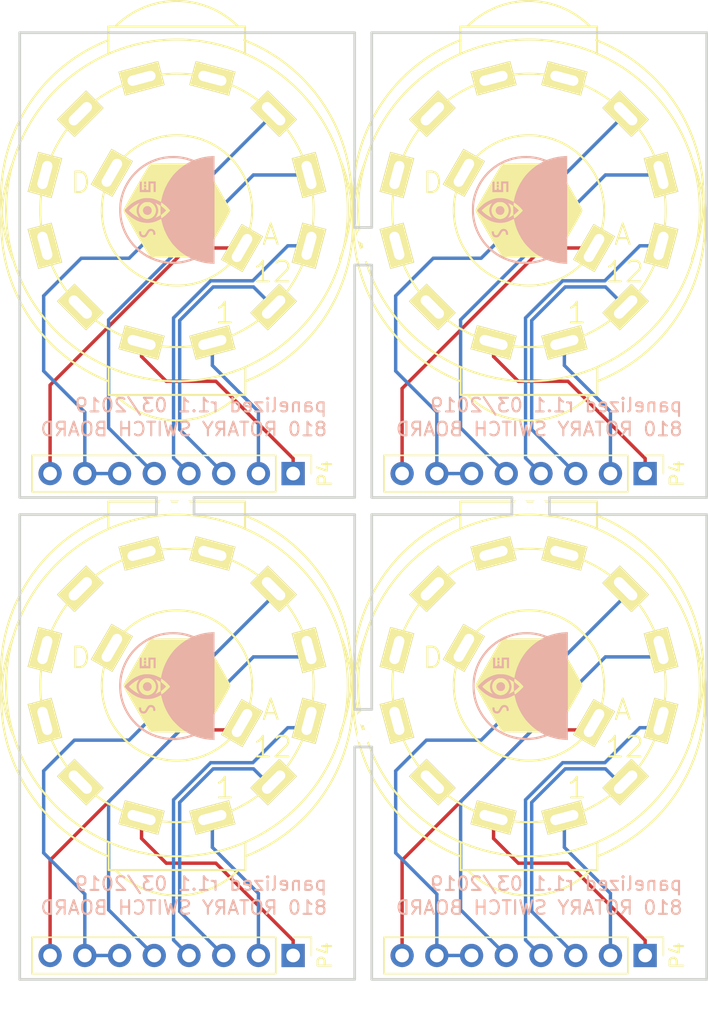
<source format=kicad_pcb>
(kicad_pcb (version 4) (host pcbnew 4.0.2-stable)

  (general
    (links 53)
    (no_connects 21)
    (area 109.899999 89.899999 160.350001 159.350001)
    (thickness 1.6)
    (drawings 54)
    (tracks 152)
    (zones 0)
    (modules 24)
    (nets 8)
  )

  (page A4)
  (layers
    (0 F.Cu signal)
    (31 B.Cu signal)
    (32 B.Adhes user)
    (33 F.Adhes user)
    (34 B.Paste user)
    (35 F.Paste user)
    (36 B.SilkS user)
    (37 F.SilkS user hide)
    (38 B.Mask user)
    (39 F.Mask user)
    (40 Dwgs.User user)
    (41 Cmts.User user)
    (42 Eco1.User user)
    (43 Eco2.User user)
    (44 Edge.Cuts user)
    (45 Margin user)
    (46 B.CrtYd user)
    (47 F.CrtYd user)
    (48 B.Fab user)
    (49 F.Fab user)
  )

  (setup
    (last_trace_width 0.25)
    (user_trace_width 0.25)
    (user_trace_width 0.4)
    (user_trace_width 0.6)
    (user_trace_width 0.8)
    (user_trace_width 1)
    (user_trace_width 2)
    (trace_clearance 0.2)
    (zone_clearance 0.254)
    (zone_45_only yes)
    (trace_min 0.2)
    (segment_width 0.2)
    (edge_width 0.2)
    (via_size 0.8)
    (via_drill 0.4)
    (via_min_size 0.4)
    (via_min_drill 0.3)
    (uvia_size 0.3)
    (uvia_drill 0.1)
    (uvias_allowed no)
    (uvia_min_size 0.2)
    (uvia_min_drill 0.1)
    (pcb_text_width 0.3)
    (pcb_text_size 1.5 1.5)
    (mod_edge_width 0.15)
    (mod_text_size 1 1)
    (mod_text_width 0.15)
    (pad_size 1 1)
    (pad_drill 1)
    (pad_to_mask_clearance 0.05)
    (pad_to_paste_clearance -0.05)
    (aux_axis_origin 0 0)
    (visible_elements 7FFEF77F)
    (pcbplotparams
      (layerselection 0x010f0_80000001)
      (usegerberextensions true)
      (excludeedgelayer true)
      (linewidth 0.200000)
      (plotframeref false)
      (viasonmask false)
      (mode 1)
      (useauxorigin false)
      (hpglpennumber 1)
      (hpglpenspeed 20)
      (hpglpendiameter 15)
      (hpglpenoverlay 2)
      (psnegative false)
      (psa4output false)
      (plotreference true)
      (plotvalue false)
      (plotinvisibletext false)
      (padsonsilk false)
      (subtractmaskfromsilk true)
      (outputformat 1)
      (mirror false)
      (drillshape 0)
      (scaleselection 1)
      (outputdirectory "Gerbers/Rotary Switch Board/"))
  )

  (net 0 "")
  (net 1 "Net-(P4-Pad1)")
  (net 2 "Net-(P4-Pad2)")
  (net 3 "Net-(P4-Pad3)")
  (net 4 "Net-(P4-Pad4)")
  (net 5 "Net-(P4-Pad5)")
  (net 6 "Net-(P4-Pad6)")
  (net 7 "Net-(P4-Pad8)")

  (net_class Default "This is the default net class."
    (clearance 0.2)
    (trace_width 0.25)
    (via_dia 0.8)
    (via_drill 0.4)
    (uvia_dia 0.3)
    (uvia_drill 0.1)
    (add_net "Net-(P4-Pad1)")
    (add_net "Net-(P4-Pad2)")
    (add_net "Net-(P4-Pad3)")
    (add_net "Net-(P4-Pad4)")
    (add_net "Net-(P4-Pad5)")
    (add_net "Net-(P4-Pad6)")
    (add_net "Net-(P4-Pad8)")
  )

  (net_class POWER ""
    (clearance 0.2)
    (trace_width 0.35)
    (via_dia 0.9)
    (via_drill 0.45)
    (uvia_dia 0.3)
    (uvia_drill 0.1)
  )

  (module LOGO (layer B.Cu) (tedit 0) (tstamp 5C9D116B)
    (at 146.55 102.95 180)
    (fp_text reference G*** (at 0 0 180) (layer B.SilkS) hide
      (effects (font (thickness 0.3)) (justify mirror))
    )
    (fp_text value LOGO (at 0.75 0 180) (layer B.SilkS) hide
      (effects (font (thickness 0.3)) (justify mirror))
    )
    (fp_poly (pts (xy -0.160743 3.916653) (xy 0.179981 3.875298) (xy 0.516181 3.805242) (xy 0.845104 3.706603)
      (xy 1.163997 3.579497) (xy 1.2065 3.559991) (xy 1.511532 3.400395) (xy 1.800456 3.214469)
      (xy 2.071722 3.0041) (xy 2.323779 2.771175) (xy 2.555074 2.517579) (xy 2.764058 2.2452)
      (xy 2.949179 1.955923) (xy 3.108887 1.651637) (xy 3.241629 1.334226) (xy 3.345855 1.005578)
      (xy 3.363809 0.93598) (xy 3.39807 0.789239) (xy 3.424326 0.654832) (xy 3.44373 0.523689)
      (xy 3.457435 0.386741) (xy 3.466593 0.234917) (xy 3.471665 0.087313) (xy 3.468626 -0.248994)
      (xy 3.440993 -0.56861) (xy 3.3878 -0.876051) (xy 3.308081 -1.175837) (xy 3.20087 -1.472485)
      (xy 3.081159 -1.738312) (xy 2.910147 -2.051876) (xy 2.715363 -2.345412) (xy 2.498189 -2.617915)
      (xy 2.260004 -2.868382) (xy 2.00219 -3.095809) (xy 1.726126 -3.299192) (xy 1.433194 -3.477528)
      (xy 1.124773 -3.629812) (xy 0.802246 -3.755041) (xy 0.466992 -3.852211) (xy 0.120391 -3.920318)
      (xy 0.070116 -3.927604) (xy -0.012712 -3.936913) (xy -0.116229 -3.945267) (xy -0.232502 -3.952344)
      (xy -0.353599 -3.95782) (xy -0.471588 -3.96137) (xy -0.578538 -3.962672) (xy -0.666517 -3.9614)
      (xy -0.706438 -3.959303) (xy -1.029887 -3.923875) (xy -1.336905 -3.867177) (xy -1.636067 -3.787504)
      (xy -1.74153 -3.75353) (xy -1.998748 -3.66699) (xy -2.233655 -3.745063) (xy -2.490952 -3.822358)
      (xy -2.741656 -3.879931) (xy -2.997233 -3.919948) (xy -3.269149 -3.944578) (xy -3.298032 -3.946298)
      (xy -3.4925 -3.957372) (xy -3.4925 -0.064329) (xy -0.254 -0.064329) (xy -0.242752 -0.084012)
      (xy -0.211743 -0.120678) (xy -0.165077 -0.170371) (xy -0.106857 -0.229132) (xy -0.041186 -0.293003)
      (xy 0.027831 -0.358028) (xy 0.096092 -0.420247) (xy 0.159494 -0.475702) (xy 0.213932 -0.520437)
      (xy 0.236967 -0.537881) (xy 0.293475 -0.578136) (xy 0.340562 -0.610249) (xy 0.372324 -0.630277)
      (xy 0.382416 -0.635) (xy 0.391772 -0.620969) (xy 0.400995 -0.585905) (xy 0.403417 -0.5715)
      (xy 0.415055 -0.493647) (xy 0.421859 -0.440745) (xy 0.422461 -0.406184) (xy 0.416253 -0.385838)
      (xy 0.439709 -0.385838) (xy 0.485229 -0.419137) (xy 0.515876 -0.438848) (xy 0.563993 -0.466841)
      (xy 0.622615 -0.499399) (xy 0.684775 -0.532806) (xy 0.743506 -0.563344) (xy 0.791843 -0.587298)
      (xy 0.822819 -0.600949) (xy 0.829363 -0.602748) (xy 0.82731 -0.591835) (xy 0.809582 -0.563177)
      (xy 0.789644 -0.535754) (xy 0.725794 -0.433994) (xy 0.675152 -0.317162) (xy 0.640485 -0.19465)
      (xy 0.624561 -0.075849) (xy 0.626482 -0.020352) (xy 0.7807 -0.020352) (xy 0.78476 -0.135427)
      (xy 0.809226 -0.241035) (xy 0.865174 -0.3706) (xy 0.94594 -0.482266) (xy 1.048361 -0.573141)
      (xy 1.169277 -0.640333) (xy 1.285851 -0.677016) (xy 1.347462 -0.689658) (xy 1.391585 -0.695486)
      (xy 1.431685 -0.694749) (xy 1.481229 -0.687694) (xy 1.517115 -0.681258) (xy 1.654701 -0.640787)
      (xy 1.722978 -0.603206) (xy 1.989356 -0.603206) (xy 1.989862 -0.60325) (xy 2.00792 -0.596536)
      (xy 2.047541 -0.578476) (xy 2.102029 -0.552189) (xy 2.139473 -0.533563) (xy 2.220103 -0.489783)
      (xy 2.309079 -0.436466) (xy 2.389769 -0.383672) (xy 2.405062 -0.372908) (xy 2.476012 -0.320059)
      (xy 2.54775 -0.263093) (xy 2.615812 -0.205966) (xy 2.675733 -0.152634) (xy 2.723048 -0.107054)
      (xy 2.753294 -0.07318) (xy 2.76225 -0.056403) (xy 2.750392 -0.037098) (xy 2.717922 -0.0026)
      (xy 2.669497 0.043057) (xy 2.609771 0.095839) (xy 2.543401 0.151713) (xy 2.475042 0.206647)
      (xy 2.409351 0.256606) (xy 2.362785 0.289645) (xy 2.270596 0.348652) (xy 2.174175 0.404075)
      (xy 2.083854 0.450234) (xy 2.021279 0.477309) (xy 1.998694 0.485051) (xy 1.993174 0.481643)
      (xy 2.005682 0.462263) (xy 2.030648 0.430332) (xy 2.091123 0.337346) (xy 2.142776 0.226419)
      (xy 2.179747 0.111222) (xy 2.190845 0.056616) (xy 2.198325 -0.081029) (xy 2.180268 -0.221794)
      (xy 2.138929 -0.357827) (xy 2.076568 -0.481275) (xy 2.011396 -0.567531) (xy 1.992003 -0.592164)
      (xy 1.989356 -0.603206) (xy 1.722978 -0.603206) (xy 1.776127 -0.573952) (xy 1.878742 -0.483127)
      (xy 1.95989 -0.370682) (xy 2.01692 -0.238991) (xy 2.01883 -0.232804) (xy 2.04364 -0.099267)
      (xy 2.038704 0.033218) (xy 2.005874 0.160512) (xy 1.947003 0.278476) (xy 1.863945 0.382968)
      (xy 1.758551 0.469851) (xy 1.685602 0.511688) (xy 1.635555 0.535246) (xy 1.594293 0.550345)
      (xy 1.552014 0.558851) (xy 1.498914 0.562633) (xy 1.42519 0.563556) (xy 1.413208 0.563563)
      (xy 1.333737 0.562651) (xy 1.276409 0.558861) (xy 1.231642 0.550611) (xy 1.189856 0.53632)
      (xy 1.155413 0.521017) (xy 1.036413 0.448658) (xy 0.935766 0.353646) (xy 0.857464 0.240722)
      (xy 0.805502 0.114629) (xy 0.801859 0.101288) (xy 0.7807 -0.020352) (xy 0.626482 -0.020352)
      (xy 0.627674 0.014064) (xy 0.658672 0.151578) (xy 0.711978 0.286845) (xy 0.771299 0.390079)
      (xy 0.805393 0.440477) (xy 0.822754 0.469292) (xy 0.824763 0.481019) (xy 0.812796 0.480153)
      (xy 0.797212 0.474602) (xy 0.755608 0.456259) (xy 0.697607 0.427496) (xy 0.632186 0.393142)
      (xy 0.568322 0.358019) (xy 0.514991 0.326956) (xy 0.481172 0.304776) (xy 0.480896 0.304565)
      (xy 0.469301 0.294393) (xy 0.460566 0.281292) (xy 0.454232 0.260921) (xy 0.449839 0.228935)
      (xy 0.446927 0.180991) (xy 0.445036 0.112746) (xy 0.443708 0.019856) (xy 0.442945 -0.054012)
      (xy 0.439709 -0.385838) (xy 0.416253 -0.385838) (xy 0.415495 -0.383354) (xy 0.399594 -0.365647)
      (xy 0.37339 -0.346452) (xy 0.354057 -0.332841) (xy 0.307841 -0.296824) (xy 0.248973 -0.246981)
      (xy 0.187373 -0.19182) (xy 0.162033 -0.168128) (xy 0.046253 -0.058161) (xy 0.114408 0.011588)
      (xy 0.158504 0.0536) (xy 0.21763 0.105792) (xy 0.281499 0.159183) (xy 0.305593 0.178488)
      (xy 0.362987 0.224663) (xy 0.400394 0.260694) (xy 0.421033 0.295014) (xy 0.428121 0.336056)
      (xy 0.424876 0.392254) (xy 0.415328 0.466085) (xy 0.404812 0.543233) (xy 0.277812 0.452149)
      (xy 0.205229 0.39792) (xy 0.126279 0.335533) (xy 0.055501 0.276547) (xy 0.041001 0.263876)
      (xy -0.013364 0.213331) (xy -0.071135 0.155592) (xy -0.127818 0.095663) (xy -0.178914 0.038546)
      (xy -0.219926 -0.010755) (xy -0.246357 -0.047237) (xy -0.254 -0.064329) (xy -3.4925 -0.064329)
      (xy -3.4925 3.541495) (xy -1.777812 3.541495) (xy -1.764571 3.530696) (xy -1.729086 3.509172)
      (xy -1.677461 3.480502) (xy -1.640109 3.46075) (xy -1.409401 3.327873) (xy -1.177745 3.169819)
      (xy -0.951973 2.992194) (xy -0.738917 2.800603) (xy -0.545409 2.600651) (xy -0.437689 2.474249)
      (xy -0.243032 2.210451) (xy -0.06823 1.92762) (xy 0.084196 1.630948) (xy 0.211724 1.32563)
      (xy 0.311832 1.01686) (xy 0.356066 0.839464) (xy 0.372219 0.763233) (xy 0.385351 0.695145)
      (xy 0.394036 0.64301) (xy 0.396875 0.615891) (xy 0.400307 0.582289) (xy 0.406261 0.567405)
      (xy 0.423249 0.570432) (xy 0.462567 0.585611) (xy 0.51836 0.610476) (xy 0.584773 0.642563)
      (xy 0.584855 0.642604) (xy 0.763593 0.724155) (xy 0.9313 0.783102) (xy 1.096801 0.821616)
      (xy 1.26892 0.841869) (xy 1.412875 0.846387) (xy 1.501028 0.844729) (xy 1.588791 0.840231)
      (xy 1.665224 0.83361) (xy 1.713798 0.826715) (xy 1.927655 0.771395) (xy 2.14532 0.687569)
      (xy 2.36203 0.577302) (xy 2.528921 0.473195) (xy 2.581626 0.434365) (xy 2.645389 0.382509)
      (xy 2.716259 0.321381) (xy 2.790289 0.254732) (xy 2.863531 0.186315) (xy 2.932035 0.119881)
      (xy 2.991852 0.059183) (xy 3.039035 0.007974) (xy 3.069635 -0.029995) (xy 3.07975 -0.050234)
      (xy 3.067699 -0.08231) (xy 3.033984 -0.130038) (xy 2.982254 -0.189909) (xy 2.916162 -0.258417)
      (xy 2.83936 -0.332053) (xy 2.755499 -0.407308) (xy 2.668231 -0.480677) (xy 2.581209 -0.548649)
      (xy 2.502406 -0.604818) (xy 2.29453 -0.731708) (xy 2.090132 -0.829128) (xy 1.885074 -0.89843)
      (xy 1.675219 -0.940969) (xy 1.45643 -0.958097) (xy 1.420812 -0.958568) (xy 1.228803 -0.951249)
      (xy 1.050868 -0.925914) (xy 0.878249 -0.88042) (xy 0.702185 -0.812623) (xy 0.572795 -0.75105)
      (xy 0.50776 -0.718472) (xy 0.454055 -0.692454) (xy 0.417364 -0.675689) (xy 0.403411 -0.670815)
      (xy 0.398688 -0.68688) (xy 0.388615 -0.727874) (xy 0.374641 -0.787711) (xy 0.358214 -0.860309)
      (xy 0.357127 -0.865187) (xy 0.273451 -1.174656) (xy 0.161404 -1.483713) (xy 0.02387 -1.786352)
      (xy -0.136271 -2.076564) (xy -0.316135 -2.348342) (xy -0.41974 -2.484437) (xy -0.490391 -2.567556)
      (xy -0.57895 -2.663891) (xy -0.678648 -2.766681) (xy -0.782717 -2.869165) (xy -0.884387 -2.964583)
      (xy -0.97689 -3.046172) (xy -1.007613 -3.071644) (xy -1.228001 -3.237146) (xy -1.463973 -3.390331)
      (xy -1.615136 -3.476625) (xy -1.678913 -3.511908) (xy -1.730947 -3.542409) (xy -1.765669 -3.564745)
      (xy -1.777548 -3.575284) (xy -1.763093 -3.587828) (xy -1.721945 -3.605201) (xy -1.658595 -3.626264)
      (xy -1.577534 -3.649882) (xy -1.483255 -3.674918) (xy -1.380249 -3.700233) (xy -1.273007 -3.724692)
      (xy -1.166021 -3.747158) (xy -1.063782 -3.766493) (xy -0.970782 -3.781561) (xy -0.9525 -3.784124)
      (xy -0.839466 -3.795643) (xy -0.70388 -3.803398) (xy -0.554717 -3.807373) (xy -0.400955 -3.807556)
      (xy -0.251568 -3.803932) (xy -0.115532 -3.796487) (xy -0.004782 -3.785597) (xy 0.340717 -3.725015)
      (xy 0.675332 -3.635176) (xy 0.997605 -3.516993) (xy 1.306077 -3.371381) (xy 1.599287 -3.199254)
      (xy 1.875777 -3.001527) (xy 2.134088 -2.779113) (xy 2.372761 -2.532927) (xy 2.590336 -2.263882)
      (xy 2.718161 -2.079625) (xy 2.892134 -1.784301) (xy 3.037341 -1.477135) (xy 3.15359 -1.160133)
      (xy 3.240686 -0.835302) (xy 3.298434 -0.504649) (xy 3.32664 -0.170179) (xy 3.325109 0.1661)
      (xy 3.293649 0.502183) (xy 3.232063 0.836061) (xy 3.140158 1.16573) (xy 3.055047 1.399501)
      (xy 2.913137 1.710862) (xy 2.74369 2.007294) (xy 2.547939 2.287298) (xy 2.327116 2.549378)
      (xy 2.082453 2.792036) (xy 1.815181 3.013775) (xy 1.603375 3.163642) (xy 1.398804 3.286878)
      (xy 1.171804 3.402884) (xy 0.931515 3.507835) (xy 0.687075 3.597901) (xy 0.447623 3.669256)
      (xy 0.328532 3.697605) (xy 0.060317 3.743505) (xy -0.222328 3.769997) (xy -0.511008 3.777077)
      (xy -0.797325 3.764738) (xy -1.072882 3.732975) (xy -1.257057 3.698702) (xy -1.325401 3.682513)
      (xy -1.404014 3.662005) (xy -1.487276 3.638875) (xy -1.569565 3.61482) (xy -1.64526 3.591537)
      (xy -1.70874 3.570722) (xy -1.754383 3.554073) (xy -1.776569 3.543287) (xy -1.777812 3.541495)
      (xy -3.4925 3.541495) (xy -3.4925 3.925765) (xy -3.293648 3.914717) (xy -3.034209 3.893462)
      (xy -2.790891 3.858359) (xy -2.552058 3.807163) (xy -2.306071 3.737628) (xy -2.204326 3.704599)
      (xy -1.987715 3.631979) (xy -1.835912 3.688846) (xy -1.513847 3.79274) (xy -1.182545 3.867352)
      (xy -0.844758 3.912796) (xy -0.503241 3.929191) (xy -0.160743 3.916653)) (layer B.SilkS) (width 0.01))
    (fp_poly (pts (xy 1.266324 -1.42157) (xy 1.311985 -1.444161) (xy 1.35114 -1.473304) (xy 1.388498 -1.514333)
      (xy 1.42877 -1.572582) (xy 1.476666 -1.653388) (xy 1.486714 -1.671191) (xy 1.535518 -1.754293)
      (xy 1.57594 -1.812071) (xy 1.612382 -1.848263) (xy 1.649243 -1.866606) (xy 1.690925 -1.87084)
      (xy 1.718778 -1.868339) (xy 1.781342 -1.850114) (xy 1.824939 -1.812518) (xy 1.852561 -1.751783)
      (xy 1.865188 -1.683821) (xy 1.876367 -1.5875) (xy 2.016125 -1.5875) (xy 2.016036 -1.662906)
      (xy 2.003432 -1.771023) (xy 1.967562 -1.865589) (xy 1.910935 -1.941837) (xy 1.842903 -1.991586)
      (xy 1.78678 -2.011176) (xy 1.718373 -2.022359) (xy 1.652914 -2.023416) (xy 1.616751 -2.017128)
      (xy 1.569676 -2.000123) (xy 1.530074 -1.979254) (xy 1.494118 -1.9503) (xy 1.45798 -1.909041)
      (xy 1.41783 -1.851257) (xy 1.369842 -1.772728) (xy 1.325439 -1.695991) (xy 1.28045 -1.625461)
      (xy 1.23889 -1.580941) (xy 1.195126 -1.558014) (xy 1.143524 -1.55226) (xy 1.142254 -1.552293)
      (xy 1.07344 -1.567624) (xy 1.023093 -1.607928) (xy 0.992803 -1.671285) (xy 0.984006 -1.743314)
      (xy 0.979505 -1.799173) (xy 0.963145 -1.829024) (xy 0.92976 -1.837895) (xy 0.890964 -1.833894)
      (xy 0.849184 -1.824355) (xy 0.830513 -1.810009) (xy 0.826395 -1.783782) (xy 0.826446 -1.780573)
      (xy 0.83933 -1.661825) (xy 0.872744 -1.56627) (xy 0.927632 -1.492115) (xy 1.004934 -1.437568)
      (xy 1.00721 -1.436416) (xy 1.102755 -1.403234) (xy 1.195498 -1.401438) (xy 1.266324 -1.42157)) (layer B.SilkS) (width 0.01))
    (fp_poly (pts (xy 1.3335 1.444625) (xy 1.508125 1.444625) (xy 1.508125 1.571625) (xy 1.651 1.571625)
      (xy 1.651 1.444625) (xy 1.825625 1.444625) (xy 1.825625 2.047875) (xy 1.9685 2.047875)
      (xy 1.9685 1.285875) (xy 1.190625 1.285875) (xy 1.190625 1.920875) (xy 0.9525 1.920875)
      (xy 0.9525 1.30175) (xy 0.809625 1.30175) (xy 0.809625 2.06375) (xy 1.3335 2.06375)
      (xy 1.3335 1.444625)) (layer B.SilkS) (width 0.01))
    (fp_poly (pts (xy 1.651 1.635125) (xy 1.508125 1.635125) (xy 1.508125 1.80975) (xy 1.651 1.80975)
      (xy 1.651 1.635125)) (layer B.SilkS) (width 0.01))
    (fp_poly (pts (xy 1.651 1.87325) (xy 1.508125 1.87325) (xy 1.508125 2.047875) (xy 1.651 2.047875)
      (xy 1.651 1.87325)) (layer B.SilkS) (width 0.01))
    (fp_poly (pts (xy 1.508282 0.247825) (xy 1.588794 0.210326) (xy 1.65289 0.153791) (xy 1.699052 0.083101)
      (xy 1.725759 0.003135) (xy 1.731492 -0.081227) (xy 1.714731 -0.165106) (xy 1.673957 -0.243621)
      (xy 1.60765 -0.311894) (xy 1.594437 -0.321635) (xy 1.523881 -0.355907) (xy 1.439608 -0.374394)
      (xy 1.355908 -0.374856) (xy 1.312624 -0.365782) (xy 1.228027 -0.323878) (xy 1.163628 -0.26246)
      (xy 1.120059 -0.187019) (xy 1.097955 -0.103046) (xy 1.097948 -0.016032) (xy 1.120673 0.068532)
      (xy 1.166761 0.145153) (xy 1.236847 0.208341) (xy 1.245747 0.214048) (xy 1.303863 0.244766)
      (xy 1.358806 0.258711) (xy 1.412875 0.261409) (xy 1.508282 0.247825)) (layer B.SilkS) (width 0.01))
  )

  (module LOGO (layer B.Cu) (tedit 0) (tstamp 5C9D1162)
    (at 120.75 102.95 180)
    (fp_text reference G*** (at 0 0 180) (layer B.SilkS) hide
      (effects (font (thickness 0.3)) (justify mirror))
    )
    (fp_text value LOGO (at 0.75 0 180) (layer B.SilkS) hide
      (effects (font (thickness 0.3)) (justify mirror))
    )
    (fp_poly (pts (xy -0.160743 3.916653) (xy 0.179981 3.875298) (xy 0.516181 3.805242) (xy 0.845104 3.706603)
      (xy 1.163997 3.579497) (xy 1.2065 3.559991) (xy 1.511532 3.400395) (xy 1.800456 3.214469)
      (xy 2.071722 3.0041) (xy 2.323779 2.771175) (xy 2.555074 2.517579) (xy 2.764058 2.2452)
      (xy 2.949179 1.955923) (xy 3.108887 1.651637) (xy 3.241629 1.334226) (xy 3.345855 1.005578)
      (xy 3.363809 0.93598) (xy 3.39807 0.789239) (xy 3.424326 0.654832) (xy 3.44373 0.523689)
      (xy 3.457435 0.386741) (xy 3.466593 0.234917) (xy 3.471665 0.087313) (xy 3.468626 -0.248994)
      (xy 3.440993 -0.56861) (xy 3.3878 -0.876051) (xy 3.308081 -1.175837) (xy 3.20087 -1.472485)
      (xy 3.081159 -1.738312) (xy 2.910147 -2.051876) (xy 2.715363 -2.345412) (xy 2.498189 -2.617915)
      (xy 2.260004 -2.868382) (xy 2.00219 -3.095809) (xy 1.726126 -3.299192) (xy 1.433194 -3.477528)
      (xy 1.124773 -3.629812) (xy 0.802246 -3.755041) (xy 0.466992 -3.852211) (xy 0.120391 -3.920318)
      (xy 0.070116 -3.927604) (xy -0.012712 -3.936913) (xy -0.116229 -3.945267) (xy -0.232502 -3.952344)
      (xy -0.353599 -3.95782) (xy -0.471588 -3.96137) (xy -0.578538 -3.962672) (xy -0.666517 -3.9614)
      (xy -0.706438 -3.959303) (xy -1.029887 -3.923875) (xy -1.336905 -3.867177) (xy -1.636067 -3.787504)
      (xy -1.74153 -3.75353) (xy -1.998748 -3.66699) (xy -2.233655 -3.745063) (xy -2.490952 -3.822358)
      (xy -2.741656 -3.879931) (xy -2.997233 -3.919948) (xy -3.269149 -3.944578) (xy -3.298032 -3.946298)
      (xy -3.4925 -3.957372) (xy -3.4925 -0.064329) (xy -0.254 -0.064329) (xy -0.242752 -0.084012)
      (xy -0.211743 -0.120678) (xy -0.165077 -0.170371) (xy -0.106857 -0.229132) (xy -0.041186 -0.293003)
      (xy 0.027831 -0.358028) (xy 0.096092 -0.420247) (xy 0.159494 -0.475702) (xy 0.213932 -0.520437)
      (xy 0.236967 -0.537881) (xy 0.293475 -0.578136) (xy 0.340562 -0.610249) (xy 0.372324 -0.630277)
      (xy 0.382416 -0.635) (xy 0.391772 -0.620969) (xy 0.400995 -0.585905) (xy 0.403417 -0.5715)
      (xy 0.415055 -0.493647) (xy 0.421859 -0.440745) (xy 0.422461 -0.406184) (xy 0.416253 -0.385838)
      (xy 0.439709 -0.385838) (xy 0.485229 -0.419137) (xy 0.515876 -0.438848) (xy 0.563993 -0.466841)
      (xy 0.622615 -0.499399) (xy 0.684775 -0.532806) (xy 0.743506 -0.563344) (xy 0.791843 -0.587298)
      (xy 0.822819 -0.600949) (xy 0.829363 -0.602748) (xy 0.82731 -0.591835) (xy 0.809582 -0.563177)
      (xy 0.789644 -0.535754) (xy 0.725794 -0.433994) (xy 0.675152 -0.317162) (xy 0.640485 -0.19465)
      (xy 0.624561 -0.075849) (xy 0.626482 -0.020352) (xy 0.7807 -0.020352) (xy 0.78476 -0.135427)
      (xy 0.809226 -0.241035) (xy 0.865174 -0.3706) (xy 0.94594 -0.482266) (xy 1.048361 -0.573141)
      (xy 1.169277 -0.640333) (xy 1.285851 -0.677016) (xy 1.347462 -0.689658) (xy 1.391585 -0.695486)
      (xy 1.431685 -0.694749) (xy 1.481229 -0.687694) (xy 1.517115 -0.681258) (xy 1.654701 -0.640787)
      (xy 1.722978 -0.603206) (xy 1.989356 -0.603206) (xy 1.989862 -0.60325) (xy 2.00792 -0.596536)
      (xy 2.047541 -0.578476) (xy 2.102029 -0.552189) (xy 2.139473 -0.533563) (xy 2.220103 -0.489783)
      (xy 2.309079 -0.436466) (xy 2.389769 -0.383672) (xy 2.405062 -0.372908) (xy 2.476012 -0.320059)
      (xy 2.54775 -0.263093) (xy 2.615812 -0.205966) (xy 2.675733 -0.152634) (xy 2.723048 -0.107054)
      (xy 2.753294 -0.07318) (xy 2.76225 -0.056403) (xy 2.750392 -0.037098) (xy 2.717922 -0.0026)
      (xy 2.669497 0.043057) (xy 2.609771 0.095839) (xy 2.543401 0.151713) (xy 2.475042 0.206647)
      (xy 2.409351 0.256606) (xy 2.362785 0.289645) (xy 2.270596 0.348652) (xy 2.174175 0.404075)
      (xy 2.083854 0.450234) (xy 2.021279 0.477309) (xy 1.998694 0.485051) (xy 1.993174 0.481643)
      (xy 2.005682 0.462263) (xy 2.030648 0.430332) (xy 2.091123 0.337346) (xy 2.142776 0.226419)
      (xy 2.179747 0.111222) (xy 2.190845 0.056616) (xy 2.198325 -0.081029) (xy 2.180268 -0.221794)
      (xy 2.138929 -0.357827) (xy 2.076568 -0.481275) (xy 2.011396 -0.567531) (xy 1.992003 -0.592164)
      (xy 1.989356 -0.603206) (xy 1.722978 -0.603206) (xy 1.776127 -0.573952) (xy 1.878742 -0.483127)
      (xy 1.95989 -0.370682) (xy 2.01692 -0.238991) (xy 2.01883 -0.232804) (xy 2.04364 -0.099267)
      (xy 2.038704 0.033218) (xy 2.005874 0.160512) (xy 1.947003 0.278476) (xy 1.863945 0.382968)
      (xy 1.758551 0.469851) (xy 1.685602 0.511688) (xy 1.635555 0.535246) (xy 1.594293 0.550345)
      (xy 1.552014 0.558851) (xy 1.498914 0.562633) (xy 1.42519 0.563556) (xy 1.413208 0.563563)
      (xy 1.333737 0.562651) (xy 1.276409 0.558861) (xy 1.231642 0.550611) (xy 1.189856 0.53632)
      (xy 1.155413 0.521017) (xy 1.036413 0.448658) (xy 0.935766 0.353646) (xy 0.857464 0.240722)
      (xy 0.805502 0.114629) (xy 0.801859 0.101288) (xy 0.7807 -0.020352) (xy 0.626482 -0.020352)
      (xy 0.627674 0.014064) (xy 0.658672 0.151578) (xy 0.711978 0.286845) (xy 0.771299 0.390079)
      (xy 0.805393 0.440477) (xy 0.822754 0.469292) (xy 0.824763 0.481019) (xy 0.812796 0.480153)
      (xy 0.797212 0.474602) (xy 0.755608 0.456259) (xy 0.697607 0.427496) (xy 0.632186 0.393142)
      (xy 0.568322 0.358019) (xy 0.514991 0.326956) (xy 0.481172 0.304776) (xy 0.480896 0.304565)
      (xy 0.469301 0.294393) (xy 0.460566 0.281292) (xy 0.454232 0.260921) (xy 0.449839 0.228935)
      (xy 0.446927 0.180991) (xy 0.445036 0.112746) (xy 0.443708 0.019856) (xy 0.442945 -0.054012)
      (xy 0.439709 -0.385838) (xy 0.416253 -0.385838) (xy 0.415495 -0.383354) (xy 0.399594 -0.365647)
      (xy 0.37339 -0.346452) (xy 0.354057 -0.332841) (xy 0.307841 -0.296824) (xy 0.248973 -0.246981)
      (xy 0.187373 -0.19182) (xy 0.162033 -0.168128) (xy 0.046253 -0.058161) (xy 0.114408 0.011588)
      (xy 0.158504 0.0536) (xy 0.21763 0.105792) (xy 0.281499 0.159183) (xy 0.305593 0.178488)
      (xy 0.362987 0.224663) (xy 0.400394 0.260694) (xy 0.421033 0.295014) (xy 0.428121 0.336056)
      (xy 0.424876 0.392254) (xy 0.415328 0.466085) (xy 0.404812 0.543233) (xy 0.277812 0.452149)
      (xy 0.205229 0.39792) (xy 0.126279 0.335533) (xy 0.055501 0.276547) (xy 0.041001 0.263876)
      (xy -0.013364 0.213331) (xy -0.071135 0.155592) (xy -0.127818 0.095663) (xy -0.178914 0.038546)
      (xy -0.219926 -0.010755) (xy -0.246357 -0.047237) (xy -0.254 -0.064329) (xy -3.4925 -0.064329)
      (xy -3.4925 3.541495) (xy -1.777812 3.541495) (xy -1.764571 3.530696) (xy -1.729086 3.509172)
      (xy -1.677461 3.480502) (xy -1.640109 3.46075) (xy -1.409401 3.327873) (xy -1.177745 3.169819)
      (xy -0.951973 2.992194) (xy -0.738917 2.800603) (xy -0.545409 2.600651) (xy -0.437689 2.474249)
      (xy -0.243032 2.210451) (xy -0.06823 1.92762) (xy 0.084196 1.630948) (xy 0.211724 1.32563)
      (xy 0.311832 1.01686) (xy 0.356066 0.839464) (xy 0.372219 0.763233) (xy 0.385351 0.695145)
      (xy 0.394036 0.64301) (xy 0.396875 0.615891) (xy 0.400307 0.582289) (xy 0.406261 0.567405)
      (xy 0.423249 0.570432) (xy 0.462567 0.585611) (xy 0.51836 0.610476) (xy 0.584773 0.642563)
      (xy 0.584855 0.642604) (xy 0.763593 0.724155) (xy 0.9313 0.783102) (xy 1.096801 0.821616)
      (xy 1.26892 0.841869) (xy 1.412875 0.846387) (xy 1.501028 0.844729) (xy 1.588791 0.840231)
      (xy 1.665224 0.83361) (xy 1.713798 0.826715) (xy 1.927655 0.771395) (xy 2.14532 0.687569)
      (xy 2.36203 0.577302) (xy 2.528921 0.473195) (xy 2.581626 0.434365) (xy 2.645389 0.382509)
      (xy 2.716259 0.321381) (xy 2.790289 0.254732) (xy 2.863531 0.186315) (xy 2.932035 0.119881)
      (xy 2.991852 0.059183) (xy 3.039035 0.007974) (xy 3.069635 -0.029995) (xy 3.07975 -0.050234)
      (xy 3.067699 -0.08231) (xy 3.033984 -0.130038) (xy 2.982254 -0.189909) (xy 2.916162 -0.258417)
      (xy 2.83936 -0.332053) (xy 2.755499 -0.407308) (xy 2.668231 -0.480677) (xy 2.581209 -0.548649)
      (xy 2.502406 -0.604818) (xy 2.29453 -0.731708) (xy 2.090132 -0.829128) (xy 1.885074 -0.89843)
      (xy 1.675219 -0.940969) (xy 1.45643 -0.958097) (xy 1.420812 -0.958568) (xy 1.228803 -0.951249)
      (xy 1.050868 -0.925914) (xy 0.878249 -0.88042) (xy 0.702185 -0.812623) (xy 0.572795 -0.75105)
      (xy 0.50776 -0.718472) (xy 0.454055 -0.692454) (xy 0.417364 -0.675689) (xy 0.403411 -0.670815)
      (xy 0.398688 -0.68688) (xy 0.388615 -0.727874) (xy 0.374641 -0.787711) (xy 0.358214 -0.860309)
      (xy 0.357127 -0.865187) (xy 0.273451 -1.174656) (xy 0.161404 -1.483713) (xy 0.02387 -1.786352)
      (xy -0.136271 -2.076564) (xy -0.316135 -2.348342) (xy -0.41974 -2.484437) (xy -0.490391 -2.567556)
      (xy -0.57895 -2.663891) (xy -0.678648 -2.766681) (xy -0.782717 -2.869165) (xy -0.884387 -2.964583)
      (xy -0.97689 -3.046172) (xy -1.007613 -3.071644) (xy -1.228001 -3.237146) (xy -1.463973 -3.390331)
      (xy -1.615136 -3.476625) (xy -1.678913 -3.511908) (xy -1.730947 -3.542409) (xy -1.765669 -3.564745)
      (xy -1.777548 -3.575284) (xy -1.763093 -3.587828) (xy -1.721945 -3.605201) (xy -1.658595 -3.626264)
      (xy -1.577534 -3.649882) (xy -1.483255 -3.674918) (xy -1.380249 -3.700233) (xy -1.273007 -3.724692)
      (xy -1.166021 -3.747158) (xy -1.063782 -3.766493) (xy -0.970782 -3.781561) (xy -0.9525 -3.784124)
      (xy -0.839466 -3.795643) (xy -0.70388 -3.803398) (xy -0.554717 -3.807373) (xy -0.400955 -3.807556)
      (xy -0.251568 -3.803932) (xy -0.115532 -3.796487) (xy -0.004782 -3.785597) (xy 0.340717 -3.725015)
      (xy 0.675332 -3.635176) (xy 0.997605 -3.516993) (xy 1.306077 -3.371381) (xy 1.599287 -3.199254)
      (xy 1.875777 -3.001527) (xy 2.134088 -2.779113) (xy 2.372761 -2.532927) (xy 2.590336 -2.263882)
      (xy 2.718161 -2.079625) (xy 2.892134 -1.784301) (xy 3.037341 -1.477135) (xy 3.15359 -1.160133)
      (xy 3.240686 -0.835302) (xy 3.298434 -0.504649) (xy 3.32664 -0.170179) (xy 3.325109 0.1661)
      (xy 3.293649 0.502183) (xy 3.232063 0.836061) (xy 3.140158 1.16573) (xy 3.055047 1.399501)
      (xy 2.913137 1.710862) (xy 2.74369 2.007294) (xy 2.547939 2.287298) (xy 2.327116 2.549378)
      (xy 2.082453 2.792036) (xy 1.815181 3.013775) (xy 1.603375 3.163642) (xy 1.398804 3.286878)
      (xy 1.171804 3.402884) (xy 0.931515 3.507835) (xy 0.687075 3.597901) (xy 0.447623 3.669256)
      (xy 0.328532 3.697605) (xy 0.060317 3.743505) (xy -0.222328 3.769997) (xy -0.511008 3.777077)
      (xy -0.797325 3.764738) (xy -1.072882 3.732975) (xy -1.257057 3.698702) (xy -1.325401 3.682513)
      (xy -1.404014 3.662005) (xy -1.487276 3.638875) (xy -1.569565 3.61482) (xy -1.64526 3.591537)
      (xy -1.70874 3.570722) (xy -1.754383 3.554073) (xy -1.776569 3.543287) (xy -1.777812 3.541495)
      (xy -3.4925 3.541495) (xy -3.4925 3.925765) (xy -3.293648 3.914717) (xy -3.034209 3.893462)
      (xy -2.790891 3.858359) (xy -2.552058 3.807163) (xy -2.306071 3.737628) (xy -2.204326 3.704599)
      (xy -1.987715 3.631979) (xy -1.835912 3.688846) (xy -1.513847 3.79274) (xy -1.182545 3.867352)
      (xy -0.844758 3.912796) (xy -0.503241 3.929191) (xy -0.160743 3.916653)) (layer B.SilkS) (width 0.01))
    (fp_poly (pts (xy 1.266324 -1.42157) (xy 1.311985 -1.444161) (xy 1.35114 -1.473304) (xy 1.388498 -1.514333)
      (xy 1.42877 -1.572582) (xy 1.476666 -1.653388) (xy 1.486714 -1.671191) (xy 1.535518 -1.754293)
      (xy 1.57594 -1.812071) (xy 1.612382 -1.848263) (xy 1.649243 -1.866606) (xy 1.690925 -1.87084)
      (xy 1.718778 -1.868339) (xy 1.781342 -1.850114) (xy 1.824939 -1.812518) (xy 1.852561 -1.751783)
      (xy 1.865188 -1.683821) (xy 1.876367 -1.5875) (xy 2.016125 -1.5875) (xy 2.016036 -1.662906)
      (xy 2.003432 -1.771023) (xy 1.967562 -1.865589) (xy 1.910935 -1.941837) (xy 1.842903 -1.991586)
      (xy 1.78678 -2.011176) (xy 1.718373 -2.022359) (xy 1.652914 -2.023416) (xy 1.616751 -2.017128)
      (xy 1.569676 -2.000123) (xy 1.530074 -1.979254) (xy 1.494118 -1.9503) (xy 1.45798 -1.909041)
      (xy 1.41783 -1.851257) (xy 1.369842 -1.772728) (xy 1.325439 -1.695991) (xy 1.28045 -1.625461)
      (xy 1.23889 -1.580941) (xy 1.195126 -1.558014) (xy 1.143524 -1.55226) (xy 1.142254 -1.552293)
      (xy 1.07344 -1.567624) (xy 1.023093 -1.607928) (xy 0.992803 -1.671285) (xy 0.984006 -1.743314)
      (xy 0.979505 -1.799173) (xy 0.963145 -1.829024) (xy 0.92976 -1.837895) (xy 0.890964 -1.833894)
      (xy 0.849184 -1.824355) (xy 0.830513 -1.810009) (xy 0.826395 -1.783782) (xy 0.826446 -1.780573)
      (xy 0.83933 -1.661825) (xy 0.872744 -1.56627) (xy 0.927632 -1.492115) (xy 1.004934 -1.437568)
      (xy 1.00721 -1.436416) (xy 1.102755 -1.403234) (xy 1.195498 -1.401438) (xy 1.266324 -1.42157)) (layer B.SilkS) (width 0.01))
    (fp_poly (pts (xy 1.3335 1.444625) (xy 1.508125 1.444625) (xy 1.508125 1.571625) (xy 1.651 1.571625)
      (xy 1.651 1.444625) (xy 1.825625 1.444625) (xy 1.825625 2.047875) (xy 1.9685 2.047875)
      (xy 1.9685 1.285875) (xy 1.190625 1.285875) (xy 1.190625 1.920875) (xy 0.9525 1.920875)
      (xy 0.9525 1.30175) (xy 0.809625 1.30175) (xy 0.809625 2.06375) (xy 1.3335 2.06375)
      (xy 1.3335 1.444625)) (layer B.SilkS) (width 0.01))
    (fp_poly (pts (xy 1.651 1.635125) (xy 1.508125 1.635125) (xy 1.508125 1.80975) (xy 1.651 1.80975)
      (xy 1.651 1.635125)) (layer B.SilkS) (width 0.01))
    (fp_poly (pts (xy 1.651 1.87325) (xy 1.508125 1.87325) (xy 1.508125 2.047875) (xy 1.651 2.047875)
      (xy 1.651 1.87325)) (layer B.SilkS) (width 0.01))
    (fp_poly (pts (xy 1.508282 0.247825) (xy 1.588794 0.210326) (xy 1.65289 0.153791) (xy 1.699052 0.083101)
      (xy 1.725759 0.003135) (xy 1.731492 -0.081227) (xy 1.714731 -0.165106) (xy 1.673957 -0.243621)
      (xy 1.60765 -0.311894) (xy 1.594437 -0.321635) (xy 1.523881 -0.355907) (xy 1.439608 -0.374394)
      (xy 1.355908 -0.374856) (xy 1.312624 -0.365782) (xy 1.228027 -0.323878) (xy 1.163628 -0.26246)
      (xy 1.120059 -0.187019) (xy 1.097955 -0.103046) (xy 1.097948 -0.016032) (xy 1.120673 0.068532)
      (xy 1.166761 0.145153) (xy 1.236847 0.208341) (xy 1.245747 0.214048) (xy 1.303863 0.244766)
      (xy 1.358806 0.258711) (xy 1.412875 0.261409) (xy 1.508282 0.247825)) (layer B.SilkS) (width 0.01))
  )

  (module LOGO (layer B.Cu) (tedit 0) (tstamp 5C9D113F)
    (at 120.74759 137.777062 180)
    (fp_text reference G*** (at 0 0 180) (layer B.SilkS) hide
      (effects (font (thickness 0.3)) (justify mirror))
    )
    (fp_text value LOGO (at 0.75 0 180) (layer B.SilkS) hide
      (effects (font (thickness 0.3)) (justify mirror))
    )
    (fp_poly (pts (xy -0.160743 3.916653) (xy 0.179981 3.875298) (xy 0.516181 3.805242) (xy 0.845104 3.706603)
      (xy 1.163997 3.579497) (xy 1.2065 3.559991) (xy 1.511532 3.400395) (xy 1.800456 3.214469)
      (xy 2.071722 3.0041) (xy 2.323779 2.771175) (xy 2.555074 2.517579) (xy 2.764058 2.2452)
      (xy 2.949179 1.955923) (xy 3.108887 1.651637) (xy 3.241629 1.334226) (xy 3.345855 1.005578)
      (xy 3.363809 0.93598) (xy 3.39807 0.789239) (xy 3.424326 0.654832) (xy 3.44373 0.523689)
      (xy 3.457435 0.386741) (xy 3.466593 0.234917) (xy 3.471665 0.087313) (xy 3.468626 -0.248994)
      (xy 3.440993 -0.56861) (xy 3.3878 -0.876051) (xy 3.308081 -1.175837) (xy 3.20087 -1.472485)
      (xy 3.081159 -1.738312) (xy 2.910147 -2.051876) (xy 2.715363 -2.345412) (xy 2.498189 -2.617915)
      (xy 2.260004 -2.868382) (xy 2.00219 -3.095809) (xy 1.726126 -3.299192) (xy 1.433194 -3.477528)
      (xy 1.124773 -3.629812) (xy 0.802246 -3.755041) (xy 0.466992 -3.852211) (xy 0.120391 -3.920318)
      (xy 0.070116 -3.927604) (xy -0.012712 -3.936913) (xy -0.116229 -3.945267) (xy -0.232502 -3.952344)
      (xy -0.353599 -3.95782) (xy -0.471588 -3.96137) (xy -0.578538 -3.962672) (xy -0.666517 -3.9614)
      (xy -0.706438 -3.959303) (xy -1.029887 -3.923875) (xy -1.336905 -3.867177) (xy -1.636067 -3.787504)
      (xy -1.74153 -3.75353) (xy -1.998748 -3.66699) (xy -2.233655 -3.745063) (xy -2.490952 -3.822358)
      (xy -2.741656 -3.879931) (xy -2.997233 -3.919948) (xy -3.269149 -3.944578) (xy -3.298032 -3.946298)
      (xy -3.4925 -3.957372) (xy -3.4925 -0.064329) (xy -0.254 -0.064329) (xy -0.242752 -0.084012)
      (xy -0.211743 -0.120678) (xy -0.165077 -0.170371) (xy -0.106857 -0.229132) (xy -0.041186 -0.293003)
      (xy 0.027831 -0.358028) (xy 0.096092 -0.420247) (xy 0.159494 -0.475702) (xy 0.213932 -0.520437)
      (xy 0.236967 -0.537881) (xy 0.293475 -0.578136) (xy 0.340562 -0.610249) (xy 0.372324 -0.630277)
      (xy 0.382416 -0.635) (xy 0.391772 -0.620969) (xy 0.400995 -0.585905) (xy 0.403417 -0.5715)
      (xy 0.415055 -0.493647) (xy 0.421859 -0.440745) (xy 0.422461 -0.406184) (xy 0.416253 -0.385838)
      (xy 0.439709 -0.385838) (xy 0.485229 -0.419137) (xy 0.515876 -0.438848) (xy 0.563993 -0.466841)
      (xy 0.622615 -0.499399) (xy 0.684775 -0.532806) (xy 0.743506 -0.563344) (xy 0.791843 -0.587298)
      (xy 0.822819 -0.600949) (xy 0.829363 -0.602748) (xy 0.82731 -0.591835) (xy 0.809582 -0.563177)
      (xy 0.789644 -0.535754) (xy 0.725794 -0.433994) (xy 0.675152 -0.317162) (xy 0.640485 -0.19465)
      (xy 0.624561 -0.075849) (xy 0.626482 -0.020352) (xy 0.7807 -0.020352) (xy 0.78476 -0.135427)
      (xy 0.809226 -0.241035) (xy 0.865174 -0.3706) (xy 0.94594 -0.482266) (xy 1.048361 -0.573141)
      (xy 1.169277 -0.640333) (xy 1.285851 -0.677016) (xy 1.347462 -0.689658) (xy 1.391585 -0.695486)
      (xy 1.431685 -0.694749) (xy 1.481229 -0.687694) (xy 1.517115 -0.681258) (xy 1.654701 -0.640787)
      (xy 1.722978 -0.603206) (xy 1.989356 -0.603206) (xy 1.989862 -0.60325) (xy 2.00792 -0.596536)
      (xy 2.047541 -0.578476) (xy 2.102029 -0.552189) (xy 2.139473 -0.533563) (xy 2.220103 -0.489783)
      (xy 2.309079 -0.436466) (xy 2.389769 -0.383672) (xy 2.405062 -0.372908) (xy 2.476012 -0.320059)
      (xy 2.54775 -0.263093) (xy 2.615812 -0.205966) (xy 2.675733 -0.152634) (xy 2.723048 -0.107054)
      (xy 2.753294 -0.07318) (xy 2.76225 -0.056403) (xy 2.750392 -0.037098) (xy 2.717922 -0.0026)
      (xy 2.669497 0.043057) (xy 2.609771 0.095839) (xy 2.543401 0.151713) (xy 2.475042 0.206647)
      (xy 2.409351 0.256606) (xy 2.362785 0.289645) (xy 2.270596 0.348652) (xy 2.174175 0.404075)
      (xy 2.083854 0.450234) (xy 2.021279 0.477309) (xy 1.998694 0.485051) (xy 1.993174 0.481643)
      (xy 2.005682 0.462263) (xy 2.030648 0.430332) (xy 2.091123 0.337346) (xy 2.142776 0.226419)
      (xy 2.179747 0.111222) (xy 2.190845 0.056616) (xy 2.198325 -0.081029) (xy 2.180268 -0.221794)
      (xy 2.138929 -0.357827) (xy 2.076568 -0.481275) (xy 2.011396 -0.567531) (xy 1.992003 -0.592164)
      (xy 1.989356 -0.603206) (xy 1.722978 -0.603206) (xy 1.776127 -0.573952) (xy 1.878742 -0.483127)
      (xy 1.95989 -0.370682) (xy 2.01692 -0.238991) (xy 2.01883 -0.232804) (xy 2.04364 -0.099267)
      (xy 2.038704 0.033218) (xy 2.005874 0.160512) (xy 1.947003 0.278476) (xy 1.863945 0.382968)
      (xy 1.758551 0.469851) (xy 1.685602 0.511688) (xy 1.635555 0.535246) (xy 1.594293 0.550345)
      (xy 1.552014 0.558851) (xy 1.498914 0.562633) (xy 1.42519 0.563556) (xy 1.413208 0.563563)
      (xy 1.333737 0.562651) (xy 1.276409 0.558861) (xy 1.231642 0.550611) (xy 1.189856 0.53632)
      (xy 1.155413 0.521017) (xy 1.036413 0.448658) (xy 0.935766 0.353646) (xy 0.857464 0.240722)
      (xy 0.805502 0.114629) (xy 0.801859 0.101288) (xy 0.7807 -0.020352) (xy 0.626482 -0.020352)
      (xy 0.627674 0.014064) (xy 0.658672 0.151578) (xy 0.711978 0.286845) (xy 0.771299 0.390079)
      (xy 0.805393 0.440477) (xy 0.822754 0.469292) (xy 0.824763 0.481019) (xy 0.812796 0.480153)
      (xy 0.797212 0.474602) (xy 0.755608 0.456259) (xy 0.697607 0.427496) (xy 0.632186 0.393142)
      (xy 0.568322 0.358019) (xy 0.514991 0.326956) (xy 0.481172 0.304776) (xy 0.480896 0.304565)
      (xy 0.469301 0.294393) (xy 0.460566 0.281292) (xy 0.454232 0.260921) (xy 0.449839 0.228935)
      (xy 0.446927 0.180991) (xy 0.445036 0.112746) (xy 0.443708 0.019856) (xy 0.442945 -0.054012)
      (xy 0.439709 -0.385838) (xy 0.416253 -0.385838) (xy 0.415495 -0.383354) (xy 0.399594 -0.365647)
      (xy 0.37339 -0.346452) (xy 0.354057 -0.332841) (xy 0.307841 -0.296824) (xy 0.248973 -0.246981)
      (xy 0.187373 -0.19182) (xy 0.162033 -0.168128) (xy 0.046253 -0.058161) (xy 0.114408 0.011588)
      (xy 0.158504 0.0536) (xy 0.21763 0.105792) (xy 0.281499 0.159183) (xy 0.305593 0.178488)
      (xy 0.362987 0.224663) (xy 0.400394 0.260694) (xy 0.421033 0.295014) (xy 0.428121 0.336056)
      (xy 0.424876 0.392254) (xy 0.415328 0.466085) (xy 0.404812 0.543233) (xy 0.277812 0.452149)
      (xy 0.205229 0.39792) (xy 0.126279 0.335533) (xy 0.055501 0.276547) (xy 0.041001 0.263876)
      (xy -0.013364 0.213331) (xy -0.071135 0.155592) (xy -0.127818 0.095663) (xy -0.178914 0.038546)
      (xy -0.219926 -0.010755) (xy -0.246357 -0.047237) (xy -0.254 -0.064329) (xy -3.4925 -0.064329)
      (xy -3.4925 3.541495) (xy -1.777812 3.541495) (xy -1.764571 3.530696) (xy -1.729086 3.509172)
      (xy -1.677461 3.480502) (xy -1.640109 3.46075) (xy -1.409401 3.327873) (xy -1.177745 3.169819)
      (xy -0.951973 2.992194) (xy -0.738917 2.800603) (xy -0.545409 2.600651) (xy -0.437689 2.474249)
      (xy -0.243032 2.210451) (xy -0.06823 1.92762) (xy 0.084196 1.630948) (xy 0.211724 1.32563)
      (xy 0.311832 1.01686) (xy 0.356066 0.839464) (xy 0.372219 0.763233) (xy 0.385351 0.695145)
      (xy 0.394036 0.64301) (xy 0.396875 0.615891) (xy 0.400307 0.582289) (xy 0.406261 0.567405)
      (xy 0.423249 0.570432) (xy 0.462567 0.585611) (xy 0.51836 0.610476) (xy 0.584773 0.642563)
      (xy 0.584855 0.642604) (xy 0.763593 0.724155) (xy 0.9313 0.783102) (xy 1.096801 0.821616)
      (xy 1.26892 0.841869) (xy 1.412875 0.846387) (xy 1.501028 0.844729) (xy 1.588791 0.840231)
      (xy 1.665224 0.83361) (xy 1.713798 0.826715) (xy 1.927655 0.771395) (xy 2.14532 0.687569)
      (xy 2.36203 0.577302) (xy 2.528921 0.473195) (xy 2.581626 0.434365) (xy 2.645389 0.382509)
      (xy 2.716259 0.321381) (xy 2.790289 0.254732) (xy 2.863531 0.186315) (xy 2.932035 0.119881)
      (xy 2.991852 0.059183) (xy 3.039035 0.007974) (xy 3.069635 -0.029995) (xy 3.07975 -0.050234)
      (xy 3.067699 -0.08231) (xy 3.033984 -0.130038) (xy 2.982254 -0.189909) (xy 2.916162 -0.258417)
      (xy 2.83936 -0.332053) (xy 2.755499 -0.407308) (xy 2.668231 -0.480677) (xy 2.581209 -0.548649)
      (xy 2.502406 -0.604818) (xy 2.29453 -0.731708) (xy 2.090132 -0.829128) (xy 1.885074 -0.89843)
      (xy 1.675219 -0.940969) (xy 1.45643 -0.958097) (xy 1.420812 -0.958568) (xy 1.228803 -0.951249)
      (xy 1.050868 -0.925914) (xy 0.878249 -0.88042) (xy 0.702185 -0.812623) (xy 0.572795 -0.75105)
      (xy 0.50776 -0.718472) (xy 0.454055 -0.692454) (xy 0.417364 -0.675689) (xy 0.403411 -0.670815)
      (xy 0.398688 -0.68688) (xy 0.388615 -0.727874) (xy 0.374641 -0.787711) (xy 0.358214 -0.860309)
      (xy 0.357127 -0.865187) (xy 0.273451 -1.174656) (xy 0.161404 -1.483713) (xy 0.02387 -1.786352)
      (xy -0.136271 -2.076564) (xy -0.316135 -2.348342) (xy -0.41974 -2.484437) (xy -0.490391 -2.567556)
      (xy -0.57895 -2.663891) (xy -0.678648 -2.766681) (xy -0.782717 -2.869165) (xy -0.884387 -2.964583)
      (xy -0.97689 -3.046172) (xy -1.007613 -3.071644) (xy -1.228001 -3.237146) (xy -1.463973 -3.390331)
      (xy -1.615136 -3.476625) (xy -1.678913 -3.511908) (xy -1.730947 -3.542409) (xy -1.765669 -3.564745)
      (xy -1.777548 -3.575284) (xy -1.763093 -3.587828) (xy -1.721945 -3.605201) (xy -1.658595 -3.626264)
      (xy -1.577534 -3.649882) (xy -1.483255 -3.674918) (xy -1.380249 -3.700233) (xy -1.273007 -3.724692)
      (xy -1.166021 -3.747158) (xy -1.063782 -3.766493) (xy -0.970782 -3.781561) (xy -0.9525 -3.784124)
      (xy -0.839466 -3.795643) (xy -0.70388 -3.803398) (xy -0.554717 -3.807373) (xy -0.400955 -3.807556)
      (xy -0.251568 -3.803932) (xy -0.115532 -3.796487) (xy -0.004782 -3.785597) (xy 0.340717 -3.725015)
      (xy 0.675332 -3.635176) (xy 0.997605 -3.516993) (xy 1.306077 -3.371381) (xy 1.599287 -3.199254)
      (xy 1.875777 -3.001527) (xy 2.134088 -2.779113) (xy 2.372761 -2.532927) (xy 2.590336 -2.263882)
      (xy 2.718161 -2.079625) (xy 2.892134 -1.784301) (xy 3.037341 -1.477135) (xy 3.15359 -1.160133)
      (xy 3.240686 -0.835302) (xy 3.298434 -0.504649) (xy 3.32664 -0.170179) (xy 3.325109 0.1661)
      (xy 3.293649 0.502183) (xy 3.232063 0.836061) (xy 3.140158 1.16573) (xy 3.055047 1.399501)
      (xy 2.913137 1.710862) (xy 2.74369 2.007294) (xy 2.547939 2.287298) (xy 2.327116 2.549378)
      (xy 2.082453 2.792036) (xy 1.815181 3.013775) (xy 1.603375 3.163642) (xy 1.398804 3.286878)
      (xy 1.171804 3.402884) (xy 0.931515 3.507835) (xy 0.687075 3.597901) (xy 0.447623 3.669256)
      (xy 0.328532 3.697605) (xy 0.060317 3.743505) (xy -0.222328 3.769997) (xy -0.511008 3.777077)
      (xy -0.797325 3.764738) (xy -1.072882 3.732975) (xy -1.257057 3.698702) (xy -1.325401 3.682513)
      (xy -1.404014 3.662005) (xy -1.487276 3.638875) (xy -1.569565 3.61482) (xy -1.64526 3.591537)
      (xy -1.70874 3.570722) (xy -1.754383 3.554073) (xy -1.776569 3.543287) (xy -1.777812 3.541495)
      (xy -3.4925 3.541495) (xy -3.4925 3.925765) (xy -3.293648 3.914717) (xy -3.034209 3.893462)
      (xy -2.790891 3.858359) (xy -2.552058 3.807163) (xy -2.306071 3.737628) (xy -2.204326 3.704599)
      (xy -1.987715 3.631979) (xy -1.835912 3.688846) (xy -1.513847 3.79274) (xy -1.182545 3.867352)
      (xy -0.844758 3.912796) (xy -0.503241 3.929191) (xy -0.160743 3.916653)) (layer B.SilkS) (width 0.01))
    (fp_poly (pts (xy 1.266324 -1.42157) (xy 1.311985 -1.444161) (xy 1.35114 -1.473304) (xy 1.388498 -1.514333)
      (xy 1.42877 -1.572582) (xy 1.476666 -1.653388) (xy 1.486714 -1.671191) (xy 1.535518 -1.754293)
      (xy 1.57594 -1.812071) (xy 1.612382 -1.848263) (xy 1.649243 -1.866606) (xy 1.690925 -1.87084)
      (xy 1.718778 -1.868339) (xy 1.781342 -1.850114) (xy 1.824939 -1.812518) (xy 1.852561 -1.751783)
      (xy 1.865188 -1.683821) (xy 1.876367 -1.5875) (xy 2.016125 -1.5875) (xy 2.016036 -1.662906)
      (xy 2.003432 -1.771023) (xy 1.967562 -1.865589) (xy 1.910935 -1.941837) (xy 1.842903 -1.991586)
      (xy 1.78678 -2.011176) (xy 1.718373 -2.022359) (xy 1.652914 -2.023416) (xy 1.616751 -2.017128)
      (xy 1.569676 -2.000123) (xy 1.530074 -1.979254) (xy 1.494118 -1.9503) (xy 1.45798 -1.909041)
      (xy 1.41783 -1.851257) (xy 1.369842 -1.772728) (xy 1.325439 -1.695991) (xy 1.28045 -1.625461)
      (xy 1.23889 -1.580941) (xy 1.195126 -1.558014) (xy 1.143524 -1.55226) (xy 1.142254 -1.552293)
      (xy 1.07344 -1.567624) (xy 1.023093 -1.607928) (xy 0.992803 -1.671285) (xy 0.984006 -1.743314)
      (xy 0.979505 -1.799173) (xy 0.963145 -1.829024) (xy 0.92976 -1.837895) (xy 0.890964 -1.833894)
      (xy 0.849184 -1.824355) (xy 0.830513 -1.810009) (xy 0.826395 -1.783782) (xy 0.826446 -1.780573)
      (xy 0.83933 -1.661825) (xy 0.872744 -1.56627) (xy 0.927632 -1.492115) (xy 1.004934 -1.437568)
      (xy 1.00721 -1.436416) (xy 1.102755 -1.403234) (xy 1.195498 -1.401438) (xy 1.266324 -1.42157)) (layer B.SilkS) (width 0.01))
    (fp_poly (pts (xy 1.3335 1.444625) (xy 1.508125 1.444625) (xy 1.508125 1.571625) (xy 1.651 1.571625)
      (xy 1.651 1.444625) (xy 1.825625 1.444625) (xy 1.825625 2.047875) (xy 1.9685 2.047875)
      (xy 1.9685 1.285875) (xy 1.190625 1.285875) (xy 1.190625 1.920875) (xy 0.9525 1.920875)
      (xy 0.9525 1.30175) (xy 0.809625 1.30175) (xy 0.809625 2.06375) (xy 1.3335 2.06375)
      (xy 1.3335 1.444625)) (layer B.SilkS) (width 0.01))
    (fp_poly (pts (xy 1.651 1.635125) (xy 1.508125 1.635125) (xy 1.508125 1.80975) (xy 1.651 1.80975)
      (xy 1.651 1.635125)) (layer B.SilkS) (width 0.01))
    (fp_poly (pts (xy 1.651 1.87325) (xy 1.508125 1.87325) (xy 1.508125 2.047875) (xy 1.651 2.047875)
      (xy 1.651 1.87325)) (layer B.SilkS) (width 0.01))
    (fp_poly (pts (xy 1.508282 0.247825) (xy 1.588794 0.210326) (xy 1.65289 0.153791) (xy 1.699052 0.083101)
      (xy 1.725759 0.003135) (xy 1.731492 -0.081227) (xy 1.714731 -0.165106) (xy 1.673957 -0.243621)
      (xy 1.60765 -0.311894) (xy 1.594437 -0.321635) (xy 1.523881 -0.355907) (xy 1.439608 -0.374394)
      (xy 1.355908 -0.374856) (xy 1.312624 -0.365782) (xy 1.228027 -0.323878) (xy 1.163628 -0.26246)
      (xy 1.120059 -0.187019) (xy 1.097955 -0.103046) (xy 1.097948 -0.016032) (xy 1.120673 0.068532)
      (xy 1.166761 0.145153) (xy 1.236847 0.208341) (xy 1.245747 0.214048) (xy 1.303863 0.244766)
      (xy 1.358806 0.258711) (xy 1.412875 0.261409) (xy 1.508282 0.247825)) (layer B.SilkS) (width 0.01))
  )

  (module LOGO (layer B.Cu) (tedit 0) (tstamp 5C9D1104)
    (at 146.59759 137.777062 180)
    (fp_text reference G*** (at 0 0 180) (layer B.SilkS) hide
      (effects (font (thickness 0.3)) (justify mirror))
    )
    (fp_text value LOGO (at 0.75 0 180) (layer B.SilkS) hide
      (effects (font (thickness 0.3)) (justify mirror))
    )
    (fp_poly (pts (xy -0.160743 3.916653) (xy 0.179981 3.875298) (xy 0.516181 3.805242) (xy 0.845104 3.706603)
      (xy 1.163997 3.579497) (xy 1.2065 3.559991) (xy 1.511532 3.400395) (xy 1.800456 3.214469)
      (xy 2.071722 3.0041) (xy 2.323779 2.771175) (xy 2.555074 2.517579) (xy 2.764058 2.2452)
      (xy 2.949179 1.955923) (xy 3.108887 1.651637) (xy 3.241629 1.334226) (xy 3.345855 1.005578)
      (xy 3.363809 0.93598) (xy 3.39807 0.789239) (xy 3.424326 0.654832) (xy 3.44373 0.523689)
      (xy 3.457435 0.386741) (xy 3.466593 0.234917) (xy 3.471665 0.087313) (xy 3.468626 -0.248994)
      (xy 3.440993 -0.56861) (xy 3.3878 -0.876051) (xy 3.308081 -1.175837) (xy 3.20087 -1.472485)
      (xy 3.081159 -1.738312) (xy 2.910147 -2.051876) (xy 2.715363 -2.345412) (xy 2.498189 -2.617915)
      (xy 2.260004 -2.868382) (xy 2.00219 -3.095809) (xy 1.726126 -3.299192) (xy 1.433194 -3.477528)
      (xy 1.124773 -3.629812) (xy 0.802246 -3.755041) (xy 0.466992 -3.852211) (xy 0.120391 -3.920318)
      (xy 0.070116 -3.927604) (xy -0.012712 -3.936913) (xy -0.116229 -3.945267) (xy -0.232502 -3.952344)
      (xy -0.353599 -3.95782) (xy -0.471588 -3.96137) (xy -0.578538 -3.962672) (xy -0.666517 -3.9614)
      (xy -0.706438 -3.959303) (xy -1.029887 -3.923875) (xy -1.336905 -3.867177) (xy -1.636067 -3.787504)
      (xy -1.74153 -3.75353) (xy -1.998748 -3.66699) (xy -2.233655 -3.745063) (xy -2.490952 -3.822358)
      (xy -2.741656 -3.879931) (xy -2.997233 -3.919948) (xy -3.269149 -3.944578) (xy -3.298032 -3.946298)
      (xy -3.4925 -3.957372) (xy -3.4925 -0.064329) (xy -0.254 -0.064329) (xy -0.242752 -0.084012)
      (xy -0.211743 -0.120678) (xy -0.165077 -0.170371) (xy -0.106857 -0.229132) (xy -0.041186 -0.293003)
      (xy 0.027831 -0.358028) (xy 0.096092 -0.420247) (xy 0.159494 -0.475702) (xy 0.213932 -0.520437)
      (xy 0.236967 -0.537881) (xy 0.293475 -0.578136) (xy 0.340562 -0.610249) (xy 0.372324 -0.630277)
      (xy 0.382416 -0.635) (xy 0.391772 -0.620969) (xy 0.400995 -0.585905) (xy 0.403417 -0.5715)
      (xy 0.415055 -0.493647) (xy 0.421859 -0.440745) (xy 0.422461 -0.406184) (xy 0.416253 -0.385838)
      (xy 0.439709 -0.385838) (xy 0.485229 -0.419137) (xy 0.515876 -0.438848) (xy 0.563993 -0.466841)
      (xy 0.622615 -0.499399) (xy 0.684775 -0.532806) (xy 0.743506 -0.563344) (xy 0.791843 -0.587298)
      (xy 0.822819 -0.600949) (xy 0.829363 -0.602748) (xy 0.82731 -0.591835) (xy 0.809582 -0.563177)
      (xy 0.789644 -0.535754) (xy 0.725794 -0.433994) (xy 0.675152 -0.317162) (xy 0.640485 -0.19465)
      (xy 0.624561 -0.075849) (xy 0.626482 -0.020352) (xy 0.7807 -0.020352) (xy 0.78476 -0.135427)
      (xy 0.809226 -0.241035) (xy 0.865174 -0.3706) (xy 0.94594 -0.482266) (xy 1.048361 -0.573141)
      (xy 1.169277 -0.640333) (xy 1.285851 -0.677016) (xy 1.347462 -0.689658) (xy 1.391585 -0.695486)
      (xy 1.431685 -0.694749) (xy 1.481229 -0.687694) (xy 1.517115 -0.681258) (xy 1.654701 -0.640787)
      (xy 1.722978 -0.603206) (xy 1.989356 -0.603206) (xy 1.989862 -0.60325) (xy 2.00792 -0.596536)
      (xy 2.047541 -0.578476) (xy 2.102029 -0.552189) (xy 2.139473 -0.533563) (xy 2.220103 -0.489783)
      (xy 2.309079 -0.436466) (xy 2.389769 -0.383672) (xy 2.405062 -0.372908) (xy 2.476012 -0.320059)
      (xy 2.54775 -0.263093) (xy 2.615812 -0.205966) (xy 2.675733 -0.152634) (xy 2.723048 -0.107054)
      (xy 2.753294 -0.07318) (xy 2.76225 -0.056403) (xy 2.750392 -0.037098) (xy 2.717922 -0.0026)
      (xy 2.669497 0.043057) (xy 2.609771 0.095839) (xy 2.543401 0.151713) (xy 2.475042 0.206647)
      (xy 2.409351 0.256606) (xy 2.362785 0.289645) (xy 2.270596 0.348652) (xy 2.174175 0.404075)
      (xy 2.083854 0.450234) (xy 2.021279 0.477309) (xy 1.998694 0.485051) (xy 1.993174 0.481643)
      (xy 2.005682 0.462263) (xy 2.030648 0.430332) (xy 2.091123 0.337346) (xy 2.142776 0.226419)
      (xy 2.179747 0.111222) (xy 2.190845 0.056616) (xy 2.198325 -0.081029) (xy 2.180268 -0.221794)
      (xy 2.138929 -0.357827) (xy 2.076568 -0.481275) (xy 2.011396 -0.567531) (xy 1.992003 -0.592164)
      (xy 1.989356 -0.603206) (xy 1.722978 -0.603206) (xy 1.776127 -0.573952) (xy 1.878742 -0.483127)
      (xy 1.95989 -0.370682) (xy 2.01692 -0.238991) (xy 2.01883 -0.232804) (xy 2.04364 -0.099267)
      (xy 2.038704 0.033218) (xy 2.005874 0.160512) (xy 1.947003 0.278476) (xy 1.863945 0.382968)
      (xy 1.758551 0.469851) (xy 1.685602 0.511688) (xy 1.635555 0.535246) (xy 1.594293 0.550345)
      (xy 1.552014 0.558851) (xy 1.498914 0.562633) (xy 1.42519 0.563556) (xy 1.413208 0.563563)
      (xy 1.333737 0.562651) (xy 1.276409 0.558861) (xy 1.231642 0.550611) (xy 1.189856 0.53632)
      (xy 1.155413 0.521017) (xy 1.036413 0.448658) (xy 0.935766 0.353646) (xy 0.857464 0.240722)
      (xy 0.805502 0.114629) (xy 0.801859 0.101288) (xy 0.7807 -0.020352) (xy 0.626482 -0.020352)
      (xy 0.627674 0.014064) (xy 0.658672 0.151578) (xy 0.711978 0.286845) (xy 0.771299 0.390079)
      (xy 0.805393 0.440477) (xy 0.822754 0.469292) (xy 0.824763 0.481019) (xy 0.812796 0.480153)
      (xy 0.797212 0.474602) (xy 0.755608 0.456259) (xy 0.697607 0.427496) (xy 0.632186 0.393142)
      (xy 0.568322 0.358019) (xy 0.514991 0.326956) (xy 0.481172 0.304776) (xy 0.480896 0.304565)
      (xy 0.469301 0.294393) (xy 0.460566 0.281292) (xy 0.454232 0.260921) (xy 0.449839 0.228935)
      (xy 0.446927 0.180991) (xy 0.445036 0.112746) (xy 0.443708 0.019856) (xy 0.442945 -0.054012)
      (xy 0.439709 -0.385838) (xy 0.416253 -0.385838) (xy 0.415495 -0.383354) (xy 0.399594 -0.365647)
      (xy 0.37339 -0.346452) (xy 0.354057 -0.332841) (xy 0.307841 -0.296824) (xy 0.248973 -0.246981)
      (xy 0.187373 -0.19182) (xy 0.162033 -0.168128) (xy 0.046253 -0.058161) (xy 0.114408 0.011588)
      (xy 0.158504 0.0536) (xy 0.21763 0.105792) (xy 0.281499 0.159183) (xy 0.305593 0.178488)
      (xy 0.362987 0.224663) (xy 0.400394 0.260694) (xy 0.421033 0.295014) (xy 0.428121 0.336056)
      (xy 0.424876 0.392254) (xy 0.415328 0.466085) (xy 0.404812 0.543233) (xy 0.277812 0.452149)
      (xy 0.205229 0.39792) (xy 0.126279 0.335533) (xy 0.055501 0.276547) (xy 0.041001 0.263876)
      (xy -0.013364 0.213331) (xy -0.071135 0.155592) (xy -0.127818 0.095663) (xy -0.178914 0.038546)
      (xy -0.219926 -0.010755) (xy -0.246357 -0.047237) (xy -0.254 -0.064329) (xy -3.4925 -0.064329)
      (xy -3.4925 3.541495) (xy -1.777812 3.541495) (xy -1.764571 3.530696) (xy -1.729086 3.509172)
      (xy -1.677461 3.480502) (xy -1.640109 3.46075) (xy -1.409401 3.327873) (xy -1.177745 3.169819)
      (xy -0.951973 2.992194) (xy -0.738917 2.800603) (xy -0.545409 2.600651) (xy -0.437689 2.474249)
      (xy -0.243032 2.210451) (xy -0.06823 1.92762) (xy 0.084196 1.630948) (xy 0.211724 1.32563)
      (xy 0.311832 1.01686) (xy 0.356066 0.839464) (xy 0.372219 0.763233) (xy 0.385351 0.695145)
      (xy 0.394036 0.64301) (xy 0.396875 0.615891) (xy 0.400307 0.582289) (xy 0.406261 0.567405)
      (xy 0.423249 0.570432) (xy 0.462567 0.585611) (xy 0.51836 0.610476) (xy 0.584773 0.642563)
      (xy 0.584855 0.642604) (xy 0.763593 0.724155) (xy 0.9313 0.783102) (xy 1.096801 0.821616)
      (xy 1.26892 0.841869) (xy 1.412875 0.846387) (xy 1.501028 0.844729) (xy 1.588791 0.840231)
      (xy 1.665224 0.83361) (xy 1.713798 0.826715) (xy 1.927655 0.771395) (xy 2.14532 0.687569)
      (xy 2.36203 0.577302) (xy 2.528921 0.473195) (xy 2.581626 0.434365) (xy 2.645389 0.382509)
      (xy 2.716259 0.321381) (xy 2.790289 0.254732) (xy 2.863531 0.186315) (xy 2.932035 0.119881)
      (xy 2.991852 0.059183) (xy 3.039035 0.007974) (xy 3.069635 -0.029995) (xy 3.07975 -0.050234)
      (xy 3.067699 -0.08231) (xy 3.033984 -0.130038) (xy 2.982254 -0.189909) (xy 2.916162 -0.258417)
      (xy 2.83936 -0.332053) (xy 2.755499 -0.407308) (xy 2.668231 -0.480677) (xy 2.581209 -0.548649)
      (xy 2.502406 -0.604818) (xy 2.29453 -0.731708) (xy 2.090132 -0.829128) (xy 1.885074 -0.89843)
      (xy 1.675219 -0.940969) (xy 1.45643 -0.958097) (xy 1.420812 -0.958568) (xy 1.228803 -0.951249)
      (xy 1.050868 -0.925914) (xy 0.878249 -0.88042) (xy 0.702185 -0.812623) (xy 0.572795 -0.75105)
      (xy 0.50776 -0.718472) (xy 0.454055 -0.692454) (xy 0.417364 -0.675689) (xy 0.403411 -0.670815)
      (xy 0.398688 -0.68688) (xy 0.388615 -0.727874) (xy 0.374641 -0.787711) (xy 0.358214 -0.860309)
      (xy 0.357127 -0.865187) (xy 0.273451 -1.174656) (xy 0.161404 -1.483713) (xy 0.02387 -1.786352)
      (xy -0.136271 -2.076564) (xy -0.316135 -2.348342) (xy -0.41974 -2.484437) (xy -0.490391 -2.567556)
      (xy -0.57895 -2.663891) (xy -0.678648 -2.766681) (xy -0.782717 -2.869165) (xy -0.884387 -2.964583)
      (xy -0.97689 -3.046172) (xy -1.007613 -3.071644) (xy -1.228001 -3.237146) (xy -1.463973 -3.390331)
      (xy -1.615136 -3.476625) (xy -1.678913 -3.511908) (xy -1.730947 -3.542409) (xy -1.765669 -3.564745)
      (xy -1.777548 -3.575284) (xy -1.763093 -3.587828) (xy -1.721945 -3.605201) (xy -1.658595 -3.626264)
      (xy -1.577534 -3.649882) (xy -1.483255 -3.674918) (xy -1.380249 -3.700233) (xy -1.273007 -3.724692)
      (xy -1.166021 -3.747158) (xy -1.063782 -3.766493) (xy -0.970782 -3.781561) (xy -0.9525 -3.784124)
      (xy -0.839466 -3.795643) (xy -0.70388 -3.803398) (xy -0.554717 -3.807373) (xy -0.400955 -3.807556)
      (xy -0.251568 -3.803932) (xy -0.115532 -3.796487) (xy -0.004782 -3.785597) (xy 0.340717 -3.725015)
      (xy 0.675332 -3.635176) (xy 0.997605 -3.516993) (xy 1.306077 -3.371381) (xy 1.599287 -3.199254)
      (xy 1.875777 -3.001527) (xy 2.134088 -2.779113) (xy 2.372761 -2.532927) (xy 2.590336 -2.263882)
      (xy 2.718161 -2.079625) (xy 2.892134 -1.784301) (xy 3.037341 -1.477135) (xy 3.15359 -1.160133)
      (xy 3.240686 -0.835302) (xy 3.298434 -0.504649) (xy 3.32664 -0.170179) (xy 3.325109 0.1661)
      (xy 3.293649 0.502183) (xy 3.232063 0.836061) (xy 3.140158 1.16573) (xy 3.055047 1.399501)
      (xy 2.913137 1.710862) (xy 2.74369 2.007294) (xy 2.547939 2.287298) (xy 2.327116 2.549378)
      (xy 2.082453 2.792036) (xy 1.815181 3.013775) (xy 1.603375 3.163642) (xy 1.398804 3.286878)
      (xy 1.171804 3.402884) (xy 0.931515 3.507835) (xy 0.687075 3.597901) (xy 0.447623 3.669256)
      (xy 0.328532 3.697605) (xy 0.060317 3.743505) (xy -0.222328 3.769997) (xy -0.511008 3.777077)
      (xy -0.797325 3.764738) (xy -1.072882 3.732975) (xy -1.257057 3.698702) (xy -1.325401 3.682513)
      (xy -1.404014 3.662005) (xy -1.487276 3.638875) (xy -1.569565 3.61482) (xy -1.64526 3.591537)
      (xy -1.70874 3.570722) (xy -1.754383 3.554073) (xy -1.776569 3.543287) (xy -1.777812 3.541495)
      (xy -3.4925 3.541495) (xy -3.4925 3.925765) (xy -3.293648 3.914717) (xy -3.034209 3.893462)
      (xy -2.790891 3.858359) (xy -2.552058 3.807163) (xy -2.306071 3.737628) (xy -2.204326 3.704599)
      (xy -1.987715 3.631979) (xy -1.835912 3.688846) (xy -1.513847 3.79274) (xy -1.182545 3.867352)
      (xy -0.844758 3.912796) (xy -0.503241 3.929191) (xy -0.160743 3.916653)) (layer B.SilkS) (width 0.01))
    (fp_poly (pts (xy 1.266324 -1.42157) (xy 1.311985 -1.444161) (xy 1.35114 -1.473304) (xy 1.388498 -1.514333)
      (xy 1.42877 -1.572582) (xy 1.476666 -1.653388) (xy 1.486714 -1.671191) (xy 1.535518 -1.754293)
      (xy 1.57594 -1.812071) (xy 1.612382 -1.848263) (xy 1.649243 -1.866606) (xy 1.690925 -1.87084)
      (xy 1.718778 -1.868339) (xy 1.781342 -1.850114) (xy 1.824939 -1.812518) (xy 1.852561 -1.751783)
      (xy 1.865188 -1.683821) (xy 1.876367 -1.5875) (xy 2.016125 -1.5875) (xy 2.016036 -1.662906)
      (xy 2.003432 -1.771023) (xy 1.967562 -1.865589) (xy 1.910935 -1.941837) (xy 1.842903 -1.991586)
      (xy 1.78678 -2.011176) (xy 1.718373 -2.022359) (xy 1.652914 -2.023416) (xy 1.616751 -2.017128)
      (xy 1.569676 -2.000123) (xy 1.530074 -1.979254) (xy 1.494118 -1.9503) (xy 1.45798 -1.909041)
      (xy 1.41783 -1.851257) (xy 1.369842 -1.772728) (xy 1.325439 -1.695991) (xy 1.28045 -1.625461)
      (xy 1.23889 -1.580941) (xy 1.195126 -1.558014) (xy 1.143524 -1.55226) (xy 1.142254 -1.552293)
      (xy 1.07344 -1.567624) (xy 1.023093 -1.607928) (xy 0.992803 -1.671285) (xy 0.984006 -1.743314)
      (xy 0.979505 -1.799173) (xy 0.963145 -1.829024) (xy 0.92976 -1.837895) (xy 0.890964 -1.833894)
      (xy 0.849184 -1.824355) (xy 0.830513 -1.810009) (xy 0.826395 -1.783782) (xy 0.826446 -1.780573)
      (xy 0.83933 -1.661825) (xy 0.872744 -1.56627) (xy 0.927632 -1.492115) (xy 1.004934 -1.437568)
      (xy 1.00721 -1.436416) (xy 1.102755 -1.403234) (xy 1.195498 -1.401438) (xy 1.266324 -1.42157)) (layer B.SilkS) (width 0.01))
    (fp_poly (pts (xy 1.3335 1.444625) (xy 1.508125 1.444625) (xy 1.508125 1.571625) (xy 1.651 1.571625)
      (xy 1.651 1.444625) (xy 1.825625 1.444625) (xy 1.825625 2.047875) (xy 1.9685 2.047875)
      (xy 1.9685 1.285875) (xy 1.190625 1.285875) (xy 1.190625 1.920875) (xy 0.9525 1.920875)
      (xy 0.9525 1.30175) (xy 0.809625 1.30175) (xy 0.809625 2.06375) (xy 1.3335 2.06375)
      (xy 1.3335 1.444625)) (layer B.SilkS) (width 0.01))
    (fp_poly (pts (xy 1.651 1.635125) (xy 1.508125 1.635125) (xy 1.508125 1.80975) (xy 1.651 1.80975)
      (xy 1.651 1.635125)) (layer B.SilkS) (width 0.01))
    (fp_poly (pts (xy 1.651 1.87325) (xy 1.508125 1.87325) (xy 1.508125 2.047875) (xy 1.651 2.047875)
      (xy 1.651 1.87325)) (layer B.SilkS) (width 0.01))
    (fp_poly (pts (xy 1.508282 0.247825) (xy 1.588794 0.210326) (xy 1.65289 0.153791) (xy 1.699052 0.083101)
      (xy 1.725759 0.003135) (xy 1.731492 -0.081227) (xy 1.714731 -0.165106) (xy 1.673957 -0.243621)
      (xy 1.60765 -0.311894) (xy 1.594437 -0.321635) (xy 1.523881 -0.355907) (xy 1.439608 -0.374394)
      (xy 1.355908 -0.374856) (xy 1.312624 -0.365782) (xy 1.228027 -0.323878) (xy 1.163628 -0.26246)
      (xy 1.120059 -0.187019) (xy 1.097955 -0.103046) (xy 1.097948 -0.016032) (xy 1.120673 0.068532)
      (xy 1.166761 0.145153) (xy 1.236847 0.208341) (xy 1.245747 0.214048) (xy 1.303863 0.244766)
      (xy 1.358806 0.258711) (xy 1.412875 0.261409) (xy 1.508282 0.247825)) (layer B.SilkS) (width 0.01))
  )

  (module LOGO (layer F.Cu) (tedit 0) (tstamp 5C9C3A01)
    (at 121.5 137.75 285)
    (fp_text reference G*** (at 0 0 285) (layer F.SilkS) hide
      (effects (font (thickness 0.3)))
    )
    (fp_text value LOGO (at 0.75 0 285) (layer F.SilkS) hide
      (effects (font (thickness 0.3)))
    )
    (fp_poly (pts (xy 0.976232 -3.778754) (xy 0.992483 -3.776029) (xy 1.010076 -3.770704) (xy 1.029717 -3.762139)
      (xy 1.052113 -3.749693) (xy 1.077969 -3.732724) (xy 1.107992 -3.710593) (xy 1.142886 -3.68266)
      (xy 1.183358 -3.648282) (xy 1.230113 -3.60682) (xy 1.283858 -3.557632) (xy 1.345298 -3.500079)
      (xy 1.41514 -3.43352) (xy 1.494088 -3.357313) (xy 1.582849 -3.270819) (xy 1.682129 -3.173396)
      (xy 1.792633 -3.064404) (xy 1.915068 -2.943202) (xy 2.050139 -2.809149) (xy 2.198551 -2.661606)
      (xy 2.264027 -2.596462) (xy 2.404632 -2.456311) (xy 2.54289 -2.318048) (xy 2.677802 -2.182689)
      (xy 2.808371 -2.05125) (xy 2.9336 -1.924745) (xy 3.052493 -1.804192) (xy 3.164051 -1.690605)
      (xy 3.267278 -1.585) (xy 3.361177 -1.488393) (xy 3.44475 -1.4018) (xy 3.517001 -1.326235)
      (xy 3.576932 -1.262716) (xy 3.623547 -1.212256) (xy 3.630146 -1.204971) (xy 3.688789 -1.136937)
      (xy 3.73206 -1.079486) (xy 3.760905 -1.031094) (xy 3.776271 -0.990234) (xy 3.779519 -0.964164)
      (xy 3.776832 -0.936357) (xy 3.768967 -0.890126) (xy 3.756217 -0.826616) (xy 3.738877 -0.746972)
      (xy 3.717242 -0.652339) (xy 3.691605 -0.543863) (xy 3.662261 -0.422687) (xy 3.629505 -0.289959)
      (xy 3.59363 -0.146822) (xy 3.55493 0.005578) (xy 3.513701 0.166097) (xy 3.470235 0.333589)
      (xy 3.424828 0.506909) (xy 3.377774 0.684911) (xy 3.329367 0.866452) (xy 3.279901 1.050385)
      (xy 3.22967 1.235566) (xy 3.17897 1.42085) (xy 3.128093 1.605091) (xy 3.077334 1.787144)
      (xy 3.026988 1.965865) (xy 3.022642 1.9812) (xy 2.982677 2.121921) (xy 2.947633 2.244442)
      (xy 2.916965 2.350133) (xy 2.89013 2.440365) (xy 2.866583 2.516507) (xy 2.84578 2.57993)
      (xy 2.827176 2.632006) (xy 2.810227 2.674104) (xy 2.794388 2.707595) (xy 2.779115 2.73385)
      (xy 2.763864 2.754238) (xy 2.748091 2.770131) (xy 2.73125 2.782899) (xy 2.712798 2.793913)
      (xy 2.696446 2.802414) (xy 2.668407 2.814129) (xy 2.621978 2.830537) (xy 2.558449 2.851286)
      (xy 2.479115 2.876025) (xy 2.385268 2.904403) (xy 2.2782 2.936069) (xy 2.159204 2.970671)
      (xy 2.029573 3.007858) (xy 1.890601 3.047279) (xy 1.743578 3.088583) (xy 1.589799 3.131419)
      (xy 1.430556 3.175435) (xy 1.267141 3.220281) (xy 1.100848 3.265605) (xy 0.932968 3.311055)
      (xy 0.764796 3.356282) (xy 0.597623 3.400933) (xy 0.432743 3.444657) (xy 0.271447 3.487104)
      (xy 0.11503 3.527921) (xy -0.035217 3.566758) (xy -0.178001 3.603264) (xy -0.312029 3.637087)
      (xy -0.436008 3.667877) (xy -0.548646 3.695281) (xy -0.64865 3.718949) (xy -0.734726 3.73853)
      (xy -0.803806 3.75331) (xy -0.869564 3.766196) (xy -0.919545 3.774205) (xy -0.957699 3.777349)
      (xy -0.987971 3.77564) (xy -1.014309 3.76909) (xy -1.040661 3.757714) (xy -1.047778 3.754083)
      (xy -1.066931 3.742746) (xy -1.090508 3.726126) (xy -1.119489 3.703323) (xy -1.154853 3.673441)
      (xy -1.197578 3.635582) (xy -1.248645 3.588848) (xy -1.309032 3.532341) (xy -1.379719 3.465164)
      (xy -1.461684 3.386418) (xy -1.555907 3.295207) (xy -1.663368 3.190632) (xy -1.679295 3.175098)
      (xy -1.756537 3.099464) (xy -1.845275 3.012088) (xy -1.943793 2.914687) (xy -2.050378 2.808978)
      (xy -2.163315 2.69668) (xy -2.280888 2.579508) (xy -2.401383 2.45918) (xy -2.523087 2.337414)
      (xy -2.644283 2.215928) (xy -2.763258 2.096438) (xy -2.878297 1.980661) (xy -2.987684 1.870316)
      (xy -3.089707 1.767119) (xy -3.182649 1.672788) (xy -3.264797 1.58904) (xy -3.334435 1.517592)
      (xy -3.343334 1.508416) (xy -3.435599 1.412774) (xy -3.51434 1.330085) (xy -3.580557 1.259093)
      (xy -3.63525 1.19854) (xy -3.679422 1.147171) (xy -3.714071 1.103727) (xy -3.7402 1.066954)
      (xy -3.758808 1.035593) (xy -3.770897 1.008388) (xy -3.777467 0.984082) (xy -3.779518 0.961419)
      (xy -3.77952 0.960619) (xy -3.777912 0.936975) (xy -3.772926 0.902379) (xy -3.764325 0.855771)
      (xy -3.75187 0.796092) (xy -3.735322 0.722284) (xy -3.714444 0.633288) (xy -3.688996 0.528044)
      (xy -3.65874 0.405495) (xy -3.623437 0.264581) (xy -3.616707 0.237892) (xy -3.575151 0.074325)
      (xy -3.531141 -0.096881) (xy -3.485118 -0.274117) (xy -3.437521 -0.455776) (xy -3.388788 -0.64025)
      (xy -3.339359 -0.825931) (xy -3.30073 -0.969978) (xy -1.55448 -0.969978) (xy -1.549439 -0.955037)
      (xy -1.535074 -0.924653) (xy -1.512524 -0.880803) (xy -1.482927 -0.825462) (xy -1.447422 -0.760607)
      (xy -1.407149 -0.688215) (xy -1.363244 -0.610262) (xy -1.316848 -0.528724) (xy -1.269098 -0.445578)
      (xy -1.221134 -0.362801) (xy -1.174094 -0.282368) (xy -1.129116 -0.206256) (xy -1.08734 -0.136441)
      (xy -1.049903 -0.0749) (xy -1.017945 -0.02361) (xy -0.992604 0.015453) (xy -0.975019 0.040314)
      (xy -0.967865 0.04826) (xy -0.959615 0.051114) (xy -0.942103 0.053543) (xy -0.914037 0.055573)
      (xy -0.874128 0.057231) (xy -0.821084 0.058547) (xy -0.753616 0.059546) (xy -0.670432 0.060258)
      (xy -0.570242 0.060709) (xy -0.451756 0.060928) (xy -0.375921 0.06096) (xy -0.246518 0.060861)
      (xy -0.136144 0.060545) (xy -0.043508 0.059985) (xy 0.032682 0.059154) (xy 0.093715 0.058023)
      (xy 0.140884 0.056565) (xy 0.175479 0.054751) (xy 0.19879 0.052555) (xy 0.212108 0.049949)
      (xy 0.215735 0.04826) (xy 0.227112 0.034611) (xy 0.247052 0.005373) (xy 0.274416 -0.037482)
      (xy 0.308067 -0.091977) (xy 0.346868 -0.156139) (xy 0.389681 -0.227994) (xy 0.435368 -0.305565)
      (xy 0.482791 -0.38688) (xy 0.530812 -0.469963) (xy 0.578295 -0.552839) (xy 0.6241 -0.633535)
      (xy 0.667092 -0.710075) (xy 0.70613 -0.780486) (xy 0.740079 -0.842791) (xy 0.767801 -0.895018)
      (xy 0.788157 -0.935191) (xy 0.800009 -0.961335) (xy 0.80264 -0.970355) (xy 0.797651 -0.984455)
      (xy 0.783407 -1.01413) (xy 0.760994 -1.057461) (xy 0.731497 -1.112531) (xy 0.696 -1.177421)
      (xy 0.655589 -1.250214) (xy 0.611349 -1.328991) (xy 0.564365 -1.411835) (xy 0.515722 -1.496827)
      (xy 0.466504 -1.58205) (xy 0.417798 -1.665585) (xy 0.370689 -1.745514) (xy 0.32626 -1.819919)
      (xy 0.285598 -1.886882) (xy 0.268145 -1.91516) (xy 0.217666 -1.99644) (xy -0.373781 -1.999062)
      (xy -0.965229 -2.001684) (xy -1.009094 -1.933022) (xy -1.040128 -1.883274) (xy -1.079849 -1.817686)
      (xy -1.127113 -1.738204) (xy -1.180777 -1.646773) (xy -1.239697 -1.545337) (xy -1.30273 -1.435842)
      (xy -1.348164 -1.35636) (xy -1.400426 -1.264517) (xy -1.443357 -1.188654) (xy -1.477813 -1.127169)
      (xy -1.504649 -1.078461) (xy -1.52472 -1.040927) (xy -1.538883 -1.012965) (xy -1.547993 -0.992973)
      (xy -1.552905 -0.97935) (xy -1.554474 -0.970492) (xy -1.55448 -0.969978) (xy -3.30073 -0.969978)
      (xy -3.289672 -1.011211) (xy -3.240168 -1.194483) (xy -3.191284 -1.374137) (xy -3.143461 -1.548568)
      (xy -3.097137 -1.716166) (xy -3.052752 -1.875324) (xy -3.010744 -2.024434) (xy -2.971554 -2.161889)
      (xy -2.935618 -2.286079) (xy -2.903378 -2.395398) (xy -2.875272 -2.488238) (xy -2.851777 -2.562876)
      (xy -2.827533 -2.633771) (xy -2.805479 -2.687939) (xy -2.783637 -2.728537) (xy -2.760028 -2.758725)
      (xy -2.732673 -2.781662) (xy -2.70447 -2.798085) (xy -2.670206 -2.812868) (xy -2.616327 -2.832475)
      (xy -2.54295 -2.856871) (xy -2.450193 -2.886021) (xy -2.338171 -2.919892) (xy -2.207001 -2.95845)
      (xy -2.0568 -3.001658) (xy -1.887683 -3.049484) (xy -1.699769 -3.101893) (xy -1.493173 -3.15885)
      (xy -1.341621 -3.200285) (xy -1.119488 -3.260605) (xy -0.90389 -3.318703) (xy -0.695676 -3.374366)
      (xy -0.495694 -3.42738) (xy -0.304794 -3.477531) (xy -0.123824 -3.524607) (xy 0.046366 -3.568392)
      (xy 0.204928 -3.608675) (xy 0.351014 -3.645241) (xy 0.483774 -3.677876) (xy 0.602359 -3.706368)
      (xy 0.70592 -3.730502) (xy 0.793609 -3.750065) (xy 0.864577 -3.764843) (xy 0.917975 -3.774624)
      (xy 0.952954 -3.779192) (xy 0.960619 -3.77952) (xy 0.976232 -3.778754)) (layer F.SilkS) (width 0.01))
  )

  (module LOGO (layer F.Cu) (tedit 0) (tstamp 5C9C39F8)
    (at 147.25 137.75 285)
    (fp_text reference G*** (at 0 0 285) (layer F.SilkS) hide
      (effects (font (thickness 0.3)))
    )
    (fp_text value LOGO (at 0.75 0 285) (layer F.SilkS) hide
      (effects (font (thickness 0.3)))
    )
    (fp_poly (pts (xy 0.976232 -3.778754) (xy 0.992483 -3.776029) (xy 1.010076 -3.770704) (xy 1.029717 -3.762139)
      (xy 1.052113 -3.749693) (xy 1.077969 -3.732724) (xy 1.107992 -3.710593) (xy 1.142886 -3.68266)
      (xy 1.183358 -3.648282) (xy 1.230113 -3.60682) (xy 1.283858 -3.557632) (xy 1.345298 -3.500079)
      (xy 1.41514 -3.43352) (xy 1.494088 -3.357313) (xy 1.582849 -3.270819) (xy 1.682129 -3.173396)
      (xy 1.792633 -3.064404) (xy 1.915068 -2.943202) (xy 2.050139 -2.809149) (xy 2.198551 -2.661606)
      (xy 2.264027 -2.596462) (xy 2.404632 -2.456311) (xy 2.54289 -2.318048) (xy 2.677802 -2.182689)
      (xy 2.808371 -2.05125) (xy 2.9336 -1.924745) (xy 3.052493 -1.804192) (xy 3.164051 -1.690605)
      (xy 3.267278 -1.585) (xy 3.361177 -1.488393) (xy 3.44475 -1.4018) (xy 3.517001 -1.326235)
      (xy 3.576932 -1.262716) (xy 3.623547 -1.212256) (xy 3.630146 -1.204971) (xy 3.688789 -1.136937)
      (xy 3.73206 -1.079486) (xy 3.760905 -1.031094) (xy 3.776271 -0.990234) (xy 3.779519 -0.964164)
      (xy 3.776832 -0.936357) (xy 3.768967 -0.890126) (xy 3.756217 -0.826616) (xy 3.738877 -0.746972)
      (xy 3.717242 -0.652339) (xy 3.691605 -0.543863) (xy 3.662261 -0.422687) (xy 3.629505 -0.289959)
      (xy 3.59363 -0.146822) (xy 3.55493 0.005578) (xy 3.513701 0.166097) (xy 3.470235 0.333589)
      (xy 3.424828 0.506909) (xy 3.377774 0.684911) (xy 3.329367 0.866452) (xy 3.279901 1.050385)
      (xy 3.22967 1.235566) (xy 3.17897 1.42085) (xy 3.128093 1.605091) (xy 3.077334 1.787144)
      (xy 3.026988 1.965865) (xy 3.022642 1.9812) (xy 2.982677 2.121921) (xy 2.947633 2.244442)
      (xy 2.916965 2.350133) (xy 2.89013 2.440365) (xy 2.866583 2.516507) (xy 2.84578 2.57993)
      (xy 2.827176 2.632006) (xy 2.810227 2.674104) (xy 2.794388 2.707595) (xy 2.779115 2.73385)
      (xy 2.763864 2.754238) (xy 2.748091 2.770131) (xy 2.73125 2.782899) (xy 2.712798 2.793913)
      (xy 2.696446 2.802414) (xy 2.668407 2.814129) (xy 2.621978 2.830537) (xy 2.558449 2.851286)
      (xy 2.479115 2.876025) (xy 2.385268 2.904403) (xy 2.2782 2.936069) (xy 2.159204 2.970671)
      (xy 2.029573 3.007858) (xy 1.890601 3.047279) (xy 1.743578 3.088583) (xy 1.589799 3.131419)
      (xy 1.430556 3.175435) (xy 1.267141 3.220281) (xy 1.100848 3.265605) (xy 0.932968 3.311055)
      (xy 0.764796 3.356282) (xy 0.597623 3.400933) (xy 0.432743 3.444657) (xy 0.271447 3.487104)
      (xy 0.11503 3.527921) (xy -0.035217 3.566758) (xy -0.178001 3.603264) (xy -0.312029 3.637087)
      (xy -0.436008 3.667877) (xy -0.548646 3.695281) (xy -0.64865 3.718949) (xy -0.734726 3.73853)
      (xy -0.803806 3.75331) (xy -0.869564 3.766196) (xy -0.919545 3.774205) (xy -0.957699 3.777349)
      (xy -0.987971 3.77564) (xy -1.014309 3.76909) (xy -1.040661 3.757714) (xy -1.047778 3.754083)
      (xy -1.066931 3.742746) (xy -1.090508 3.726126) (xy -1.119489 3.703323) (xy -1.154853 3.673441)
      (xy -1.197578 3.635582) (xy -1.248645 3.588848) (xy -1.309032 3.532341) (xy -1.379719 3.465164)
      (xy -1.461684 3.386418) (xy -1.555907 3.295207) (xy -1.663368 3.190632) (xy -1.679295 3.175098)
      (xy -1.756537 3.099464) (xy -1.845275 3.012088) (xy -1.943793 2.914687) (xy -2.050378 2.808978)
      (xy -2.163315 2.69668) (xy -2.280888 2.579508) (xy -2.401383 2.45918) (xy -2.523087 2.337414)
      (xy -2.644283 2.215928) (xy -2.763258 2.096438) (xy -2.878297 1.980661) (xy -2.987684 1.870316)
      (xy -3.089707 1.767119) (xy -3.182649 1.672788) (xy -3.264797 1.58904) (xy -3.334435 1.517592)
      (xy -3.343334 1.508416) (xy -3.435599 1.412774) (xy -3.51434 1.330085) (xy -3.580557 1.259093)
      (xy -3.63525 1.19854) (xy -3.679422 1.147171) (xy -3.714071 1.103727) (xy -3.7402 1.066954)
      (xy -3.758808 1.035593) (xy -3.770897 1.008388) (xy -3.777467 0.984082) (xy -3.779518 0.961419)
      (xy -3.77952 0.960619) (xy -3.777912 0.936975) (xy -3.772926 0.902379) (xy -3.764325 0.855771)
      (xy -3.75187 0.796092) (xy -3.735322 0.722284) (xy -3.714444 0.633288) (xy -3.688996 0.528044)
      (xy -3.65874 0.405495) (xy -3.623437 0.264581) (xy -3.616707 0.237892) (xy -3.575151 0.074325)
      (xy -3.531141 -0.096881) (xy -3.485118 -0.274117) (xy -3.437521 -0.455776) (xy -3.388788 -0.64025)
      (xy -3.339359 -0.825931) (xy -3.30073 -0.969978) (xy -1.55448 -0.969978) (xy -1.549439 -0.955037)
      (xy -1.535074 -0.924653) (xy -1.512524 -0.880803) (xy -1.482927 -0.825462) (xy -1.447422 -0.760607)
      (xy -1.407149 -0.688215) (xy -1.363244 -0.610262) (xy -1.316848 -0.528724) (xy -1.269098 -0.445578)
      (xy -1.221134 -0.362801) (xy -1.174094 -0.282368) (xy -1.129116 -0.206256) (xy -1.08734 -0.136441)
      (xy -1.049903 -0.0749) (xy -1.017945 -0.02361) (xy -0.992604 0.015453) (xy -0.975019 0.040314)
      (xy -0.967865 0.04826) (xy -0.959615 0.051114) (xy -0.942103 0.053543) (xy -0.914037 0.055573)
      (xy -0.874128 0.057231) (xy -0.821084 0.058547) (xy -0.753616 0.059546) (xy -0.670432 0.060258)
      (xy -0.570242 0.060709) (xy -0.451756 0.060928) (xy -0.375921 0.06096) (xy -0.246518 0.060861)
      (xy -0.136144 0.060545) (xy -0.043508 0.059985) (xy 0.032682 0.059154) (xy 0.093715 0.058023)
      (xy 0.140884 0.056565) (xy 0.175479 0.054751) (xy 0.19879 0.052555) (xy 0.212108 0.049949)
      (xy 0.215735 0.04826) (xy 0.227112 0.034611) (xy 0.247052 0.005373) (xy 0.274416 -0.037482)
      (xy 0.308067 -0.091977) (xy 0.346868 -0.156139) (xy 0.389681 -0.227994) (xy 0.435368 -0.305565)
      (xy 0.482791 -0.38688) (xy 0.530812 -0.469963) (xy 0.578295 -0.552839) (xy 0.6241 -0.633535)
      (xy 0.667092 -0.710075) (xy 0.70613 -0.780486) (xy 0.740079 -0.842791) (xy 0.767801 -0.895018)
      (xy 0.788157 -0.935191) (xy 0.800009 -0.961335) (xy 0.80264 -0.970355) (xy 0.797651 -0.984455)
      (xy 0.783407 -1.01413) (xy 0.760994 -1.057461) (xy 0.731497 -1.112531) (xy 0.696 -1.177421)
      (xy 0.655589 -1.250214) (xy 0.611349 -1.328991) (xy 0.564365 -1.411835) (xy 0.515722 -1.496827)
      (xy 0.466504 -1.58205) (xy 0.417798 -1.665585) (xy 0.370689 -1.745514) (xy 0.32626 -1.819919)
      (xy 0.285598 -1.886882) (xy 0.268145 -1.91516) (xy 0.217666 -1.99644) (xy -0.373781 -1.999062)
      (xy -0.965229 -2.001684) (xy -1.009094 -1.933022) (xy -1.040128 -1.883274) (xy -1.079849 -1.817686)
      (xy -1.127113 -1.738204) (xy -1.180777 -1.646773) (xy -1.239697 -1.545337) (xy -1.30273 -1.435842)
      (xy -1.348164 -1.35636) (xy -1.400426 -1.264517) (xy -1.443357 -1.188654) (xy -1.477813 -1.127169)
      (xy -1.504649 -1.078461) (xy -1.52472 -1.040927) (xy -1.538883 -1.012965) (xy -1.547993 -0.992973)
      (xy -1.552905 -0.97935) (xy -1.554474 -0.970492) (xy -1.55448 -0.969978) (xy -3.30073 -0.969978)
      (xy -3.289672 -1.011211) (xy -3.240168 -1.194483) (xy -3.191284 -1.374137) (xy -3.143461 -1.548568)
      (xy -3.097137 -1.716166) (xy -3.052752 -1.875324) (xy -3.010744 -2.024434) (xy -2.971554 -2.161889)
      (xy -2.935618 -2.286079) (xy -2.903378 -2.395398) (xy -2.875272 -2.488238) (xy -2.851777 -2.562876)
      (xy -2.827533 -2.633771) (xy -2.805479 -2.687939) (xy -2.783637 -2.728537) (xy -2.760028 -2.758725)
      (xy -2.732673 -2.781662) (xy -2.70447 -2.798085) (xy -2.670206 -2.812868) (xy -2.616327 -2.832475)
      (xy -2.54295 -2.856871) (xy -2.450193 -2.886021) (xy -2.338171 -2.919892) (xy -2.207001 -2.95845)
      (xy -2.0568 -3.001658) (xy -1.887683 -3.049484) (xy -1.699769 -3.101893) (xy -1.493173 -3.15885)
      (xy -1.341621 -3.200285) (xy -1.119488 -3.260605) (xy -0.90389 -3.318703) (xy -0.695676 -3.374366)
      (xy -0.495694 -3.42738) (xy -0.304794 -3.477531) (xy -0.123824 -3.524607) (xy 0.046366 -3.568392)
      (xy 0.204928 -3.608675) (xy 0.351014 -3.645241) (xy 0.483774 -3.677876) (xy 0.602359 -3.706368)
      (xy 0.70592 -3.730502) (xy 0.793609 -3.750065) (xy 0.864577 -3.764843) (xy 0.917975 -3.774624)
      (xy 0.952954 -3.779192) (xy 0.960619 -3.77952) (xy 0.976232 -3.778754)) (layer F.SilkS) (width 0.01))
  )

  (module LOGO (layer F.Cu) (tedit 0) (tstamp 5C9C39E8)
    (at 147.25 103 285)
    (fp_text reference G*** (at 0 0 285) (layer F.SilkS) hide
      (effects (font (thickness 0.3)))
    )
    (fp_text value LOGO (at 0.75 0 285) (layer F.SilkS) hide
      (effects (font (thickness 0.3)))
    )
    (fp_poly (pts (xy 0.976232 -3.778754) (xy 0.992483 -3.776029) (xy 1.010076 -3.770704) (xy 1.029717 -3.762139)
      (xy 1.052113 -3.749693) (xy 1.077969 -3.732724) (xy 1.107992 -3.710593) (xy 1.142886 -3.68266)
      (xy 1.183358 -3.648282) (xy 1.230113 -3.60682) (xy 1.283858 -3.557632) (xy 1.345298 -3.500079)
      (xy 1.41514 -3.43352) (xy 1.494088 -3.357313) (xy 1.582849 -3.270819) (xy 1.682129 -3.173396)
      (xy 1.792633 -3.064404) (xy 1.915068 -2.943202) (xy 2.050139 -2.809149) (xy 2.198551 -2.661606)
      (xy 2.264027 -2.596462) (xy 2.404632 -2.456311) (xy 2.54289 -2.318048) (xy 2.677802 -2.182689)
      (xy 2.808371 -2.05125) (xy 2.9336 -1.924745) (xy 3.052493 -1.804192) (xy 3.164051 -1.690605)
      (xy 3.267278 -1.585) (xy 3.361177 -1.488393) (xy 3.44475 -1.4018) (xy 3.517001 -1.326235)
      (xy 3.576932 -1.262716) (xy 3.623547 -1.212256) (xy 3.630146 -1.204971) (xy 3.688789 -1.136937)
      (xy 3.73206 -1.079486) (xy 3.760905 -1.031094) (xy 3.776271 -0.990234) (xy 3.779519 -0.964164)
      (xy 3.776832 -0.936357) (xy 3.768967 -0.890126) (xy 3.756217 -0.826616) (xy 3.738877 -0.746972)
      (xy 3.717242 -0.652339) (xy 3.691605 -0.543863) (xy 3.662261 -0.422687) (xy 3.629505 -0.289959)
      (xy 3.59363 -0.146822) (xy 3.55493 0.005578) (xy 3.513701 0.166097) (xy 3.470235 0.333589)
      (xy 3.424828 0.506909) (xy 3.377774 0.684911) (xy 3.329367 0.866452) (xy 3.279901 1.050385)
      (xy 3.22967 1.235566) (xy 3.17897 1.42085) (xy 3.128093 1.605091) (xy 3.077334 1.787144)
      (xy 3.026988 1.965865) (xy 3.022642 1.9812) (xy 2.982677 2.121921) (xy 2.947633 2.244442)
      (xy 2.916965 2.350133) (xy 2.89013 2.440365) (xy 2.866583 2.516507) (xy 2.84578 2.57993)
      (xy 2.827176 2.632006) (xy 2.810227 2.674104) (xy 2.794388 2.707595) (xy 2.779115 2.73385)
      (xy 2.763864 2.754238) (xy 2.748091 2.770131) (xy 2.73125 2.782899) (xy 2.712798 2.793913)
      (xy 2.696446 2.802414) (xy 2.668407 2.814129) (xy 2.621978 2.830537) (xy 2.558449 2.851286)
      (xy 2.479115 2.876025) (xy 2.385268 2.904403) (xy 2.2782 2.936069) (xy 2.159204 2.970671)
      (xy 2.029573 3.007858) (xy 1.890601 3.047279) (xy 1.743578 3.088583) (xy 1.589799 3.131419)
      (xy 1.430556 3.175435) (xy 1.267141 3.220281) (xy 1.100848 3.265605) (xy 0.932968 3.311055)
      (xy 0.764796 3.356282) (xy 0.597623 3.400933) (xy 0.432743 3.444657) (xy 0.271447 3.487104)
      (xy 0.11503 3.527921) (xy -0.035217 3.566758) (xy -0.178001 3.603264) (xy -0.312029 3.637087)
      (xy -0.436008 3.667877) (xy -0.548646 3.695281) (xy -0.64865 3.718949) (xy -0.734726 3.73853)
      (xy -0.803806 3.75331) (xy -0.869564 3.766196) (xy -0.919545 3.774205) (xy -0.957699 3.777349)
      (xy -0.987971 3.77564) (xy -1.014309 3.76909) (xy -1.040661 3.757714) (xy -1.047778 3.754083)
      (xy -1.066931 3.742746) (xy -1.090508 3.726126) (xy -1.119489 3.703323) (xy -1.154853 3.673441)
      (xy -1.197578 3.635582) (xy -1.248645 3.588848) (xy -1.309032 3.532341) (xy -1.379719 3.465164)
      (xy -1.461684 3.386418) (xy -1.555907 3.295207) (xy -1.663368 3.190632) (xy -1.679295 3.175098)
      (xy -1.756537 3.099464) (xy -1.845275 3.012088) (xy -1.943793 2.914687) (xy -2.050378 2.808978)
      (xy -2.163315 2.69668) (xy -2.280888 2.579508) (xy -2.401383 2.45918) (xy -2.523087 2.337414)
      (xy -2.644283 2.215928) (xy -2.763258 2.096438) (xy -2.878297 1.980661) (xy -2.987684 1.870316)
      (xy -3.089707 1.767119) (xy -3.182649 1.672788) (xy -3.264797 1.58904) (xy -3.334435 1.517592)
      (xy -3.343334 1.508416) (xy -3.435599 1.412774) (xy -3.51434 1.330085) (xy -3.580557 1.259093)
      (xy -3.63525 1.19854) (xy -3.679422 1.147171) (xy -3.714071 1.103727) (xy -3.7402 1.066954)
      (xy -3.758808 1.035593) (xy -3.770897 1.008388) (xy -3.777467 0.984082) (xy -3.779518 0.961419)
      (xy -3.77952 0.960619) (xy -3.777912 0.936975) (xy -3.772926 0.902379) (xy -3.764325 0.855771)
      (xy -3.75187 0.796092) (xy -3.735322 0.722284) (xy -3.714444 0.633288) (xy -3.688996 0.528044)
      (xy -3.65874 0.405495) (xy -3.623437 0.264581) (xy -3.616707 0.237892) (xy -3.575151 0.074325)
      (xy -3.531141 -0.096881) (xy -3.485118 -0.274117) (xy -3.437521 -0.455776) (xy -3.388788 -0.64025)
      (xy -3.339359 -0.825931) (xy -3.30073 -0.969978) (xy -1.55448 -0.969978) (xy -1.549439 -0.955037)
      (xy -1.535074 -0.924653) (xy -1.512524 -0.880803) (xy -1.482927 -0.825462) (xy -1.447422 -0.760607)
      (xy -1.407149 -0.688215) (xy -1.363244 -0.610262) (xy -1.316848 -0.528724) (xy -1.269098 -0.445578)
      (xy -1.221134 -0.362801) (xy -1.174094 -0.282368) (xy -1.129116 -0.206256) (xy -1.08734 -0.136441)
      (xy -1.049903 -0.0749) (xy -1.017945 -0.02361) (xy -0.992604 0.015453) (xy -0.975019 0.040314)
      (xy -0.967865 0.04826) (xy -0.959615 0.051114) (xy -0.942103 0.053543) (xy -0.914037 0.055573)
      (xy -0.874128 0.057231) (xy -0.821084 0.058547) (xy -0.753616 0.059546) (xy -0.670432 0.060258)
      (xy -0.570242 0.060709) (xy -0.451756 0.060928) (xy -0.375921 0.06096) (xy -0.246518 0.060861)
      (xy -0.136144 0.060545) (xy -0.043508 0.059985) (xy 0.032682 0.059154) (xy 0.093715 0.058023)
      (xy 0.140884 0.056565) (xy 0.175479 0.054751) (xy 0.19879 0.052555) (xy 0.212108 0.049949)
      (xy 0.215735 0.04826) (xy 0.227112 0.034611) (xy 0.247052 0.005373) (xy 0.274416 -0.037482)
      (xy 0.308067 -0.091977) (xy 0.346868 -0.156139) (xy 0.389681 -0.227994) (xy 0.435368 -0.305565)
      (xy 0.482791 -0.38688) (xy 0.530812 -0.469963) (xy 0.578295 -0.552839) (xy 0.6241 -0.633535)
      (xy 0.667092 -0.710075) (xy 0.70613 -0.780486) (xy 0.740079 -0.842791) (xy 0.767801 -0.895018)
      (xy 0.788157 -0.935191) (xy 0.800009 -0.961335) (xy 0.80264 -0.970355) (xy 0.797651 -0.984455)
      (xy 0.783407 -1.01413) (xy 0.760994 -1.057461) (xy 0.731497 -1.112531) (xy 0.696 -1.177421)
      (xy 0.655589 -1.250214) (xy 0.611349 -1.328991) (xy 0.564365 -1.411835) (xy 0.515722 -1.496827)
      (xy 0.466504 -1.58205) (xy 0.417798 -1.665585) (xy 0.370689 -1.745514) (xy 0.32626 -1.819919)
      (xy 0.285598 -1.886882) (xy 0.268145 -1.91516) (xy 0.217666 -1.99644) (xy -0.373781 -1.999062)
      (xy -0.965229 -2.001684) (xy -1.009094 -1.933022) (xy -1.040128 -1.883274) (xy -1.079849 -1.817686)
      (xy -1.127113 -1.738204) (xy -1.180777 -1.646773) (xy -1.239697 -1.545337) (xy -1.30273 -1.435842)
      (xy -1.348164 -1.35636) (xy -1.400426 -1.264517) (xy -1.443357 -1.188654) (xy -1.477813 -1.127169)
      (xy -1.504649 -1.078461) (xy -1.52472 -1.040927) (xy -1.538883 -1.012965) (xy -1.547993 -0.992973)
      (xy -1.552905 -0.97935) (xy -1.554474 -0.970492) (xy -1.55448 -0.969978) (xy -3.30073 -0.969978)
      (xy -3.289672 -1.011211) (xy -3.240168 -1.194483) (xy -3.191284 -1.374137) (xy -3.143461 -1.548568)
      (xy -3.097137 -1.716166) (xy -3.052752 -1.875324) (xy -3.010744 -2.024434) (xy -2.971554 -2.161889)
      (xy -2.935618 -2.286079) (xy -2.903378 -2.395398) (xy -2.875272 -2.488238) (xy -2.851777 -2.562876)
      (xy -2.827533 -2.633771) (xy -2.805479 -2.687939) (xy -2.783637 -2.728537) (xy -2.760028 -2.758725)
      (xy -2.732673 -2.781662) (xy -2.70447 -2.798085) (xy -2.670206 -2.812868) (xy -2.616327 -2.832475)
      (xy -2.54295 -2.856871) (xy -2.450193 -2.886021) (xy -2.338171 -2.919892) (xy -2.207001 -2.95845)
      (xy -2.0568 -3.001658) (xy -1.887683 -3.049484) (xy -1.699769 -3.101893) (xy -1.493173 -3.15885)
      (xy -1.341621 -3.200285) (xy -1.119488 -3.260605) (xy -0.90389 -3.318703) (xy -0.695676 -3.374366)
      (xy -0.495694 -3.42738) (xy -0.304794 -3.477531) (xy -0.123824 -3.524607) (xy 0.046366 -3.568392)
      (xy 0.204928 -3.608675) (xy 0.351014 -3.645241) (xy 0.483774 -3.677876) (xy 0.602359 -3.706368)
      (xy 0.70592 -3.730502) (xy 0.793609 -3.750065) (xy 0.864577 -3.764843) (xy 0.917975 -3.774624)
      (xy 0.952954 -3.779192) (xy 0.960619 -3.77952) (xy 0.976232 -3.778754)) (layer F.SilkS) (width 0.01))
  )

  (module LOGO (layer F.Cu) (tedit 0) (tstamp 5C9C39C9)
    (at 121.5 103 285)
    (fp_text reference G*** (at 0 0 285) (layer F.SilkS) hide
      (effects (font (thickness 0.3)))
    )
    (fp_text value LOGO (at 0.75 0 285) (layer F.SilkS) hide
      (effects (font (thickness 0.3)))
    )
    (fp_poly (pts (xy 0.976232 -3.778754) (xy 0.992483 -3.776029) (xy 1.010076 -3.770704) (xy 1.029717 -3.762139)
      (xy 1.052113 -3.749693) (xy 1.077969 -3.732724) (xy 1.107992 -3.710593) (xy 1.142886 -3.68266)
      (xy 1.183358 -3.648282) (xy 1.230113 -3.60682) (xy 1.283858 -3.557632) (xy 1.345298 -3.500079)
      (xy 1.41514 -3.43352) (xy 1.494088 -3.357313) (xy 1.582849 -3.270819) (xy 1.682129 -3.173396)
      (xy 1.792633 -3.064404) (xy 1.915068 -2.943202) (xy 2.050139 -2.809149) (xy 2.198551 -2.661606)
      (xy 2.264027 -2.596462) (xy 2.404632 -2.456311) (xy 2.54289 -2.318048) (xy 2.677802 -2.182689)
      (xy 2.808371 -2.05125) (xy 2.9336 -1.924745) (xy 3.052493 -1.804192) (xy 3.164051 -1.690605)
      (xy 3.267278 -1.585) (xy 3.361177 -1.488393) (xy 3.44475 -1.4018) (xy 3.517001 -1.326235)
      (xy 3.576932 -1.262716) (xy 3.623547 -1.212256) (xy 3.630146 -1.204971) (xy 3.688789 -1.136937)
      (xy 3.73206 -1.079486) (xy 3.760905 -1.031094) (xy 3.776271 -0.990234) (xy 3.779519 -0.964164)
      (xy 3.776832 -0.936357) (xy 3.768967 -0.890126) (xy 3.756217 -0.826616) (xy 3.738877 -0.746972)
      (xy 3.717242 -0.652339) (xy 3.691605 -0.543863) (xy 3.662261 -0.422687) (xy 3.629505 -0.289959)
      (xy 3.59363 -0.146822) (xy 3.55493 0.005578) (xy 3.513701 0.166097) (xy 3.470235 0.333589)
      (xy 3.424828 0.506909) (xy 3.377774 0.684911) (xy 3.329367 0.866452) (xy 3.279901 1.050385)
      (xy 3.22967 1.235566) (xy 3.17897 1.42085) (xy 3.128093 1.605091) (xy 3.077334 1.787144)
      (xy 3.026988 1.965865) (xy 3.022642 1.9812) (xy 2.982677 2.121921) (xy 2.947633 2.244442)
      (xy 2.916965 2.350133) (xy 2.89013 2.440365) (xy 2.866583 2.516507) (xy 2.84578 2.57993)
      (xy 2.827176 2.632006) (xy 2.810227 2.674104) (xy 2.794388 2.707595) (xy 2.779115 2.73385)
      (xy 2.763864 2.754238) (xy 2.748091 2.770131) (xy 2.73125 2.782899) (xy 2.712798 2.793913)
      (xy 2.696446 2.802414) (xy 2.668407 2.814129) (xy 2.621978 2.830537) (xy 2.558449 2.851286)
      (xy 2.479115 2.876025) (xy 2.385268 2.904403) (xy 2.2782 2.936069) (xy 2.159204 2.970671)
      (xy 2.029573 3.007858) (xy 1.890601 3.047279) (xy 1.743578 3.088583) (xy 1.589799 3.131419)
      (xy 1.430556 3.175435) (xy 1.267141 3.220281) (xy 1.100848 3.265605) (xy 0.932968 3.311055)
      (xy 0.764796 3.356282) (xy 0.597623 3.400933) (xy 0.432743 3.444657) (xy 0.271447 3.487104)
      (xy 0.11503 3.527921) (xy -0.035217 3.566758) (xy -0.178001 3.603264) (xy -0.312029 3.637087)
      (xy -0.436008 3.667877) (xy -0.548646 3.695281) (xy -0.64865 3.718949) (xy -0.734726 3.73853)
      (xy -0.803806 3.75331) (xy -0.869564 3.766196) (xy -0.919545 3.774205) (xy -0.957699 3.777349)
      (xy -0.987971 3.77564) (xy -1.014309 3.76909) (xy -1.040661 3.757714) (xy -1.047778 3.754083)
      (xy -1.066931 3.742746) (xy -1.090508 3.726126) (xy -1.119489 3.703323) (xy -1.154853 3.673441)
      (xy -1.197578 3.635582) (xy -1.248645 3.588848) (xy -1.309032 3.532341) (xy -1.379719 3.465164)
      (xy -1.461684 3.386418) (xy -1.555907 3.295207) (xy -1.663368 3.190632) (xy -1.679295 3.175098)
      (xy -1.756537 3.099464) (xy -1.845275 3.012088) (xy -1.943793 2.914687) (xy -2.050378 2.808978)
      (xy -2.163315 2.69668) (xy -2.280888 2.579508) (xy -2.401383 2.45918) (xy -2.523087 2.337414)
      (xy -2.644283 2.215928) (xy -2.763258 2.096438) (xy -2.878297 1.980661) (xy -2.987684 1.870316)
      (xy -3.089707 1.767119) (xy -3.182649 1.672788) (xy -3.264797 1.58904) (xy -3.334435 1.517592)
      (xy -3.343334 1.508416) (xy -3.435599 1.412774) (xy -3.51434 1.330085) (xy -3.580557 1.259093)
      (xy -3.63525 1.19854) (xy -3.679422 1.147171) (xy -3.714071 1.103727) (xy -3.7402 1.066954)
      (xy -3.758808 1.035593) (xy -3.770897 1.008388) (xy -3.777467 0.984082) (xy -3.779518 0.961419)
      (xy -3.77952 0.960619) (xy -3.777912 0.936975) (xy -3.772926 0.902379) (xy -3.764325 0.855771)
      (xy -3.75187 0.796092) (xy -3.735322 0.722284) (xy -3.714444 0.633288) (xy -3.688996 0.528044)
      (xy -3.65874 0.405495) (xy -3.623437 0.264581) (xy -3.616707 0.237892) (xy -3.575151 0.074325)
      (xy -3.531141 -0.096881) (xy -3.485118 -0.274117) (xy -3.437521 -0.455776) (xy -3.388788 -0.64025)
      (xy -3.339359 -0.825931) (xy -3.30073 -0.969978) (xy -1.55448 -0.969978) (xy -1.549439 -0.955037)
      (xy -1.535074 -0.924653) (xy -1.512524 -0.880803) (xy -1.482927 -0.825462) (xy -1.447422 -0.760607)
      (xy -1.407149 -0.688215) (xy -1.363244 -0.610262) (xy -1.316848 -0.528724) (xy -1.269098 -0.445578)
      (xy -1.221134 -0.362801) (xy -1.174094 -0.282368) (xy -1.129116 -0.206256) (xy -1.08734 -0.136441)
      (xy -1.049903 -0.0749) (xy -1.017945 -0.02361) (xy -0.992604 0.015453) (xy -0.975019 0.040314)
      (xy -0.967865 0.04826) (xy -0.959615 0.051114) (xy -0.942103 0.053543) (xy -0.914037 0.055573)
      (xy -0.874128 0.057231) (xy -0.821084 0.058547) (xy -0.753616 0.059546) (xy -0.670432 0.060258)
      (xy -0.570242 0.060709) (xy -0.451756 0.060928) (xy -0.375921 0.06096) (xy -0.246518 0.060861)
      (xy -0.136144 0.060545) (xy -0.043508 0.059985) (xy 0.032682 0.059154) (xy 0.093715 0.058023)
      (xy 0.140884 0.056565) (xy 0.175479 0.054751) (xy 0.19879 0.052555) (xy 0.212108 0.049949)
      (xy 0.215735 0.04826) (xy 0.227112 0.034611) (xy 0.247052 0.005373) (xy 0.274416 -0.037482)
      (xy 0.308067 -0.091977) (xy 0.346868 -0.156139) (xy 0.389681 -0.227994) (xy 0.435368 -0.305565)
      (xy 0.482791 -0.38688) (xy 0.530812 -0.469963) (xy 0.578295 -0.552839) (xy 0.6241 -0.633535)
      (xy 0.667092 -0.710075) (xy 0.70613 -0.780486) (xy 0.740079 -0.842791) (xy 0.767801 -0.895018)
      (xy 0.788157 -0.935191) (xy 0.800009 -0.961335) (xy 0.80264 -0.970355) (xy 0.797651 -0.984455)
      (xy 0.783407 -1.01413) (xy 0.760994 -1.057461) (xy 0.731497 -1.112531) (xy 0.696 -1.177421)
      (xy 0.655589 -1.250214) (xy 0.611349 -1.328991) (xy 0.564365 -1.411835) (xy 0.515722 -1.496827)
      (xy 0.466504 -1.58205) (xy 0.417798 -1.665585) (xy 0.370689 -1.745514) (xy 0.32626 -1.819919)
      (xy 0.285598 -1.886882) (xy 0.268145 -1.91516) (xy 0.217666 -1.99644) (xy -0.373781 -1.999062)
      (xy -0.965229 -2.001684) (xy -1.009094 -1.933022) (xy -1.040128 -1.883274) (xy -1.079849 -1.817686)
      (xy -1.127113 -1.738204) (xy -1.180777 -1.646773) (xy -1.239697 -1.545337) (xy -1.30273 -1.435842)
      (xy -1.348164 -1.35636) (xy -1.400426 -1.264517) (xy -1.443357 -1.188654) (xy -1.477813 -1.127169)
      (xy -1.504649 -1.078461) (xy -1.52472 -1.040927) (xy -1.538883 -1.012965) (xy -1.547993 -0.992973)
      (xy -1.552905 -0.97935) (xy -1.554474 -0.970492) (xy -1.55448 -0.969978) (xy -3.30073 -0.969978)
      (xy -3.289672 -1.011211) (xy -3.240168 -1.194483) (xy -3.191284 -1.374137) (xy -3.143461 -1.548568)
      (xy -3.097137 -1.716166) (xy -3.052752 -1.875324) (xy -3.010744 -2.024434) (xy -2.971554 -2.161889)
      (xy -2.935618 -2.286079) (xy -2.903378 -2.395398) (xy -2.875272 -2.488238) (xy -2.851777 -2.562876)
      (xy -2.827533 -2.633771) (xy -2.805479 -2.687939) (xy -2.783637 -2.728537) (xy -2.760028 -2.758725)
      (xy -2.732673 -2.781662) (xy -2.70447 -2.798085) (xy -2.670206 -2.812868) (xy -2.616327 -2.832475)
      (xy -2.54295 -2.856871) (xy -2.450193 -2.886021) (xy -2.338171 -2.919892) (xy -2.207001 -2.95845)
      (xy -2.0568 -3.001658) (xy -1.887683 -3.049484) (xy -1.699769 -3.101893) (xy -1.493173 -3.15885)
      (xy -1.341621 -3.200285) (xy -1.119488 -3.260605) (xy -0.90389 -3.318703) (xy -0.695676 -3.374366)
      (xy -0.495694 -3.42738) (xy -0.304794 -3.477531) (xy -0.123824 -3.524607) (xy 0.046366 -3.568392)
      (xy 0.204928 -3.608675) (xy 0.351014 -3.645241) (xy 0.483774 -3.677876) (xy 0.602359 -3.706368)
      (xy 0.70592 -3.730502) (xy 0.793609 -3.750065) (xy 0.864577 -3.764843) (xy 0.917975 -3.774624)
      (xy 0.952954 -3.779192) (xy 0.960619 -3.77952) (xy 0.976232 -3.778754)) (layer F.SilkS) (width 0.01))
  )

  (module MyModules:SR2511-ALPHA (layer F.Cu) (tedit 5C83E757) (tstamp 5C815C9D)
    (at 147.25 137.75 180)
    (path /59FE7674)
    (fp_text reference SW5 (at 0 -17 180) (layer F.SilkS) hide
      (effects (font (size 1.5 1.5) (thickness 0.15)))
    )
    (fp_text value DP6T-ALPHA-SR2511 (at -0.05 -0.1 180) (layer F.SilkS) hide
      (effects (font (size 1.5 1.5) (thickness 0.15)))
    )
    (fp_circle (center 0 0) (end 0 -5.5) (layer F.SilkS) (width 0.15))
    (fp_text user 12 (at -7 -4.5 180) (layer F.SilkS)
      (effects (font (size 1.5 1.5) (thickness 0.15)))
    )
    (fp_text user 1 (at -3.5 -7.5 180) (layer F.SilkS)
      (effects (font (size 1.5 1.5) (thickness 0.15)))
    )
    (fp_text user D (at 7.04 2.03 180) (layer F.SilkS)
      (effects (font (size 1.5 1.5) (thickness 0.15)))
    )
    (fp_text user A (at -6.86 -1.77 180) (layer F.SilkS)
      (effects (font (size 1.5 1.5) (thickness 0.15)))
    )
    (fp_line (start -4.98 13.45) (end 5.02 13.45) (layer F.SilkS) (width 0.15))
    (fp_line (start -4.98 13.45) (end -4.98 11.45) (layer F.SilkS) (width 0.15))
    (fp_line (start 5.02 13.45) (end 5.02 11.45) (layer F.SilkS) (width 0.15))
    (fp_arc (start 0.52 0.95) (end 5.02 12.45) (angle -90) (layer F.SilkS) (width 0.15))
    (fp_arc (start -0.42 0.95) (end -4.92 12.45) (angle 90) (layer F.SilkS) (width 0.15))
    (fp_arc (start -0.52 -0.99) (end -5.02 -12.49) (angle -90) (layer F.SilkS) (width 0.15))
    (fp_arc (start 0.5 -1) (end 5 -12.5) (angle 90) (layer F.SilkS) (width 0.15))
    (fp_arc (start 0 -9) (end -4.5 -13.5) (angle 90) (layer F.SilkS) (width 0.15))
    (fp_line (start 5 -13.5) (end 5 -11.5) (layer F.SilkS) (width 0.15))
    (fp_line (start -5 -13.5) (end -5 -11.5) (layer F.SilkS) (width 0.15))
    (fp_line (start -5 -13.5) (end 5 -13.5) (layer F.SilkS) (width 0.15))
    (fp_circle (center 0 0) (end 12.5 0) (layer F.SilkS) (width 0.15))
    (fp_circle (center 0 0) (end 0 -10) (layer F.SilkS) (width 0.15))
    (pad 1 thru_hole rect (at -2.59 -9.66 195) (size 3 1.8) (drill oval 2.1 0.75) (layers *.Cu *.Mask F.SilkS)
      (net 2 "Net-(P4-Pad2)"))
    (pad 12 thru_hole rect (at -7.07 -7.07 225) (size 3 1.8) (drill oval 2.1 0.75) (layers *.Cu *.Mask F.SilkS)
      (net 3 "Net-(P4-Pad3)"))
    (pad 11 thru_hole rect (at -9.66 -2.59 255) (size 3 1.8) (drill oval 2.1 0.75) (layers *.Cu *.Mask F.SilkS)
      (net 4 "Net-(P4-Pad4)"))
    (pad 10 thru_hole rect (at -9.66 2.59 105) (size 3 1.8) (drill oval 2.1 0.75) (layers *.Cu *.Mask F.SilkS)
      (net 5 "Net-(P4-Pad5)"))
    (pad 9 thru_hole rect (at -7.07 7.07 135) (size 3 1.8) (drill oval 2.1 0.75) (layers *.Cu *.Mask F.SilkS)
      (net 6 "Net-(P4-Pad6)"))
    (pad 8 thru_hole rect (at -2.59 9.66 165) (size 3 1.8) (drill oval 2.1 0.75) (layers *.Cu *.Mask F.SilkS))
    (pad D thru_hole rect (at 4.76 2.75 240) (size 3 1.8) (drill oval 2.25 0.75) (layers *.Cu *.Mask F.SilkS))
    (pad A thru_hole rect (at -4.76 -2.75 240) (size 3 1.8) (drill oval 2.25 0.75) (layers *.Cu *.Mask F.SilkS)
      (net 7 "Net-(P4-Pad8)"))
    (pad 2 thru_hole rect (at 2.59 -9.66 165) (size 3 1.8) (drill oval 2.1 0.75) (layers *.Cu *.Mask F.SilkS)
      (net 1 "Net-(P4-Pad1)"))
    (pad 3 thru_hole rect (at 7.07 -7.07 135) (size 3 1.8) (drill oval 2.1 0.75) (layers *.Cu *.Mask F.SilkS))
    (pad 4 thru_hole rect (at 9.66 -2.59 105) (size 3 1.8) (drill oval 2.1 0.75) (layers *.Cu *.Mask F.SilkS))
    (pad 5 thru_hole rect (at 9.66 2.59 255) (size 3 1.8) (drill oval 2.1 0.75) (layers *.Cu *.Mask F.SilkS))
    (pad 6 thru_hole rect (at 7.07 7.07 225) (size 3 1.8) (drill oval 2.1 0.75) (layers *.Cu *.Mask F.SilkS))
    (pad 7 thru_hole rect (at 2.59 9.66 195) (size 3 1.8) (drill oval 2.1 0.75) (layers *.Cu *.Mask F.SilkS))
  )

  (module MyModules:SR2511-ALPHA (layer F.Cu) (tedit 5C83E744) (tstamp 5C815C5E)
    (at 121.5 137.75 180)
    (path /59FE7674)
    (fp_text reference SW5 (at 0 -17 180) (layer F.SilkS) hide
      (effects (font (size 1.5 1.5) (thickness 0.15)))
    )
    (fp_text value DP6T-ALPHA-SR2511 (at -0.05 -0.1 180) (layer F.SilkS) hide
      (effects (font (size 1.5 1.5) (thickness 0.15)))
    )
    (fp_circle (center 0 0) (end 0 -5.5) (layer F.SilkS) (width 0.15))
    (fp_text user 12 (at -7 -4.5 180) (layer F.SilkS)
      (effects (font (size 1.5 1.5) (thickness 0.15)))
    )
    (fp_text user 1 (at -3.5 -7.5 180) (layer F.SilkS)
      (effects (font (size 1.5 1.5) (thickness 0.15)))
    )
    (fp_text user D (at 7.04 2.03 180) (layer F.SilkS)
      (effects (font (size 1.5 1.5) (thickness 0.15)))
    )
    (fp_text user A (at -6.86 -1.77 180) (layer F.SilkS)
      (effects (font (size 1.5 1.5) (thickness 0.15)))
    )
    (fp_line (start -4.98 13.45) (end 5.02 13.45) (layer F.SilkS) (width 0.15))
    (fp_line (start -4.98 13.45) (end -4.98 11.45) (layer F.SilkS) (width 0.15))
    (fp_line (start 5.02 13.45) (end 5.02 11.45) (layer F.SilkS) (width 0.15))
    (fp_arc (start 0.52 0.95) (end 5.02 12.45) (angle -90) (layer F.SilkS) (width 0.15))
    (fp_arc (start -0.42 0.95) (end -4.92 12.45) (angle 90) (layer F.SilkS) (width 0.15))
    (fp_arc (start -0.52 -0.99) (end -5.02 -12.49) (angle -90) (layer F.SilkS) (width 0.15))
    (fp_arc (start 0.5 -1) (end 5 -12.5) (angle 90) (layer F.SilkS) (width 0.15))
    (fp_arc (start 0 -9) (end -4.5 -13.5) (angle 90) (layer F.SilkS) (width 0.15))
    (fp_line (start 5 -13.5) (end 5 -11.5) (layer F.SilkS) (width 0.15))
    (fp_line (start -5 -13.5) (end -5 -11.5) (layer F.SilkS) (width 0.15))
    (fp_line (start -5 -13.5) (end 5 -13.5) (layer F.SilkS) (width 0.15))
    (fp_circle (center 0 0) (end 12.5 0) (layer F.SilkS) (width 0.15))
    (fp_circle (center 0 0) (end 0 -10) (layer F.SilkS) (width 0.15))
    (pad 1 thru_hole rect (at -2.59 -9.66 195) (size 3 1.8) (drill oval 2.1 0.75) (layers *.Cu *.Mask F.SilkS)
      (net 2 "Net-(P4-Pad2)"))
    (pad 12 thru_hole rect (at -7.07 -7.07 225) (size 3 1.8) (drill oval 2.1 0.75) (layers *.Cu *.Mask F.SilkS)
      (net 3 "Net-(P4-Pad3)"))
    (pad 11 thru_hole rect (at -9.66 -2.59 255) (size 3 1.8) (drill oval 2.1 0.75) (layers *.Cu *.Mask F.SilkS)
      (net 4 "Net-(P4-Pad4)"))
    (pad 10 thru_hole rect (at -9.66 2.59 105) (size 3 1.8) (drill oval 2.1 0.75) (layers *.Cu *.Mask F.SilkS)
      (net 5 "Net-(P4-Pad5)"))
    (pad 9 thru_hole rect (at -7.07 7.07 135) (size 3 1.8) (drill oval 2.1 0.75) (layers *.Cu *.Mask F.SilkS)
      (net 6 "Net-(P4-Pad6)"))
    (pad 8 thru_hole rect (at -2.59 9.66 165) (size 3 1.8) (drill oval 2.1 0.75) (layers *.Cu *.Mask F.SilkS))
    (pad D thru_hole rect (at 4.76 2.75 240) (size 3 1.8) (drill oval 2.25 0.75) (layers *.Cu *.Mask F.SilkS))
    (pad A thru_hole rect (at -4.76 -2.75 240) (size 3 1.8) (drill oval 2.25 0.75) (layers *.Cu *.Mask F.SilkS)
      (net 7 "Net-(P4-Pad8)"))
    (pad 2 thru_hole rect (at 2.59 -9.66 165) (size 3 1.8) (drill oval 2.1 0.75) (layers *.Cu *.Mask F.SilkS)
      (net 1 "Net-(P4-Pad1)"))
    (pad 3 thru_hole rect (at 7.07 -7.07 135) (size 3 1.8) (drill oval 2.1 0.75) (layers *.Cu *.Mask F.SilkS))
    (pad 4 thru_hole rect (at 9.66 -2.59 105) (size 3 1.8) (drill oval 2.1 0.75) (layers *.Cu *.Mask F.SilkS))
    (pad 5 thru_hole rect (at 9.66 2.59 255) (size 3 1.8) (drill oval 2.1 0.75) (layers *.Cu *.Mask F.SilkS))
    (pad 6 thru_hole rect (at 7.07 7.07 225) (size 3 1.8) (drill oval 2.1 0.75) (layers *.Cu *.Mask F.SilkS))
    (pad 7 thru_hole rect (at 2.59 9.66 195) (size 3 1.8) (drill oval 2.1 0.75) (layers *.Cu *.Mask F.SilkS))
  )

  (module MyModules:HOLE-M3 (layer F.Cu) (tedit 5C83E1A1) (tstamp 5C83F3BA)
    (at 122 124.6 90)
    (fp_text reference HOLE-M3 (at 0 -5 90) (layer F.SilkS) hide
      (effects (font (size 1.5 1.5) (thickness 0.15)))
    )
    (fp_text value VAL** (at 0 5 90) (layer F.SilkS) hide
      (effects (font (size 1.5 1.5) (thickness 0.15)))
    )
    (pad "" np_thru_hole circle (at 0 0 90) (size 1 1) (drill 1) (layers *.Cu *.Mask F.SilkS))
  )

  (module MyModules:HOLE-M3 (layer F.Cu) (tedit 5C83E1A1) (tstamp 5C83F3B6)
    (at 120.65 124.6 90)
    (fp_text reference HOLE-M3 (at 0 -5 90) (layer F.SilkS) hide
      (effects (font (size 1.5 1.5) (thickness 0.15)))
    )
    (fp_text value VAL** (at 0 5 90) (layer F.SilkS) hide
      (effects (font (size 1.5 1.5) (thickness 0.15)))
    )
    (pad "" np_thru_hole circle (at 0 0 90) (size 1 1) (drill 1) (layers *.Cu *.Mask F.SilkS))
  )

  (module MyModules:HOLE-M3 (layer F.Cu) (tedit 5C83E1A1) (tstamp 5C83F3A3)
    (at 146.65 124.6 90)
    (fp_text reference HOLE-M3 (at 0 -5 90) (layer F.SilkS) hide
      (effects (font (size 1.5 1.5) (thickness 0.15)))
    )
    (fp_text value VAL** (at 0 5 90) (layer F.SilkS) hide
      (effects (font (size 1.5 1.5) (thickness 0.15)))
    )
    (pad "" np_thru_hole circle (at 0 0 90) (size 1 1) (drill 1) (layers *.Cu *.Mask F.SilkS))
  )

  (module MyModules:HOLE-M3 (layer F.Cu) (tedit 5C83E1A1) (tstamp 5C83F39F)
    (at 148 124.6 90)
    (fp_text reference HOLE-M3 (at 0 -5 90) (layer F.SilkS) hide
      (effects (font (size 1.5 1.5) (thickness 0.15)))
    )
    (fp_text value VAL** (at 0 5 90) (layer F.SilkS) hide
      (effects (font (size 1.5 1.5) (thickness 0.15)))
    )
    (pad "" np_thru_hole circle (at 0 0 90) (size 1 1) (drill 1) (layers *.Cu *.Mask F.SilkS))
  )

  (module MyModules:HOLE-M3 (layer F.Cu) (tedit 5C83E1A1) (tstamp 5C83F342)
    (at 135.15 141.5)
    (fp_text reference HOLE-M3 (at 0 -5) (layer F.SilkS) hide
      (effects (font (size 1.5 1.5) (thickness 0.15)))
    )
    (fp_text value VAL** (at 0 5) (layer F.SilkS) hide
      (effects (font (size 1.5 1.5) (thickness 0.15)))
    )
    (pad "" np_thru_hole circle (at 0 0) (size 1 1) (drill 1) (layers *.Cu *.Mask F.SilkS))
  )

  (module MyModules:HOLE-M3 (layer F.Cu) (tedit 5C83E1A1) (tstamp 5C83F33E)
    (at 135.15 140.15)
    (fp_text reference HOLE-M3 (at 0 -5) (layer F.SilkS) hide
      (effects (font (size 1.5 1.5) (thickness 0.15)))
    )
    (fp_text value VAL** (at 0 5) (layer F.SilkS) hide
      (effects (font (size 1.5 1.5) (thickness 0.15)))
    )
    (pad "" np_thru_hole circle (at 0 0) (size 1 1) (drill 1) (layers *.Cu *.Mask F.SilkS))
  )

  (module MyModules:HOLE-M3 (layer F.Cu) (tedit 5C83E1A1) (tstamp 5C83F2DF)
    (at 135.15 106.25)
    (fp_text reference HOLE-M3 (at 0 -5) (layer F.SilkS) hide
      (effects (font (size 1.5 1.5) (thickness 0.15)))
    )
    (fp_text value VAL** (at 0 5) (layer F.SilkS) hide
      (effects (font (size 1.5 1.5) (thickness 0.15)))
    )
    (pad "" np_thru_hole circle (at 0 0) (size 1 1) (drill 1) (layers *.Cu *.Mask F.SilkS))
  )

  (module Pin_Headers:Pin_Header_Straight_1x08_Pitch2.54mm (layer F.Cu) (tedit 59650532) (tstamp 5C815CC1)
    (at 130 157.5 270)
    (descr "Through hole straight pin header, 1x08, 2.54mm pitch, single row")
    (tags "Through hole pin header THT 1x08 2.54mm single row")
    (path /59CBF793)
    (fp_text reference P4 (at 0 -2.33 270) (layer F.SilkS)
      (effects (font (size 1 1) (thickness 0.15)))
    )
    (fp_text value CONN_01X08 (at 0 20.11 270) (layer F.Fab)
      (effects (font (size 1 1) (thickness 0.15)))
    )
    (fp_line (start -0.635 -1.27) (end 1.27 -1.27) (layer F.Fab) (width 0.1))
    (fp_line (start 1.27 -1.27) (end 1.27 19.05) (layer F.Fab) (width 0.1))
    (fp_line (start 1.27 19.05) (end -1.27 19.05) (layer F.Fab) (width 0.1))
    (fp_line (start -1.27 19.05) (end -1.27 -0.635) (layer F.Fab) (width 0.1))
    (fp_line (start -1.27 -0.635) (end -0.635 -1.27) (layer F.Fab) (width 0.1))
    (fp_line (start -1.33 19.11) (end 1.33 19.11) (layer F.SilkS) (width 0.12))
    (fp_line (start -1.33 1.27) (end -1.33 19.11) (layer F.SilkS) (width 0.12))
    (fp_line (start 1.33 1.27) (end 1.33 19.11) (layer F.SilkS) (width 0.12))
    (fp_line (start -1.33 1.27) (end 1.33 1.27) (layer F.SilkS) (width 0.12))
    (fp_line (start -1.33 0) (end -1.33 -1.33) (layer F.SilkS) (width 0.12))
    (fp_line (start -1.33 -1.33) (end 0 -1.33) (layer F.SilkS) (width 0.12))
    (fp_line (start -1.8 -1.8) (end -1.8 19.55) (layer F.CrtYd) (width 0.05))
    (fp_line (start -1.8 19.55) (end 1.8 19.55) (layer F.CrtYd) (width 0.05))
    (fp_line (start 1.8 19.55) (end 1.8 -1.8) (layer F.CrtYd) (width 0.05))
    (fp_line (start 1.8 -1.8) (end -1.8 -1.8) (layer F.CrtYd) (width 0.05))
    (fp_text user %R (at 0 8.89 360) (layer F.Fab)
      (effects (font (size 1 1) (thickness 0.15)))
    )
    (pad 1 thru_hole rect (at 0 0 270) (size 1.7 1.7) (drill 1) (layers *.Cu *.Mask)
      (net 1 "Net-(P4-Pad1)"))
    (pad 2 thru_hole oval (at 0 2.54 270) (size 1.7 1.7) (drill 1) (layers *.Cu *.Mask)
      (net 2 "Net-(P4-Pad2)"))
    (pad 3 thru_hole oval (at 0 5.08 270) (size 1.7 1.7) (drill 1) (layers *.Cu *.Mask)
      (net 3 "Net-(P4-Pad3)"))
    (pad 4 thru_hole oval (at 0 7.62 270) (size 1.7 1.7) (drill 1) (layers *.Cu *.Mask)
      (net 4 "Net-(P4-Pad4)"))
    (pad 5 thru_hole oval (at 0 10.16 270) (size 1.7 1.7) (drill 1) (layers *.Cu *.Mask)
      (net 5 "Net-(P4-Pad5)"))
    (pad 6 thru_hole oval (at 0 12.7 270) (size 1.7 1.7) (drill 1) (layers *.Cu *.Mask)
      (net 6 "Net-(P4-Pad6)"))
    (pad 7 thru_hole oval (at 0 15.24 270) (size 1.7 1.7) (drill 1) (layers *.Cu *.Mask)
      (net 6 "Net-(P4-Pad6)"))
    (pad 8 thru_hole oval (at 0 17.78 270) (size 1.7 1.7) (drill 1) (layers *.Cu *.Mask)
      (net 7 "Net-(P4-Pad8)"))
    (model ${KISYS3DMOD}/Pin_Headers.3dshapes/Pin_Header_Straight_1x08_Pitch2.54mm.wrl
      (at (xyz 0 0 0))
      (scale (xyz 1 1 1))
      (rotate (xyz 0 0 0))
    )
  )

  (module Pin_Headers:Pin_Header_Straight_1x08_Pitch2.54mm (layer F.Cu) (tedit 59650532) (tstamp 5C815C82)
    (at 155.75 157.5 270)
    (descr "Through hole straight pin header, 1x08, 2.54mm pitch, single row")
    (tags "Through hole pin header THT 1x08 2.54mm single row")
    (path /59CBF793)
    (fp_text reference P4 (at 0 -2.33 270) (layer F.SilkS)
      (effects (font (size 1 1) (thickness 0.15)))
    )
    (fp_text value CONN_01X08 (at 0 20.11 270) (layer F.Fab)
      (effects (font (size 1 1) (thickness 0.15)))
    )
    (fp_line (start -0.635 -1.27) (end 1.27 -1.27) (layer F.Fab) (width 0.1))
    (fp_line (start 1.27 -1.27) (end 1.27 19.05) (layer F.Fab) (width 0.1))
    (fp_line (start 1.27 19.05) (end -1.27 19.05) (layer F.Fab) (width 0.1))
    (fp_line (start -1.27 19.05) (end -1.27 -0.635) (layer F.Fab) (width 0.1))
    (fp_line (start -1.27 -0.635) (end -0.635 -1.27) (layer F.Fab) (width 0.1))
    (fp_line (start -1.33 19.11) (end 1.33 19.11) (layer F.SilkS) (width 0.12))
    (fp_line (start -1.33 1.27) (end -1.33 19.11) (layer F.SilkS) (width 0.12))
    (fp_line (start 1.33 1.27) (end 1.33 19.11) (layer F.SilkS) (width 0.12))
    (fp_line (start -1.33 1.27) (end 1.33 1.27) (layer F.SilkS) (width 0.12))
    (fp_line (start -1.33 0) (end -1.33 -1.33) (layer F.SilkS) (width 0.12))
    (fp_line (start -1.33 -1.33) (end 0 -1.33) (layer F.SilkS) (width 0.12))
    (fp_line (start -1.8 -1.8) (end -1.8 19.55) (layer F.CrtYd) (width 0.05))
    (fp_line (start -1.8 19.55) (end 1.8 19.55) (layer F.CrtYd) (width 0.05))
    (fp_line (start 1.8 19.55) (end 1.8 -1.8) (layer F.CrtYd) (width 0.05))
    (fp_line (start 1.8 -1.8) (end -1.8 -1.8) (layer F.CrtYd) (width 0.05))
    (fp_text user %R (at 0 8.89 360) (layer F.Fab)
      (effects (font (size 1 1) (thickness 0.15)))
    )
    (pad 1 thru_hole rect (at 0 0 270) (size 1.7 1.7) (drill 1) (layers *.Cu *.Mask)
      (net 1 "Net-(P4-Pad1)"))
    (pad 2 thru_hole oval (at 0 2.54 270) (size 1.7 1.7) (drill 1) (layers *.Cu *.Mask)
      (net 2 "Net-(P4-Pad2)"))
    (pad 3 thru_hole oval (at 0 5.08 270) (size 1.7 1.7) (drill 1) (layers *.Cu *.Mask)
      (net 3 "Net-(P4-Pad3)"))
    (pad 4 thru_hole oval (at 0 7.62 270) (size 1.7 1.7) (drill 1) (layers *.Cu *.Mask)
      (net 4 "Net-(P4-Pad4)"))
    (pad 5 thru_hole oval (at 0 10.16 270) (size 1.7 1.7) (drill 1) (layers *.Cu *.Mask)
      (net 5 "Net-(P4-Pad5)"))
    (pad 6 thru_hole oval (at 0 12.7 270) (size 1.7 1.7) (drill 1) (layers *.Cu *.Mask)
      (net 6 "Net-(P4-Pad6)"))
    (pad 7 thru_hole oval (at 0 15.24 270) (size 1.7 1.7) (drill 1) (layers *.Cu *.Mask)
      (net 6 "Net-(P4-Pad6)"))
    (pad 8 thru_hole oval (at 0 17.78 270) (size 1.7 1.7) (drill 1) (layers *.Cu *.Mask)
      (net 7 "Net-(P4-Pad8)"))
    (model ${KISYS3DMOD}/Pin_Headers.3dshapes/Pin_Header_Straight_1x08_Pitch2.54mm.wrl
      (at (xyz 0 0 0))
      (scale (xyz 1 1 1))
      (rotate (xyz 0 0 0))
    )
  )

  (module Pin_Headers:Pin_Header_Straight_1x08_Pitch2.54mm (layer F.Cu) (tedit 59650532) (tstamp 5C815BB8)
    (at 155.75 122.25 270)
    (descr "Through hole straight pin header, 1x08, 2.54mm pitch, single row")
    (tags "Through hole pin header THT 1x08 2.54mm single row")
    (path /59CBF793)
    (fp_text reference P4 (at 0 -2.33 270) (layer F.SilkS)
      (effects (font (size 1 1) (thickness 0.15)))
    )
    (fp_text value CONN_01X08 (at 0 20.11 270) (layer F.Fab)
      (effects (font (size 1 1) (thickness 0.15)))
    )
    (fp_line (start -0.635 -1.27) (end 1.27 -1.27) (layer F.Fab) (width 0.1))
    (fp_line (start 1.27 -1.27) (end 1.27 19.05) (layer F.Fab) (width 0.1))
    (fp_line (start 1.27 19.05) (end -1.27 19.05) (layer F.Fab) (width 0.1))
    (fp_line (start -1.27 19.05) (end -1.27 -0.635) (layer F.Fab) (width 0.1))
    (fp_line (start -1.27 -0.635) (end -0.635 -1.27) (layer F.Fab) (width 0.1))
    (fp_line (start -1.33 19.11) (end 1.33 19.11) (layer F.SilkS) (width 0.12))
    (fp_line (start -1.33 1.27) (end -1.33 19.11) (layer F.SilkS) (width 0.12))
    (fp_line (start 1.33 1.27) (end 1.33 19.11) (layer F.SilkS) (width 0.12))
    (fp_line (start -1.33 1.27) (end 1.33 1.27) (layer F.SilkS) (width 0.12))
    (fp_line (start -1.33 0) (end -1.33 -1.33) (layer F.SilkS) (width 0.12))
    (fp_line (start -1.33 -1.33) (end 0 -1.33) (layer F.SilkS) (width 0.12))
    (fp_line (start -1.8 -1.8) (end -1.8 19.55) (layer F.CrtYd) (width 0.05))
    (fp_line (start -1.8 19.55) (end 1.8 19.55) (layer F.CrtYd) (width 0.05))
    (fp_line (start 1.8 19.55) (end 1.8 -1.8) (layer F.CrtYd) (width 0.05))
    (fp_line (start 1.8 -1.8) (end -1.8 -1.8) (layer F.CrtYd) (width 0.05))
    (fp_text user %R (at 0 8.89 360) (layer F.Fab)
      (effects (font (size 1 1) (thickness 0.15)))
    )
    (pad 1 thru_hole rect (at 0 0 270) (size 1.7 1.7) (drill 1) (layers *.Cu *.Mask)
      (net 1 "Net-(P4-Pad1)"))
    (pad 2 thru_hole oval (at 0 2.54 270) (size 1.7 1.7) (drill 1) (layers *.Cu *.Mask)
      (net 2 "Net-(P4-Pad2)"))
    (pad 3 thru_hole oval (at 0 5.08 270) (size 1.7 1.7) (drill 1) (layers *.Cu *.Mask)
      (net 3 "Net-(P4-Pad3)"))
    (pad 4 thru_hole oval (at 0 7.62 270) (size 1.7 1.7) (drill 1) (layers *.Cu *.Mask)
      (net 4 "Net-(P4-Pad4)"))
    (pad 5 thru_hole oval (at 0 10.16 270) (size 1.7 1.7) (drill 1) (layers *.Cu *.Mask)
      (net 5 "Net-(P4-Pad5)"))
    (pad 6 thru_hole oval (at 0 12.7 270) (size 1.7 1.7) (drill 1) (layers *.Cu *.Mask)
      (net 6 "Net-(P4-Pad6)"))
    (pad 7 thru_hole oval (at 0 15.24 270) (size 1.7 1.7) (drill 1) (layers *.Cu *.Mask)
      (net 6 "Net-(P4-Pad6)"))
    (pad 8 thru_hole oval (at 0 17.78 270) (size 1.7 1.7) (drill 1) (layers *.Cu *.Mask)
      (net 7 "Net-(P4-Pad8)"))
    (model ${KISYS3DMOD}/Pin_Headers.3dshapes/Pin_Header_Straight_1x08_Pitch2.54mm.wrl
      (at (xyz 0 0 0))
      (scale (xyz 1 1 1))
      (rotate (xyz 0 0 0))
    )
  )

  (module MyModules:SR2511-ALPHA (layer F.Cu) (tedit 5A6A5240) (tstamp 5C815B94)
    (at 147.25 103 180)
    (path /59FE7674)
    (fp_text reference SW5 (at 0 -17 180) (layer F.SilkS) hide
      (effects (font (size 1.5 1.5) (thickness 0.15)))
    )
    (fp_text value DP6T-ALPHA-SR2511 (at -0.05 -0.1 180) (layer F.SilkS) hide
      (effects (font (size 1.5 1.5) (thickness 0.15)))
    )
    (fp_circle (center 0 0) (end 0 -5.5) (layer F.SilkS) (width 0.15))
    (fp_text user 12 (at -7 -4.5 180) (layer F.SilkS)
      (effects (font (size 1.5 1.5) (thickness 0.15)))
    )
    (fp_text user 1 (at -3.5 -7.5 180) (layer F.SilkS)
      (effects (font (size 1.5 1.5) (thickness 0.15)))
    )
    (fp_text user D (at 7.04 2.03 180) (layer F.SilkS)
      (effects (font (size 1.5 1.5) (thickness 0.15)))
    )
    (fp_text user A (at -6.86 -1.77 180) (layer F.SilkS)
      (effects (font (size 1.5 1.5) (thickness 0.15)))
    )
    (fp_line (start -4.98 13.45) (end 5.02 13.45) (layer F.SilkS) (width 0.15))
    (fp_line (start -4.98 13.45) (end -4.98 11.45) (layer F.SilkS) (width 0.15))
    (fp_line (start 5.02 13.45) (end 5.02 11.45) (layer F.SilkS) (width 0.15))
    (fp_arc (start 0.02 8.95) (end -4.48 13.45) (angle -90) (layer F.SilkS) (width 0.15))
    (fp_arc (start 0.52 0.95) (end 5.02 12.45) (angle -90) (layer F.SilkS) (width 0.15))
    (fp_arc (start -0.42 0.95) (end -4.92 12.45) (angle 90) (layer F.SilkS) (width 0.15))
    (fp_arc (start -0.52 -0.99) (end -5.02 -12.49) (angle -90) (layer F.SilkS) (width 0.15))
    (fp_arc (start 0.5 -1) (end 5 -12.5) (angle 90) (layer F.SilkS) (width 0.15))
    (fp_arc (start 0 -9) (end -4.5 -13.5) (angle 90) (layer F.SilkS) (width 0.15))
    (fp_line (start 5 -13.5) (end 5 -11.5) (layer F.SilkS) (width 0.15))
    (fp_line (start -5 -13.5) (end -5 -11.5) (layer F.SilkS) (width 0.15))
    (fp_line (start -5 -13.5) (end 5 -13.5) (layer F.SilkS) (width 0.15))
    (fp_circle (center 0 0) (end 12.5 0) (layer F.SilkS) (width 0.15))
    (fp_circle (center 0 0) (end 0 -10) (layer F.SilkS) (width 0.15))
    (pad 1 thru_hole rect (at -2.59 -9.66 195) (size 3 1.8) (drill oval 2.1 0.75) (layers *.Cu *.Mask F.SilkS)
      (net 2 "Net-(P4-Pad2)"))
    (pad 12 thru_hole rect (at -7.07 -7.07 225) (size 3 1.8) (drill oval 2.1 0.75) (layers *.Cu *.Mask F.SilkS)
      (net 3 "Net-(P4-Pad3)"))
    (pad 11 thru_hole rect (at -9.66 -2.59 255) (size 3 1.8) (drill oval 2.1 0.75) (layers *.Cu *.Mask F.SilkS)
      (net 4 "Net-(P4-Pad4)"))
    (pad 10 thru_hole rect (at -9.66 2.59 105) (size 3 1.8) (drill oval 2.1 0.75) (layers *.Cu *.Mask F.SilkS)
      (net 5 "Net-(P4-Pad5)"))
    (pad 9 thru_hole rect (at -7.07 7.07 135) (size 3 1.8) (drill oval 2.1 0.75) (layers *.Cu *.Mask F.SilkS)
      (net 6 "Net-(P4-Pad6)"))
    (pad 8 thru_hole rect (at -2.59 9.66 165) (size 3 1.8) (drill oval 2.1 0.75) (layers *.Cu *.Mask F.SilkS))
    (pad D thru_hole rect (at 4.76 2.75 240) (size 3 1.8) (drill oval 2.25 0.75) (layers *.Cu *.Mask F.SilkS))
    (pad A thru_hole rect (at -4.76 -2.75 240) (size 3 1.8) (drill oval 2.25 0.75) (layers *.Cu *.Mask F.SilkS)
      (net 7 "Net-(P4-Pad8)"))
    (pad 2 thru_hole rect (at 2.59 -9.66 165) (size 3 1.8) (drill oval 2.1 0.75) (layers *.Cu *.Mask F.SilkS)
      (net 1 "Net-(P4-Pad1)"))
    (pad 3 thru_hole rect (at 7.07 -7.07 135) (size 3 1.8) (drill oval 2.1 0.75) (layers *.Cu *.Mask F.SilkS))
    (pad 4 thru_hole rect (at 9.66 -2.59 105) (size 3 1.8) (drill oval 2.1 0.75) (layers *.Cu *.Mask F.SilkS))
    (pad 5 thru_hole rect (at 9.66 2.59 255) (size 3 1.8) (drill oval 2.1 0.75) (layers *.Cu *.Mask F.SilkS))
    (pad 6 thru_hole rect (at 7.07 7.07 225) (size 3 1.8) (drill oval 2.1 0.75) (layers *.Cu *.Mask F.SilkS))
    (pad 7 thru_hole rect (at 2.59 9.66 195) (size 3 1.8) (drill oval 2.1 0.75) (layers *.Cu *.Mask F.SilkS))
  )

  (module MyModules:SR2511-ALPHA (layer F.Cu) (tedit 5A6A5240) (tstamp 59C8803B)
    (at 121.5 103 180)
    (path /59FE7674)
    (fp_text reference SW5 (at 0 -17 180) (layer F.SilkS) hide
      (effects (font (size 1.5 1.5) (thickness 0.15)))
    )
    (fp_text value DP6T-ALPHA-SR2511 (at -0.05 -0.1 180) (layer F.SilkS) hide
      (effects (font (size 1.5 1.5) (thickness 0.15)))
    )
    (fp_circle (center 0 0) (end 0 -5.5) (layer F.SilkS) (width 0.15))
    (fp_text user 12 (at -7 -4.5 180) (layer F.SilkS)
      (effects (font (size 1.5 1.5) (thickness 0.15)))
    )
    (fp_text user 1 (at -3.5 -7.5 180) (layer F.SilkS)
      (effects (font (size 1.5 1.5) (thickness 0.15)))
    )
    (fp_text user D (at 7.04 2.03 180) (layer F.SilkS)
      (effects (font (size 1.5 1.5) (thickness 0.15)))
    )
    (fp_text user A (at -6.86 -1.77 180) (layer F.SilkS)
      (effects (font (size 1.5 1.5) (thickness 0.15)))
    )
    (fp_line (start -4.98 13.45) (end 5.02 13.45) (layer F.SilkS) (width 0.15))
    (fp_line (start -4.98 13.45) (end -4.98 11.45) (layer F.SilkS) (width 0.15))
    (fp_line (start 5.02 13.45) (end 5.02 11.45) (layer F.SilkS) (width 0.15))
    (fp_arc (start 0.02 8.95) (end -4.48 13.45) (angle -90) (layer F.SilkS) (width 0.15))
    (fp_arc (start 0.52 0.95) (end 5.02 12.45) (angle -90) (layer F.SilkS) (width 0.15))
    (fp_arc (start -0.42 0.95) (end -4.92 12.45) (angle 90) (layer F.SilkS) (width 0.15))
    (fp_arc (start -0.52 -0.99) (end -5.02 -12.49) (angle -90) (layer F.SilkS) (width 0.15))
    (fp_arc (start 0.5 -1) (end 5 -12.5) (angle 90) (layer F.SilkS) (width 0.15))
    (fp_arc (start 0 -9) (end -4.5 -13.5) (angle 90) (layer F.SilkS) (width 0.15))
    (fp_line (start 5 -13.5) (end 5 -11.5) (layer F.SilkS) (width 0.15))
    (fp_line (start -5 -13.5) (end -5 -11.5) (layer F.SilkS) (width 0.15))
    (fp_line (start -5 -13.5) (end 5 -13.5) (layer F.SilkS) (width 0.15))
    (fp_circle (center 0 0) (end 12.5 0) (layer F.SilkS) (width 0.15))
    (fp_circle (center 0 0) (end 0 -10) (layer F.SilkS) (width 0.15))
    (pad 1 thru_hole rect (at -2.59 -9.66 195) (size 3 1.8) (drill oval 2.1 0.75) (layers *.Cu *.Mask F.SilkS)
      (net 2 "Net-(P4-Pad2)"))
    (pad 12 thru_hole rect (at -7.07 -7.07 225) (size 3 1.8) (drill oval 2.1 0.75) (layers *.Cu *.Mask F.SilkS)
      (net 3 "Net-(P4-Pad3)"))
    (pad 11 thru_hole rect (at -9.66 -2.59 255) (size 3 1.8) (drill oval 2.1 0.75) (layers *.Cu *.Mask F.SilkS)
      (net 4 "Net-(P4-Pad4)"))
    (pad 10 thru_hole rect (at -9.66 2.59 105) (size 3 1.8) (drill oval 2.1 0.75) (layers *.Cu *.Mask F.SilkS)
      (net 5 "Net-(P4-Pad5)"))
    (pad 9 thru_hole rect (at -7.07 7.07 135) (size 3 1.8) (drill oval 2.1 0.75) (layers *.Cu *.Mask F.SilkS)
      (net 6 "Net-(P4-Pad6)"))
    (pad 8 thru_hole rect (at -2.59 9.66 165) (size 3 1.8) (drill oval 2.1 0.75) (layers *.Cu *.Mask F.SilkS))
    (pad D thru_hole rect (at 4.76 2.75 240) (size 3 1.8) (drill oval 2.25 0.75) (layers *.Cu *.Mask F.SilkS))
    (pad A thru_hole rect (at -4.76 -2.75 240) (size 3 1.8) (drill oval 2.25 0.75) (layers *.Cu *.Mask F.SilkS)
      (net 7 "Net-(P4-Pad8)"))
    (pad 2 thru_hole rect (at 2.59 -9.66 165) (size 3 1.8) (drill oval 2.1 0.75) (layers *.Cu *.Mask F.SilkS)
      (net 1 "Net-(P4-Pad1)"))
    (pad 3 thru_hole rect (at 7.07 -7.07 135) (size 3 1.8) (drill oval 2.1 0.75) (layers *.Cu *.Mask F.SilkS))
    (pad 4 thru_hole rect (at 9.66 -2.59 105) (size 3 1.8) (drill oval 2.1 0.75) (layers *.Cu *.Mask F.SilkS))
    (pad 5 thru_hole rect (at 9.66 2.59 255) (size 3 1.8) (drill oval 2.1 0.75) (layers *.Cu *.Mask F.SilkS))
    (pad 6 thru_hole rect (at 7.07 7.07 225) (size 3 1.8) (drill oval 2.1 0.75) (layers *.Cu *.Mask F.SilkS))
    (pad 7 thru_hole rect (at 2.59 9.66 195) (size 3 1.8) (drill oval 2.1 0.75) (layers *.Cu *.Mask F.SilkS))
  )

  (module Pin_Headers:Pin_Header_Straight_1x08_Pitch2.54mm (layer F.Cu) (tedit 59650532) (tstamp 5A125B40)
    (at 130 122.25 270)
    (descr "Through hole straight pin header, 1x08, 2.54mm pitch, single row")
    (tags "Through hole pin header THT 1x08 2.54mm single row")
    (path /59CBF793)
    (fp_text reference P4 (at 0 -2.33 270) (layer F.SilkS)
      (effects (font (size 1 1) (thickness 0.15)))
    )
    (fp_text value CONN_01X08 (at 0 20.11 270) (layer F.Fab)
      (effects (font (size 1 1) (thickness 0.15)))
    )
    (fp_line (start -0.635 -1.27) (end 1.27 -1.27) (layer F.Fab) (width 0.1))
    (fp_line (start 1.27 -1.27) (end 1.27 19.05) (layer F.Fab) (width 0.1))
    (fp_line (start 1.27 19.05) (end -1.27 19.05) (layer F.Fab) (width 0.1))
    (fp_line (start -1.27 19.05) (end -1.27 -0.635) (layer F.Fab) (width 0.1))
    (fp_line (start -1.27 -0.635) (end -0.635 -1.27) (layer F.Fab) (width 0.1))
    (fp_line (start -1.33 19.11) (end 1.33 19.11) (layer F.SilkS) (width 0.12))
    (fp_line (start -1.33 1.27) (end -1.33 19.11) (layer F.SilkS) (width 0.12))
    (fp_line (start 1.33 1.27) (end 1.33 19.11) (layer F.SilkS) (width 0.12))
    (fp_line (start -1.33 1.27) (end 1.33 1.27) (layer F.SilkS) (width 0.12))
    (fp_line (start -1.33 0) (end -1.33 -1.33) (layer F.SilkS) (width 0.12))
    (fp_line (start -1.33 -1.33) (end 0 -1.33) (layer F.SilkS) (width 0.12))
    (fp_line (start -1.8 -1.8) (end -1.8 19.55) (layer F.CrtYd) (width 0.05))
    (fp_line (start -1.8 19.55) (end 1.8 19.55) (layer F.CrtYd) (width 0.05))
    (fp_line (start 1.8 19.55) (end 1.8 -1.8) (layer F.CrtYd) (width 0.05))
    (fp_line (start 1.8 -1.8) (end -1.8 -1.8) (layer F.CrtYd) (width 0.05))
    (fp_text user %R (at 0 8.89 360) (layer F.Fab)
      (effects (font (size 1 1) (thickness 0.15)))
    )
    (pad 1 thru_hole rect (at 0 0 270) (size 1.7 1.7) (drill 1) (layers *.Cu *.Mask)
      (net 1 "Net-(P4-Pad1)"))
    (pad 2 thru_hole oval (at 0 2.54 270) (size 1.7 1.7) (drill 1) (layers *.Cu *.Mask)
      (net 2 "Net-(P4-Pad2)"))
    (pad 3 thru_hole oval (at 0 5.08 270) (size 1.7 1.7) (drill 1) (layers *.Cu *.Mask)
      (net 3 "Net-(P4-Pad3)"))
    (pad 4 thru_hole oval (at 0 7.62 270) (size 1.7 1.7) (drill 1) (layers *.Cu *.Mask)
      (net 4 "Net-(P4-Pad4)"))
    (pad 5 thru_hole oval (at 0 10.16 270) (size 1.7 1.7) (drill 1) (layers *.Cu *.Mask)
      (net 5 "Net-(P4-Pad5)"))
    (pad 6 thru_hole oval (at 0 12.7 270) (size 1.7 1.7) (drill 1) (layers *.Cu *.Mask)
      (net 6 "Net-(P4-Pad6)"))
    (pad 7 thru_hole oval (at 0 15.24 270) (size 1.7 1.7) (drill 1) (layers *.Cu *.Mask)
      (net 6 "Net-(P4-Pad6)"))
    (pad 8 thru_hole oval (at 0 17.78 270) (size 1.7 1.7) (drill 1) (layers *.Cu *.Mask)
      (net 7 "Net-(P4-Pad8)"))
    (model ${KISYS3DMOD}/Pin_Headers.3dshapes/Pin_Header_Straight_1x08_Pitch2.54mm.wrl
      (at (xyz 0 0 0))
      (scale (xyz 1 1 1))
      (rotate (xyz 0 0 0))
    )
  )

  (module MyModules:HOLE-M3 (layer F.Cu) (tedit 5C83E1A1) (tstamp 5C83EF38)
    (at 135.15 104.9)
    (fp_text reference HOLE-M3 (at 0 -5) (layer F.SilkS) hide
      (effects (font (size 1.5 1.5) (thickness 0.15)))
    )
    (fp_text value VAL** (at 0 5) (layer F.SilkS) hide
      (effects (font (size 1.5 1.5) (thickness 0.15)))
    )
    (pad "" np_thru_hole circle (at 0 0) (size 1 1) (drill 1) (layers *.Cu *.Mask F.SilkS))
  )

  (gr_text "panelized r1.1 03/2019" (at 149.25 152.25) (layer B.SilkS) (tstamp 5C83F3DB)
    (effects (font (size 1 1) (thickness 0.15)) (justify mirror))
  )
  (gr_text "panelized r1.1 03/2019" (at 123.25 152.25) (layer B.SilkS) (tstamp 5C83F3DA)
    (effects (font (size 1 1) (thickness 0.15)) (justify mirror))
  )
  (gr_text "panelized r1.1 03/2019" (at 123.25 117.25) (layer B.SilkS) (tstamp 5C83F3D4)
    (effects (font (size 1 1) (thickness 0.15)) (justify mirror))
  )
  (gr_text "panelized r1.1 03/2019" (at 149.25 117.25) (layer B.SilkS) (tstamp 5C83F3D0)
    (effects (font (size 1 1) (thickness 0.15)) (justify mirror))
  )
  (gr_text "810 ROTARY SWITCH BOARD" (at 122 154) (layer B.SilkS) (tstamp 5C83F3CE)
    (effects (font (size 1 1) (thickness 0.15)) (justify mirror))
  )
  (gr_text "810 ROTARY SWITCH BOARD" (at 148 154) (layer B.SilkS) (tstamp 5C83F3CD)
    (effects (font (size 1 1) (thickness 0.15)) (justify mirror))
  )
  (gr_text "810 ROTARY SWITCH BOARD" (at 148 119) (layer B.SilkS) (tstamp 5C83F3CB)
    (effects (font (size 1 1) (thickness 0.15)) (justify mirror))
  )
  (gr_text "810 ROTARY SWITCH BOARD" (at 122 119) (layer B.SilkS)
    (effects (font (size 1 1) (thickness 0.15)) (justify mirror))
  )
  (gr_line (start 120 125.25) (end 110 125.25) (layer Edge.Cuts) (width 0.2))
  (gr_line (start 110 124) (end 120 124) (layer Edge.Cuts) (width 0.2))
  (gr_line (start 135.75 125.25) (end 146 125.25) (layer Edge.Cuts) (width 0.2))
  (gr_line (start 146 124) (end 135.75 124) (layer Edge.Cuts) (width 0.2))
  (gr_line (start 120 125.25) (end 120 124) (layer Edge.Cuts) (width 0.2) (tstamp 5C83F3B5))
  (gr_line (start 122.75 125.25) (end 122.75 124) (layer Edge.Cuts) (width 0.2) (tstamp 5C83F3B4))
  (gr_line (start 148.75 125.25) (end 148.75 124) (layer Edge.Cuts) (width 0.2) (tstamp 5C83F3A8))
  (gr_line (start 146 125.25) (end 146 124) (layer Edge.Cuts) (width 0.2) (tstamp 5C83F3A7))
  (gr_line (start 135.751101 130.303581) (end 135.751101 130.303581) (layer Eco1.User) (width 0.1) (tstamp 5C83F33D))
  (gr_line (start 135.75 142.25) (end 135.75 159.25) (layer Edge.Cuts) (width 0.2) (tstamp 5C83F33C))
  (gr_line (start 134.5 139.5) (end 135.75 139.5) (layer Edge.Cuts) (width 0.2) (tstamp 5C83F33B))
  (gr_line (start 135.75 139.5) (end 135.75 125.25) (layer Edge.Cuts) (width 0.2) (tstamp 5C83F33A))
  (gr_line (start 134.5 142.25) (end 135.75 142.25) (layer Edge.Cuts) (width 0.2) (tstamp 5C83F339))
  (gr_line (start 134.5 125.25) (end 134.5 139.5) (layer Edge.Cuts) (width 0.2) (tstamp 5C83F338))
  (gr_line (start 134.5 142.25) (end 134.5 159.25) (layer Edge.Cuts) (width 0.2) (tstamp 5C83F337))
  (gr_line (start 135.75 107) (end 135.75 124) (layer Edge.Cuts) (width 0.2))
  (gr_line (start 134.5 107) (end 134.5 124) (layer Edge.Cuts) (width 0.2))
  (gr_line (start 134.5 104.25) (end 135.75 104.25) (layer Edge.Cuts) (width 0.2) (tstamp 5C83F2E5))
  (gr_line (start 134.5 107) (end 135.75 107) (layer Edge.Cuts) (width 0.2))
  (gr_line (start 122.75 125.25) (end 134.5 125.25) (layer Edge.Cuts) (width 0.2) (tstamp 5C815C5B))
  (gr_line (start 110 159.25) (end 110 125.25) (layer Edge.Cuts) (width 0.2) (tstamp 5C815C5A))
  (gr_line (start 110 159.25) (end 134.5 159.25) (layer Edge.Cuts) (width 0.2) (tstamp 5C815C58))
  (gr_line (start 135.75 159.25) (end 160.25 159.25) (layer Edge.Cuts) (width 0.2) (tstamp 5C815C57))
  (gr_line (start 160.25 130.25) (end 160.25 125.25) (layer Edge.Cuts) (width 0.2) (tstamp 5C815C56))
  (gr_line (start 148.75 125.25) (end 160.25 125.25) (layer Edge.Cuts) (width 0.2) (tstamp 5C815C55))
  (gr_line (start 160.25 130.25) (end 160.25 159.25) (layer Edge.Cuts) (width 0.2) (tstamp 5C815C54))
  (gr_line (start 110.001101 130.303581) (end 110.001101 130.303581) (layer Eco1.User) (width 0.1) (tstamp 5C815C53))
  (gr_line (start 121.501092 145.254457) (end 121.501092 141.254457) (layer Eco1.User) (width 0.1) (tstamp 5C815C52))
  (gr_line (start 145.251091 143.254457) (end 149.251091 143.254457) (layer Eco1.User) (width 0.1) (tstamp 5C815C51))
  (gr_line (start 147.251092 145.254457) (end 147.251092 141.254457) (layer Eco1.User) (width 0.1) (tstamp 5C815C50))
  (gr_line (start 119.501091 143.254457) (end 123.501091 143.254457) (layer Eco1.User) (width 0.1) (tstamp 5C815C4E))
  (gr_line (start 160.25 95) (end 160.25 90) (layer Edge.Cuts) (width 0.2) (tstamp 5C815B93))
  (gr_line (start 135.75 104.25) (end 135.75 90) (layer Edge.Cuts) (width 0.2) (tstamp 5C815B92))
  (gr_line (start 135.75 90) (end 160.25 90) (layer Edge.Cuts) (width 0.2) (tstamp 5C815B91))
  (gr_line (start 160.25 95) (end 160.25 124) (layer Edge.Cuts) (width 0.2) (tstamp 5C815B90))
  (gr_line (start 148.75 124) (end 160.25 124) (layer Edge.Cuts) (width 0.2) (tstamp 5C815B8F))
  (gr_line (start 135.751101 95.053581) (end 135.751101 95.053581) (layer Eco1.User) (width 0.1) (tstamp 5C815B8E))
  (gr_line (start 147.251092 110.004457) (end 147.251092 106.004457) (layer Eco1.User) (width 0.1) (tstamp 5C815B8D))
  (gr_line (start 145.251091 108.004457) (end 149.251091 108.004457) (layer Eco1.User) (width 0.1) (tstamp 5C815B8C))
  (gr_line (start 134.5 90) (end 134.5 104.25) (layer Edge.Cuts) (width 0.2) (tstamp 59FE3CB9))
  (gr_line (start 110 90) (end 134.5 90) (layer Edge.Cuts) (width 0.2))
  (gr_line (start 110 124) (end 110 90) (layer Edge.Cuts) (width 0.2))
  (gr_line (start 122.75 124) (end 134.5 124) (layer Edge.Cuts) (width 0.2) (tstamp 59FCF44A))
  (gr_line (start 121.501092 110.004457) (end 121.501092 106.004457) (layer Eco1.User) (width 0.1))
  (gr_line (start 119.501091 108.004457) (end 123.501091 108.004457) (layer Eco1.User) (width 0.1))
  (gr_line (start 110.001101 95.053581) (end 110.001101 95.053581) (layer Eco1.User) (width 0.1))

  (segment (start 130 156.4) (end 124.35 150.75) (width 0.25) (layer F.Cu) (net 1) (tstamp 5C815C4C))
  (segment (start 130 157.5) (end 130 156.4) (width 0.25) (layer F.Cu) (net 1) (tstamp 5C815C4B))
  (segment (start 144.66 147.91) (end 144.66 148.941748) (width 0.25) (layer F.Cu) (net 1) (tstamp 5C815C48))
  (segment (start 144.66 148.941748) (end 146.468252 150.75) (width 0.25) (layer F.Cu) (net 1) (tstamp 5C815C47))
  (segment (start 146.468252 150.75) (end 150.1 150.75) (width 0.25) (layer F.Cu) (net 1) (tstamp 5C815C46))
  (segment (start 120.718252 150.75) (end 124.35 150.75) (width 0.25) (layer F.Cu) (net 1) (tstamp 5C815C43))
  (segment (start 118.91 148.941748) (end 120.718252 150.75) (width 0.25) (layer F.Cu) (net 1) (tstamp 5C815C42))
  (segment (start 118.91 147.91) (end 118.91 148.941748) (width 0.25) (layer F.Cu) (net 1) (tstamp 5C815C41))
  (segment (start 155.75 157.5) (end 155.75 156.4) (width 0.25) (layer F.Cu) (net 1) (tstamp 5C815C3E))
  (segment (start 155.75 156.4) (end 150.1 150.75) (width 0.25) (layer F.Cu) (net 1) (tstamp 5C815C3D))
  (segment (start 155.75 121.15) (end 150.1 115.5) (width 0.25) (layer F.Cu) (net 1) (tstamp 5C815B8A))
  (segment (start 155.75 122.25) (end 155.75 121.15) (width 0.25) (layer F.Cu) (net 1) (tstamp 5C815B89))
  (segment (start 146.468252 115.5) (end 150.1 115.5) (width 0.25) (layer F.Cu) (net 1) (tstamp 5C815B86))
  (segment (start 144.66 113.691748) (end 146.468252 115.5) (width 0.25) (layer F.Cu) (net 1) (tstamp 5C815B85))
  (segment (start 144.66 112.66) (end 144.66 113.691748) (width 0.25) (layer F.Cu) (net 1) (tstamp 5C815B84))
  (segment (start 118.91 112.66) (end 118.91 113.691748) (width 0.25) (layer F.Cu) (net 1))
  (segment (start 118.91 113.691748) (end 120.718252 115.5) (width 0.25) (layer F.Cu) (net 1))
  (segment (start 120.718252 115.5) (end 124.35 115.5) (width 0.25) (layer F.Cu) (net 1))
  (segment (start 130 122.25) (end 130 121.15) (width 0.25) (layer F.Cu) (net 1))
  (segment (start 130 121.15) (end 124.35 115.5) (width 0.25) (layer F.Cu) (net 1))
  (segment (start 124.09 147.91) (end 124.09 149.59) (width 0.25) (layer B.Cu) (net 2) (tstamp 5C815D08))
  (segment (start 127.46 152.96) (end 127.46 157.5) (width 0.25) (layer B.Cu) (net 2) (tstamp 5C815D01))
  (segment (start 124.09 149.59) (end 127.46 152.96) (width 0.25) (layer B.Cu) (net 2) (tstamp 5C815D00))
  (segment (start 153.21 152.96) (end 153.21 157.5) (width 0.25) (layer B.Cu) (net 2) (tstamp 5C815CEA))
  (segment (start 149.84 149.59) (end 153.21 152.96) (width 0.25) (layer B.Cu) (net 2) (tstamp 5C815CE9))
  (segment (start 149.84 147.91) (end 149.84 149.59) (width 0.25) (layer B.Cu) (net 2) (tstamp 5C815CE8))
  (segment (start 149.84 112.66) (end 149.84 114.34) (width 0.25) (layer B.Cu) (net 2) (tstamp 5C815BE8))
  (segment (start 149.84 114.34) (end 153.21 117.71) (width 0.25) (layer B.Cu) (net 2) (tstamp 5C815BD5))
  (segment (start 153.21 117.71) (end 153.21 122.25) (width 0.25) (layer B.Cu) (net 2) (tstamp 5C815BD3))
  (segment (start 124.09 112.66) (end 124.09 114.34) (width 0.25) (layer B.Cu) (net 2))
  (segment (start 124.09 114.34) (end 127.46 117.71) (width 0.25) (layer B.Cu) (net 2))
  (segment (start 127.46 117.71) (end 127.46 122.25) (width 0.25) (layer B.Cu) (net 2))
  (segment (start 121.700011 146.299989) (end 121.700011 154.280011) (width 0.25) (layer B.Cu) (net 3) (tstamp 5C815D11))
  (segment (start 124.15 143.85) (end 121.700011 146.299989) (width 0.25) (layer B.Cu) (net 3) (tstamp 5C815D07))
  (segment (start 127.1 143.85) (end 124.15 143.85) (width 0.25) (layer B.Cu) (net 3) (tstamp 5C815D06))
  (segment (start 121.700011 154.280011) (end 124.070001 156.650001) (width 0.25) (layer B.Cu) (net 3) (tstamp 5C815D03))
  (segment (start 124.070001 156.650001) (end 124.92 157.5) (width 0.25) (layer B.Cu) (net 3) (tstamp 5C815D02))
  (segment (start 128.57 145.32) (end 127.1 143.85) (width 0.25) (layer B.Cu) (net 3) (tstamp 5C815CF9))
  (segment (start 154.32 145.32) (end 152.85 143.85) (width 0.25) (layer B.Cu) (net 3) (tstamp 5C815CF6))
  (segment (start 147.450011 146.299989) (end 147.450011 154.280011) (width 0.25) (layer B.Cu) (net 3) (tstamp 5C815CEF))
  (segment (start 147.450011 154.280011) (end 149.820001 156.650001) (width 0.25) (layer B.Cu) (net 3) (tstamp 5C815CEB))
  (segment (start 149.820001 156.650001) (end 150.67 157.5) (width 0.25) (layer B.Cu) (net 3) (tstamp 5C815CE7))
  (segment (start 152.85 143.85) (end 149.9 143.85) (width 0.25) (layer B.Cu) (net 3) (tstamp 5C815CDF))
  (segment (start 149.9 143.85) (end 147.450011 146.299989) (width 0.25) (layer B.Cu) (net 3) (tstamp 5C815CDD))
  (segment (start 147.450011 111.049989) (end 147.450011 119.030011) (width 0.25) (layer B.Cu) (net 3) (tstamp 5C815BE7))
  (segment (start 149.9 108.6) (end 147.450011 111.049989) (width 0.25) (layer B.Cu) (net 3) (tstamp 5C815BDE))
  (segment (start 152.85 108.6) (end 149.9 108.6) (width 0.25) (layer B.Cu) (net 3) (tstamp 5C815BDC))
  (segment (start 154.32 110.07) (end 152.85 108.6) (width 0.25) (layer B.Cu) (net 3) (tstamp 5C815BD9))
  (segment (start 147.450011 119.030011) (end 149.820001 121.400001) (width 0.25) (layer B.Cu) (net 3) (tstamp 5C815BD6))
  (segment (start 149.820001 121.400001) (end 150.67 122.25) (width 0.25) (layer B.Cu) (net 3) (tstamp 5C815BD4))
  (segment (start 128.57 110.07) (end 127.1 108.6) (width 0.25) (layer B.Cu) (net 3))
  (segment (start 124.070001 121.400001) (end 124.92 122.25) (width 0.25) (layer B.Cu) (net 3))
  (segment (start 127.1 108.6) (end 124.15 108.6) (width 0.25) (layer B.Cu) (net 3))
  (segment (start 124.15 108.6) (end 121.700011 111.049989) (width 0.25) (layer B.Cu) (net 3))
  (segment (start 121.700011 119.030011) (end 124.070001 121.400001) (width 0.25) (layer B.Cu) (net 3))
  (segment (start 121.700011 111.049989) (end 121.700011 119.030011) (width 0.25) (layer B.Cu) (net 3))
  (segment (start 121.25 146.113589) (end 121.25 156.37) (width 0.25) (layer B.Cu) (net 4) (tstamp 5C815D0A))
  (segment (start 121.25 156.37) (end 121.530001 156.650001) (width 0.25) (layer B.Cu) (net 4) (tstamp 5C815D09))
  (segment (start 127.050011 143.399989) (end 123.9636 143.399989) (width 0.25) (layer B.Cu) (net 4) (tstamp 5C815D05))
  (segment (start 121.530001 156.650001) (end 122.38 157.5) (width 0.25) (layer B.Cu) (net 4) (tstamp 5C815D04))
  (segment (start 129.61 140.84) (end 127.050011 143.399989) (width 0.25) (layer B.Cu) (net 4) (tstamp 5C815CFF))
  (segment (start 131.16 140.84) (end 129.61 140.84) (width 0.25) (layer B.Cu) (net 4) (tstamp 5C815CFE))
  (segment (start 123.9636 143.399989) (end 121.25 146.113589) (width 0.25) (layer B.Cu) (net 4) (tstamp 5C815CFA))
  (segment (start 155.36 140.84) (end 152.800011 143.399989) (width 0.25) (layer B.Cu) (net 4) (tstamp 5C815CF8))
  (segment (start 156.91 140.84) (end 155.36 140.84) (width 0.25) (layer B.Cu) (net 4) (tstamp 5C815CF7))
  (segment (start 152.800011 143.399989) (end 149.7136 143.399989) (width 0.25) (layer B.Cu) (net 4) (tstamp 5C815CF5))
  (segment (start 147 146.113589) (end 147 156.37) (width 0.25) (layer B.Cu) (net 4) (tstamp 5C815CF0))
  (segment (start 147 156.37) (end 147.280001 156.650001) (width 0.25) (layer B.Cu) (net 4) (tstamp 5C815CED))
  (segment (start 147.280001 156.650001) (end 148.13 157.5) (width 0.25) (layer B.Cu) (net 4) (tstamp 5C815CEC))
  (segment (start 149.7136 143.399989) (end 147 146.113589) (width 0.25) (layer B.Cu) (net 4) (tstamp 5C815CDE))
  (segment (start 147 110.863589) (end 147 121.12) (width 0.25) (layer B.Cu) (net 4) (tstamp 5C815BE3))
  (segment (start 152.800011 108.149989) (end 149.7136 108.149989) (width 0.25) (layer B.Cu) (net 4) (tstamp 5C815BE2))
  (segment (start 149.7136 108.149989) (end 147 110.863589) (width 0.25) (layer B.Cu) (net 4) (tstamp 5C815BDF))
  (segment (start 156.91 105.59) (end 155.36 105.59) (width 0.25) (layer B.Cu) (net 4) (tstamp 5C815BDB))
  (segment (start 155.36 105.59) (end 152.800011 108.149989) (width 0.25) (layer B.Cu) (net 4) (tstamp 5C815BDA))
  (segment (start 147.280001 121.400001) (end 148.13 122.25) (width 0.25) (layer B.Cu) (net 4) (tstamp 5C815BD8))
  (segment (start 147 121.12) (end 147.280001 121.400001) (width 0.25) (layer B.Cu) (net 4) (tstamp 5C815BD7))
  (segment (start 131.16 105.59) (end 129.61 105.59) (width 0.25) (layer B.Cu) (net 4))
  (segment (start 121.25 121.12) (end 121.530001 121.400001) (width 0.25) (layer B.Cu) (net 4))
  (segment (start 129.61 105.59) (end 127.050011 108.149989) (width 0.25) (layer B.Cu) (net 4))
  (segment (start 127.050011 108.149989) (end 123.9636 108.149989) (width 0.25) (layer B.Cu) (net 4))
  (segment (start 123.9636 108.149989) (end 121.25 110.863589) (width 0.25) (layer B.Cu) (net 4))
  (segment (start 121.25 110.863589) (end 121.25 121.12) (width 0.25) (layer B.Cu) (net 4))
  (segment (start 121.530001 121.400001) (end 122.38 122.25) (width 0.25) (layer B.Cu) (net 4))
  (segment (start 131.16 100.41) (end 127.09 100.41) (width 0.25) (layer B.Cu) (net 5))
  (segment (start 127.09 100.41) (end 116.5 111) (width 0.25) (layer B.Cu) (net 5))
  (segment (start 118.990001 121.400001) (end 119.84 122.25) (width 0.25) (layer B.Cu) (net 5))
  (segment (start 116.5 111) (end 116.5 118.91) (width 0.25) (layer B.Cu) (net 5))
  (segment (start 116.5 118.91) (end 118.990001 121.400001) (width 0.25) (layer B.Cu) (net 5))
  (segment (start 156.91 100.41) (end 152.84 100.41) (width 0.25) (layer B.Cu) (net 5))
  (segment (start 144.740001 121.400001) (end 145.59 122.25) (width 0.25) (layer B.Cu) (net 5))
  (segment (start 152.84 100.41) (end 142.25 111) (width 0.25) (layer B.Cu) (net 5))
  (segment (start 142.25 111) (end 142.25 118.91) (width 0.25) (layer B.Cu) (net 5))
  (segment (start 142.25 118.91) (end 144.740001 121.400001) (width 0.25) (layer B.Cu) (net 5))
  (segment (start 156.91 135.66) (end 152.84 135.66) (width 0.25) (layer B.Cu) (net 5))
  (segment (start 152.84 135.66) (end 142.25 146.25) (width 0.25) (layer B.Cu) (net 5))
  (segment (start 142.25 146.25) (end 142.25 154.16) (width 0.25) (layer B.Cu) (net 5))
  (segment (start 142.25 154.16) (end 144.740001 156.650001) (width 0.25) (layer B.Cu) (net 5))
  (segment (start 144.740001 156.650001) (end 145.59 157.5) (width 0.25) (layer B.Cu) (net 5))
  (segment (start 131.16 135.66) (end 127.09 135.66) (width 0.25) (layer B.Cu) (net 5))
  (segment (start 127.09 135.66) (end 116.5 146.25) (width 0.25) (layer B.Cu) (net 5))
  (segment (start 116.5 146.25) (end 116.5 154.16) (width 0.25) (layer B.Cu) (net 5))
  (segment (start 116.5 154.16) (end 118.990001 156.650001) (width 0.25) (layer B.Cu) (net 5))
  (segment (start 118.990001 156.650001) (end 119.84 157.5) (width 0.25) (layer B.Cu) (net 5))
  (segment (start 154.32 131.18) (end 143.75 141.75) (width 0.25) (layer B.Cu) (net 6))
  (segment (start 143.75 141.75) (end 139.75 141.75) (width 0.25) (layer B.Cu) (net 6))
  (segment (start 137.5 144) (end 137.5 150) (width 0.25) (layer B.Cu) (net 6))
  (segment (start 139.75 141.75) (end 137.5 144) (width 0.25) (layer B.Cu) (net 6))
  (segment (start 137.5 150) (end 140.51 153.01) (width 0.25) (layer B.Cu) (net 6))
  (segment (start 140.51 153.01) (end 140.51 157.5) (width 0.25) (layer B.Cu) (net 6))
  (segment (start 128.57 131.18) (end 118 141.75) (width 0.25) (layer B.Cu) (net 6))
  (segment (start 118 141.75) (end 114 141.75) (width 0.25) (layer B.Cu) (net 6))
  (segment (start 114 141.75) (end 111.75 144) (width 0.25) (layer B.Cu) (net 6))
  (segment (start 111.75 144) (end 111.75 150) (width 0.25) (layer B.Cu) (net 6))
  (segment (start 111.75 150) (end 114.76 153.01) (width 0.25) (layer B.Cu) (net 6))
  (segment (start 114.76 153.01) (end 114.76 157.5) (width 0.25) (layer B.Cu) (net 6))
  (segment (start 114.76 157.5) (end 115.962081 157.5) (width 0.25) (layer B.Cu) (net 6) (tstamp 5C815D0E))
  (segment (start 115.962081 157.5) (end 117.3 157.5) (width 0.25) (layer B.Cu) (net 6) (tstamp 5C815D0D))
  (segment (start 140.51 157.5) (end 141.712081 157.5) (width 0.25) (layer B.Cu) (net 6) (tstamp 5C815CE6))
  (segment (start 141.712081 157.5) (end 143.05 157.5) (width 0.25) (layer B.Cu) (net 6) (tstamp 5C815CE2))
  (segment (start 140.25 106.5) (end 137.5 109.25) (width 0.25) (layer B.Cu) (net 6) (tstamp 5C815BE6))
  (segment (start 143.75 106.5) (end 140.25 106.5) (width 0.25) (layer B.Cu) (net 6) (tstamp 5C815BE5))
  (segment (start 140.51 117.76) (end 140.51 122.25) (width 0.25) (layer B.Cu) (net 6) (tstamp 5C815BEF))
  (segment (start 141.712081 122.25) (end 143.05 122.25) (width 0.25) (layer B.Cu) (net 6) (tstamp 5C815BEE))
  (segment (start 140.51 122.25) (end 141.712081 122.25) (width 0.25) (layer B.Cu) (net 6) (tstamp 5C815BED))
  (segment (start 137.5 114.75) (end 140.51 117.76) (width 0.25) (layer B.Cu) (net 6) (tstamp 5C815BEA))
  (segment (start 137.5 109.25) (end 137.5 114.75) (width 0.25) (layer B.Cu) (net 6) (tstamp 5C815BE9))
  (segment (start 154.32 95.93) (end 143.75 106.5) (width 0.25) (layer B.Cu) (net 6) (tstamp 5C815BE1))
  (segment (start 114.76 122.25) (end 115.962081 122.25) (width 0.25) (layer B.Cu) (net 6))
  (segment (start 115.962081 122.25) (end 117.3 122.25) (width 0.25) (layer B.Cu) (net 6))
  (segment (start 128.57 95.93) (end 118 106.5) (width 0.25) (layer B.Cu) (net 6))
  (segment (start 111.75 109.25) (end 111.75 114.75) (width 0.25) (layer B.Cu) (net 6))
  (segment (start 118 106.5) (end 114.5 106.5) (width 0.25) (layer B.Cu) (net 6))
  (segment (start 114.5 106.5) (end 111.75 109.25) (width 0.25) (layer B.Cu) (net 6))
  (segment (start 111.75 114.75) (end 114.76 117.76) (width 0.25) (layer B.Cu) (net 6))
  (segment (start 114.76 117.76) (end 114.76 122.25) (width 0.25) (layer B.Cu) (net 6))
  (segment (start 152.01 141) (end 147.5 141) (width 0.25) (layer F.Cu) (net 7))
  (segment (start 147.5 141) (end 137.97 150.53) (width 0.25) (layer F.Cu) (net 7))
  (segment (start 137.97 150.53) (end 137.97 156.297919) (width 0.25) (layer F.Cu) (net 7))
  (segment (start 137.97 156.297919) (end 137.97 157.5) (width 0.25) (layer F.Cu) (net 7))
  (segment (start 126.26 141) (end 121.75 141) (width 0.25) (layer F.Cu) (net 7))
  (segment (start 121.75 141) (end 112.22 150.53) (width 0.25) (layer F.Cu) (net 7))
  (segment (start 112.22 150.53) (end 112.22 156.297919) (width 0.25) (layer F.Cu) (net 7))
  (segment (start 112.22 156.297919) (end 112.22 157.5) (width 0.25) (layer F.Cu) (net 7))
  (segment (start 152.01 105.75) (end 148.25 105.75) (width 0.25) (layer F.Cu) (net 7))
  (segment (start 148.25 105.75) (end 137.97 116.03) (width 0.25) (layer F.Cu) (net 7))
  (segment (start 137.97 116.03) (end 137.97 121.047919) (width 0.25) (layer F.Cu) (net 7))
  (segment (start 137.97 121.047919) (end 137.97 122.25) (width 0.25) (layer F.Cu) (net 7))
  (segment (start 126.26 105.75) (end 122.25 105.75) (width 0.25) (layer F.Cu) (net 7))
  (segment (start 122.25 105.75) (end 112.22 115.78) (width 0.25) (layer F.Cu) (net 7))
  (segment (start 112.22 115.78) (end 112.22 121.047919) (width 0.25) (layer F.Cu) (net 7))
  (segment (start 112.22 121.047919) (end 112.22 122.25) (width 0.25) (layer F.Cu) (net 7))

)

</source>
